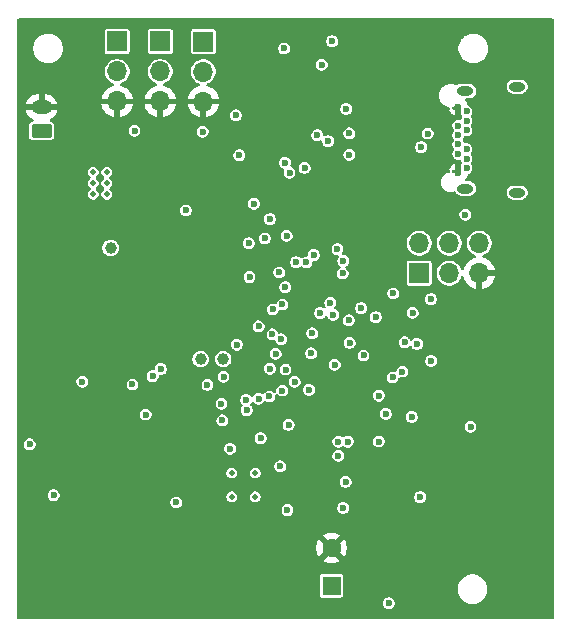
<source format=gbr>
%TF.GenerationSoftware,KiCad,Pcbnew,9.0.0*%
%TF.CreationDate,2025-03-07T10:31:51-08:00*%
%TF.ProjectId,Vanguard_new,56616e67-7561-4726-945f-6e65772e6b69,rev?*%
%TF.SameCoordinates,Original*%
%TF.FileFunction,Copper,L2,Inr*%
%TF.FilePolarity,Positive*%
%FSLAX46Y46*%
G04 Gerber Fmt 4.6, Leading zero omitted, Abs format (unit mm)*
G04 Created by KiCad (PCBNEW 9.0.0) date 2025-03-07 10:31:51*
%MOMM*%
%LPD*%
G01*
G04 APERTURE LIST*
G04 Aperture macros list*
%AMRoundRect*
0 Rectangle with rounded corners*
0 $1 Rounding radius*
0 $2 $3 $4 $5 $6 $7 $8 $9 X,Y pos of 4 corners*
0 Add a 4 corners polygon primitive as box body*
4,1,4,$2,$3,$4,$5,$6,$7,$8,$9,$2,$3,0*
0 Add four circle primitives for the rounded corners*
1,1,$1+$1,$2,$3*
1,1,$1+$1,$4,$5*
1,1,$1+$1,$6,$7*
1,1,$1+$1,$8,$9*
0 Add four rect primitives between the rounded corners*
20,1,$1+$1,$2,$3,$4,$5,0*
20,1,$1+$1,$4,$5,$6,$7,0*
20,1,$1+$1,$6,$7,$8,$9,0*
20,1,$1+$1,$8,$9,$2,$3,0*%
G04 Aperture macros list end*
%TA.AperFunction,ComponentPad*%
%ADD10R,1.700000X1.700000*%
%TD*%
%TA.AperFunction,ComponentPad*%
%ADD11O,1.700000X1.700000*%
%TD*%
%TA.AperFunction,HeatsinkPad*%
%ADD12C,0.500000*%
%TD*%
%TA.AperFunction,ComponentPad*%
%ADD13O,1.400000X0.800000*%
%TD*%
%TA.AperFunction,ComponentPad*%
%ADD14C,0.600000*%
%TD*%
%TA.AperFunction,ComponentPad*%
%ADD15C,1.000000*%
%TD*%
%TA.AperFunction,ComponentPad*%
%ADD16R,1.600000X1.600000*%
%TD*%
%TA.AperFunction,ComponentPad*%
%ADD17C,1.600000*%
%TD*%
%TA.AperFunction,ComponentPad*%
%ADD18RoundRect,0.250000X0.625000X-0.350000X0.625000X0.350000X-0.625000X0.350000X-0.625000X-0.350000X0*%
%TD*%
%TA.AperFunction,ComponentPad*%
%ADD19O,1.750000X1.200000*%
%TD*%
%TA.AperFunction,ViaPad*%
%ADD20C,0.600000*%
%TD*%
%TA.AperFunction,ViaPad*%
%ADD21C,0.800000*%
%TD*%
%TA.AperFunction,ViaPad*%
%ADD22C,1.000000*%
%TD*%
G04 APERTURE END LIST*
D10*
%TO.N,PORT_SERVO*%
%TO.C,J5*%
X105000000Y-86420000D03*
D11*
%TO.N,+5V*%
X105000000Y-88960000D03*
%TO.N,GND*%
X105000000Y-91500000D03*
%TD*%
D12*
%TO.N,BATT_IN*%
%TO.C,U8*%
X100475000Y-99355000D03*
X100475000Y-97475000D03*
X100474999Y-98415000D03*
X99325001Y-98415000D03*
X99325000Y-99355000D03*
X99325000Y-97475000D03*
%TD*%
D10*
%TO.N,STAR_SERVO*%
%TO.C,J4*%
X101350000Y-86420000D03*
D11*
%TO.N,+5V*%
X101350000Y-88960000D03*
%TO.N,GND*%
X101350000Y-91500000D03*
%TD*%
D12*
%TO.N,N/C*%
%TO.C,U9*%
X111042500Y-124970000D03*
X113042500Y-124970000D03*
X111042500Y-122970000D03*
X113042500Y-122970000D03*
%TD*%
D13*
%TO.N,N/C*%
%TO.C,J1*%
X130831500Y-90610000D03*
X130831500Y-98870000D03*
X135221500Y-99230000D03*
X135221500Y-90250000D03*
D14*
%TO.N,GND*%
X130231500Y-91940000D03*
%TO.N,N/C*%
X130931500Y-92340000D03*
X130931500Y-93140000D03*
%TO.N,BATT_IN*%
X130231500Y-93540000D03*
%TO.N,Net-(J1-CC2)*%
X130931500Y-93940000D03*
%TO.N,Net-(D1-I{slash}O1)*%
X130231500Y-94340000D03*
%TO.N,Net-(D1-I{slash}O2)*%
X130231500Y-95140000D03*
%TO.N,unconnected-(J1-SBU2-PadB8)*%
X130931500Y-95540000D03*
%TO.N,BATT_IN*%
X130231500Y-95940000D03*
%TO.N,N/C*%
X130931500Y-96340000D03*
X130931500Y-97140000D03*
%TO.N,GND*%
X130231500Y-97540000D03*
%TD*%
D15*
%TO.N,Net-(U6-XOUT32{slash}CLKSEL1)*%
%TO.C,Y1*%
X110330000Y-113300000D03*
%TO.N,Net-(U6-XIN32)*%
X108430000Y-113300000D03*
%TD*%
D16*
%TO.N,Net-(BZ1-+)*%
%TO.C,BZ1*%
X119500000Y-132500000D03*
D17*
%TO.N,GND*%
X119500000Y-129300000D03*
%TD*%
D10*
%TO.N,EJEC_SERVO*%
%TO.C,J7*%
X108650000Y-86425000D03*
D11*
%TO.N,+5V*%
X108650000Y-88965000D03*
%TO.N,GND*%
X108650000Y-91505000D03*
%TD*%
D18*
%TO.N,BATT_IN*%
%TO.C,J6*%
X94950000Y-94000000D03*
D19*
%TO.N,GND*%
X94950000Y-91999999D03*
%TD*%
D10*
%TO.N,+3.3V*%
%TO.C,J2*%
X126920000Y-106040000D03*
D11*
%TO.N,Net-(J2-Pin_2)*%
X126920000Y-103500000D03*
%TO.N,Net-(J2-Pin_3)*%
X129460000Y-106040000D03*
%TO.N,UPDI*%
X129460000Y-103500000D03*
%TO.N,GND*%
X131999999Y-106040000D03*
%TO.N,Net-(J2-Pin_6)*%
X132000000Y-103500000D03*
%TD*%
D20*
%TO.N,Net-(ADR1-B)*%
X111490000Y-112090000D03*
X114230000Y-116480000D03*
%TO.N,GND*%
X106880000Y-126680000D03*
X95200000Y-102890000D03*
X121688001Y-92866731D03*
X101630000Y-120490000D03*
X110000000Y-116000000D03*
X108605000Y-111490000D03*
X101490000Y-96665000D03*
X131400000Y-109070000D03*
X95180000Y-128270000D03*
X120000000Y-119500000D03*
X107310000Y-111230000D03*
X111500000Y-127000000D03*
X131790000Y-111130000D03*
X116370000Y-107460000D03*
X122500000Y-95500000D03*
X123700000Y-123737550D03*
X111544975Y-113415025D03*
X96500000Y-96000000D03*
X133260000Y-101140000D03*
X112443578Y-121509968D03*
X103392892Y-100357108D03*
X119500000Y-122500000D03*
X118552785Y-96210551D03*
X131000000Y-124500000D03*
X104450000Y-132690000D03*
X98250000Y-96665000D03*
X118813342Y-112090188D03*
X126760000Y-129960000D03*
X124502415Y-106493668D03*
D21*
X99000000Y-94000000D03*
D20*
X107340001Y-122970834D03*
X127000000Y-99500000D03*
X111500000Y-130500000D03*
X126662239Y-125886924D03*
X93670000Y-101840000D03*
X116600000Y-123500000D03*
X97780000Y-99470000D03*
X110827501Y-120000000D03*
X96600000Y-109470000D03*
X106443943Y-123771834D03*
X113250000Y-117500000D03*
%TO.N,BATT_IN*%
X103760000Y-118010000D03*
X108589265Y-94060735D03*
X118660000Y-88390000D03*
%TO.N,Net-(U6-XIN32)*%
X113325735Y-116674265D03*
X110357930Y-114800000D03*
%TO.N,Net-(D6-K)*%
X115770000Y-126090000D03*
X106347804Y-125449292D03*
%TO.N,+3.3V*%
X117231316Y-97127905D03*
X127000000Y-125000000D03*
X117600868Y-115898172D03*
X110180000Y-117100000D03*
X112557215Y-106362785D03*
X115485208Y-87014625D03*
X110920000Y-120900000D03*
X120490000Y-125910000D03*
X107171766Y-100728235D03*
X120700000Y-123710000D03*
X115150000Y-122390000D03*
X126740000Y-112030000D03*
X120964265Y-110035735D03*
X111410000Y-92670000D03*
X95981765Y-124831765D03*
X112929986Y-100159985D03*
X109000000Y-115500000D03*
X115568241Y-96684748D03*
X125490000Y-114364407D03*
X120740000Y-92130000D03*
X115574265Y-107225735D03*
X123254873Y-109757862D03*
X115070000Y-105981473D03*
X113333949Y-110544627D03*
X93940000Y-120530000D03*
X111689542Y-96045548D03*
X104360000Y-114745597D03*
%TO.N,Net-(U6-CAP)*%
X112325000Y-117624998D03*
X110247500Y-118500000D03*
%TO.N,Net-(D1-I{slash}O1)*%
X127080000Y-95360000D03*
X121000000Y-94204974D03*
X121000000Y-96000000D03*
%TO.N,Net-(D1-I{slash}O2)*%
X127636338Y-94215190D03*
%TO.N,Net-(J2-Pin_3)*%
X118300121Y-94352469D03*
%TO.N,Net-(J2-Pin_2)*%
X115947058Y-97540703D03*
X119207327Y-94858519D03*
%TO.N,UPDI*%
X117770111Y-112829780D03*
X119550000Y-86400000D03*
%TO.N,CD*%
X122000000Y-109000000D03*
X124350785Y-133980000D03*
%TO.N,TX0*%
X118538659Y-109411341D03*
X114290000Y-101458530D03*
%TO.N,RX0*%
X127921415Y-108242831D03*
X127940000Y-113463741D03*
%TO.N,Net-(U6-ENV_SCL)*%
X113500000Y-120000000D03*
X115869783Y-118884646D03*
%TO.N,SDA*%
X119765108Y-113794891D03*
X125700000Y-111900000D03*
X122208881Y-113006135D03*
X120080000Y-120300000D03*
X115610000Y-114200000D03*
%TO.N,SCL*%
X114520000Y-109110000D03*
X115327972Y-115974999D03*
X120879999Y-120298528D03*
X115240000Y-111640000D03*
X114765549Y-112864493D03*
X116376999Y-115236978D03*
%TO.N,Net-(U6-~{BOOT})*%
X112276617Y-116764533D03*
X105060000Y-114145597D03*
%TO.N,EJEC_SERVO*%
X114290000Y-114130000D03*
%TO.N,PA1{slash}MOSI*%
X124108528Y-117950000D03*
X131270000Y-119050000D03*
%TO.N,D5*%
X118000000Y-104500000D03*
X120000000Y-104000000D03*
%TO.N,D6*%
X117371057Y-105128943D03*
X120500000Y-105000000D03*
%TO.N,BUZZER*%
X120080000Y-121500000D03*
X124724296Y-107758655D03*
%TO.N,PA0{slash}MISO*%
X123508528Y-120297000D03*
X123508528Y-116410000D03*
%TO.N,D4*%
X116496793Y-105103207D03*
X102650000Y-115460000D03*
X120438792Y-106061208D03*
X98405030Y-115219331D03*
%TO.N,HOLD*%
X126302891Y-118207105D03*
X121037059Y-111949092D03*
%TO.N,PORT_SERVO*%
X119630000Y-109550000D03*
%TO.N,STAR_BLUE*%
X126367693Y-109398621D03*
X124670000Y-114870000D03*
%TO.N,STAR_SERVO*%
X114500000Y-111213325D03*
%TO.N,PORT_GREEN*%
X117861577Y-111138423D03*
X113863530Y-103100000D03*
%TO.N,PORT_RED*%
X115705735Y-102874265D03*
X119401471Y-108540000D03*
%TO.N,PORT_BLUE*%
X115337633Y-108686163D03*
X112500000Y-103500000D03*
%TO.N,+5V*%
X102823000Y-93980000D03*
D22*
X100800000Y-103900000D03*
D20*
%TO.N,Net-(J1-CC2)*%
X130830000Y-101080000D03*
%TD*%
%TA.AperFunction,Conductor*%
%TO.N,GND*%
G36*
X138262539Y-84490736D02*
G01*
X138308294Y-84543540D01*
X138319500Y-84595051D01*
X138319500Y-135216051D01*
X138299815Y-135283090D01*
X138247011Y-135328845D01*
X138195500Y-135340051D01*
X93007285Y-135340051D01*
X92940246Y-135320366D01*
X92894491Y-135267562D01*
X92883285Y-135216051D01*
X92883285Y-133914108D01*
X123850285Y-133914108D01*
X123850285Y-134045891D01*
X123884393Y-134173187D01*
X123917339Y-134230250D01*
X123950285Y-134287314D01*
X124043471Y-134380500D01*
X124157599Y-134446392D01*
X124284893Y-134480500D01*
X124284895Y-134480500D01*
X124416675Y-134480500D01*
X124416677Y-134480500D01*
X124543971Y-134446392D01*
X124658099Y-134380500D01*
X124751285Y-134287314D01*
X124817177Y-134173186D01*
X124851285Y-134045892D01*
X124851285Y-133914108D01*
X124817177Y-133786814D01*
X124751285Y-133672686D01*
X124658099Y-133579500D01*
X124601035Y-133546554D01*
X124543972Y-133513608D01*
X124451635Y-133488867D01*
X124416677Y-133479500D01*
X124284893Y-133479500D01*
X124157597Y-133513608D01*
X124043471Y-133579500D01*
X124043468Y-133579502D01*
X123950287Y-133672683D01*
X123950285Y-133672686D01*
X123884393Y-133786812D01*
X123850285Y-133914108D01*
X92883285Y-133914108D01*
X92883285Y-131680247D01*
X118499500Y-131680247D01*
X118499500Y-133319752D01*
X118511131Y-133378229D01*
X118511132Y-133378230D01*
X118555447Y-133444552D01*
X118621769Y-133488867D01*
X118621770Y-133488868D01*
X118680247Y-133500499D01*
X118680250Y-133500500D01*
X118680252Y-133500500D01*
X120319750Y-133500500D01*
X120319751Y-133500499D01*
X120334568Y-133497552D01*
X120378229Y-133488868D01*
X120378229Y-133488867D01*
X120378231Y-133488867D01*
X120444552Y-133444552D01*
X120488867Y-133378231D01*
X120488867Y-133378229D01*
X120488868Y-133378229D01*
X120500499Y-133319752D01*
X120500500Y-133319750D01*
X120500500Y-132691577D01*
X130199500Y-132691577D01*
X130199500Y-132888422D01*
X130230290Y-133082826D01*
X130291117Y-133270029D01*
X130346249Y-133378231D01*
X130380476Y-133445405D01*
X130496172Y-133604646D01*
X130635354Y-133743828D01*
X130794595Y-133859524D01*
X130877455Y-133901743D01*
X130969970Y-133948882D01*
X130969972Y-133948882D01*
X130969975Y-133948884D01*
X131070317Y-133981487D01*
X131157173Y-134009709D01*
X131351578Y-134040500D01*
X131351583Y-134040500D01*
X131548422Y-134040500D01*
X131742826Y-134009709D01*
X131930025Y-133948884D01*
X132105405Y-133859524D01*
X132264646Y-133743828D01*
X132403828Y-133604646D01*
X132519524Y-133445405D01*
X132608884Y-133270025D01*
X132669709Y-133082826D01*
X132700500Y-132888422D01*
X132700500Y-132691577D01*
X132669709Y-132497173D01*
X132608882Y-132309970D01*
X132519523Y-132134594D01*
X132403828Y-131975354D01*
X132264646Y-131836172D01*
X132105405Y-131720476D01*
X131930029Y-131631117D01*
X131742826Y-131570290D01*
X131548422Y-131539500D01*
X131548417Y-131539500D01*
X131351583Y-131539500D01*
X131351578Y-131539500D01*
X131157173Y-131570290D01*
X130969970Y-131631117D01*
X130794594Y-131720476D01*
X130703741Y-131786485D01*
X130635354Y-131836172D01*
X130635352Y-131836174D01*
X130635351Y-131836174D01*
X130496174Y-131975351D01*
X130496174Y-131975352D01*
X130496172Y-131975354D01*
X130446485Y-132043741D01*
X130380476Y-132134594D01*
X130291117Y-132309970D01*
X130230290Y-132497173D01*
X130199500Y-132691577D01*
X120500500Y-132691577D01*
X120500500Y-131680249D01*
X120500499Y-131680247D01*
X120488868Y-131621770D01*
X120488867Y-131621769D01*
X120444552Y-131555447D01*
X120378230Y-131511132D01*
X120378229Y-131511131D01*
X120319752Y-131499500D01*
X120319748Y-131499500D01*
X118680252Y-131499500D01*
X118680247Y-131499500D01*
X118621770Y-131511131D01*
X118621769Y-131511132D01*
X118555447Y-131555447D01*
X118511132Y-131621769D01*
X118511131Y-131621770D01*
X118499500Y-131680247D01*
X92883285Y-131680247D01*
X92883285Y-129197682D01*
X118200000Y-129197682D01*
X118200000Y-129402317D01*
X118232009Y-129604417D01*
X118295244Y-129799031D01*
X118388141Y-129981350D01*
X118388147Y-129981359D01*
X118420523Y-130025921D01*
X118420524Y-130025922D01*
X119017037Y-129429409D01*
X119034075Y-129492993D01*
X119099901Y-129607007D01*
X119192993Y-129700099D01*
X119307007Y-129765925D01*
X119370590Y-129782962D01*
X118774076Y-130379474D01*
X118818650Y-130411859D01*
X119000968Y-130504755D01*
X119195582Y-130567990D01*
X119397683Y-130600000D01*
X119602317Y-130600000D01*
X119804417Y-130567990D01*
X119999031Y-130504755D01*
X120181349Y-130411859D01*
X120225921Y-130379474D01*
X119629409Y-129782962D01*
X119692993Y-129765925D01*
X119807007Y-129700099D01*
X119900099Y-129607007D01*
X119965925Y-129492993D01*
X119982962Y-129429409D01*
X120579474Y-130025921D01*
X120611859Y-129981349D01*
X120704755Y-129799031D01*
X120767990Y-129604417D01*
X120800000Y-129402317D01*
X120800000Y-129197682D01*
X120767990Y-128995582D01*
X120704755Y-128800968D01*
X120611859Y-128618650D01*
X120579474Y-128574077D01*
X120579474Y-128574076D01*
X119982962Y-129170589D01*
X119965925Y-129107007D01*
X119900099Y-128992993D01*
X119807007Y-128899901D01*
X119692993Y-128834075D01*
X119629408Y-128817037D01*
X120225922Y-128220524D01*
X120225921Y-128220523D01*
X120181359Y-128188147D01*
X120181350Y-128188141D01*
X119999031Y-128095244D01*
X119804417Y-128032009D01*
X119602317Y-128000000D01*
X119397683Y-128000000D01*
X119195582Y-128032009D01*
X119000968Y-128095244D01*
X118818644Y-128188143D01*
X118774077Y-128220523D01*
X118774077Y-128220524D01*
X119370591Y-128817037D01*
X119307007Y-128834075D01*
X119192993Y-128899901D01*
X119099901Y-128992993D01*
X119034075Y-129107007D01*
X119017037Y-129170590D01*
X118420524Y-128574077D01*
X118420523Y-128574077D01*
X118388143Y-128618644D01*
X118295244Y-128800968D01*
X118232009Y-128995582D01*
X118200000Y-129197682D01*
X92883285Y-129197682D01*
X92883285Y-126024108D01*
X115269500Y-126024108D01*
X115269500Y-126155891D01*
X115303608Y-126283187D01*
X115336554Y-126340250D01*
X115369500Y-126397314D01*
X115462686Y-126490500D01*
X115576814Y-126556392D01*
X115704108Y-126590500D01*
X115704110Y-126590500D01*
X115835890Y-126590500D01*
X115835892Y-126590500D01*
X115963186Y-126556392D01*
X116077314Y-126490500D01*
X116170500Y-126397314D01*
X116236392Y-126283186D01*
X116270500Y-126155892D01*
X116270500Y-126024108D01*
X116236392Y-125896814D01*
X116205962Y-125844108D01*
X119989500Y-125844108D01*
X119989500Y-125975891D01*
X120023608Y-126103187D01*
X120054037Y-126155890D01*
X120089500Y-126217314D01*
X120182686Y-126310500D01*
X120296814Y-126376392D01*
X120424108Y-126410500D01*
X120424110Y-126410500D01*
X120555890Y-126410500D01*
X120555892Y-126410500D01*
X120683186Y-126376392D01*
X120797314Y-126310500D01*
X120890500Y-126217314D01*
X120956392Y-126103186D01*
X120990500Y-125975892D01*
X120990500Y-125844108D01*
X120956392Y-125716814D01*
X120890500Y-125602686D01*
X120797314Y-125509500D01*
X120722649Y-125466392D01*
X120683187Y-125443608D01*
X120596945Y-125420500D01*
X120555892Y-125409500D01*
X120424108Y-125409500D01*
X120296812Y-125443608D01*
X120182686Y-125509500D01*
X120182683Y-125509502D01*
X120089502Y-125602683D01*
X120089500Y-125602686D01*
X120023608Y-125716812D01*
X119989500Y-125844108D01*
X116205962Y-125844108D01*
X116170500Y-125782686D01*
X116077314Y-125689500D01*
X116020250Y-125656554D01*
X115963187Y-125623608D01*
X115885092Y-125602683D01*
X115835892Y-125589500D01*
X115704108Y-125589500D01*
X115576812Y-125623608D01*
X115462686Y-125689500D01*
X115462683Y-125689502D01*
X115369502Y-125782683D01*
X115369500Y-125782686D01*
X115303608Y-125896812D01*
X115269500Y-126024108D01*
X92883285Y-126024108D01*
X92883285Y-125383400D01*
X105847304Y-125383400D01*
X105847304Y-125515183D01*
X105881412Y-125642479D01*
X105908560Y-125689500D01*
X105947304Y-125756606D01*
X106040490Y-125849792D01*
X106154618Y-125915684D01*
X106281912Y-125949792D01*
X106281914Y-125949792D01*
X106413694Y-125949792D01*
X106413696Y-125949792D01*
X106540990Y-125915684D01*
X106655118Y-125849792D01*
X106748304Y-125756606D01*
X106814196Y-125642478D01*
X106848304Y-125515184D01*
X106848304Y-125383400D01*
X106814196Y-125256106D01*
X106748304Y-125141978D01*
X106655118Y-125048792D01*
X106570520Y-124999949D01*
X106540991Y-124982900D01*
X106477343Y-124965846D01*
X106413696Y-124948792D01*
X106281912Y-124948792D01*
X106154616Y-124982900D01*
X106040490Y-125048792D01*
X106040487Y-125048794D01*
X105947306Y-125141975D01*
X105947304Y-125141978D01*
X105881412Y-125256104D01*
X105847304Y-125383400D01*
X92883285Y-125383400D01*
X92883285Y-124765873D01*
X95481265Y-124765873D01*
X95481265Y-124897657D01*
X95498319Y-124961304D01*
X95515373Y-125024952D01*
X95539009Y-125065890D01*
X95581265Y-125139079D01*
X95674451Y-125232265D01*
X95788579Y-125298157D01*
X95915873Y-125332265D01*
X95915875Y-125332265D01*
X96047655Y-125332265D01*
X96047657Y-125332265D01*
X96174951Y-125298157D01*
X96289079Y-125232265D01*
X96382265Y-125139079D01*
X96448157Y-125024951D01*
X96478773Y-124910691D01*
X110592000Y-124910691D01*
X110592000Y-125029309D01*
X110622701Y-125143886D01*
X110682011Y-125246613D01*
X110765887Y-125330489D01*
X110868614Y-125389799D01*
X110983191Y-125420500D01*
X110983194Y-125420500D01*
X111101806Y-125420500D01*
X111101809Y-125420500D01*
X111216386Y-125389799D01*
X111319113Y-125330489D01*
X111402989Y-125246613D01*
X111462299Y-125143886D01*
X111493000Y-125029309D01*
X111493000Y-124910691D01*
X112592000Y-124910691D01*
X112592000Y-125029309D01*
X112622701Y-125143886D01*
X112682011Y-125246613D01*
X112765887Y-125330489D01*
X112868614Y-125389799D01*
X112983191Y-125420500D01*
X112983194Y-125420500D01*
X113101806Y-125420500D01*
X113101809Y-125420500D01*
X113216386Y-125389799D01*
X113319113Y-125330489D01*
X113402989Y-125246613D01*
X113462299Y-125143886D01*
X113493000Y-125029309D01*
X113493000Y-124934108D01*
X126499500Y-124934108D01*
X126499500Y-125065891D01*
X126533608Y-125193187D01*
X126556170Y-125232264D01*
X126599500Y-125307314D01*
X126692686Y-125400500D01*
X126806814Y-125466392D01*
X126934108Y-125500500D01*
X126934110Y-125500500D01*
X127065890Y-125500500D01*
X127065892Y-125500500D01*
X127193186Y-125466392D01*
X127307314Y-125400500D01*
X127400500Y-125307314D01*
X127466392Y-125193186D01*
X127500500Y-125065892D01*
X127500500Y-124934108D01*
X127466392Y-124806814D01*
X127400500Y-124692686D01*
X127307314Y-124599500D01*
X127221926Y-124550201D01*
X127193187Y-124533608D01*
X127129539Y-124516554D01*
X127065892Y-124499500D01*
X126934108Y-124499500D01*
X126806812Y-124533608D01*
X126692686Y-124599500D01*
X126692683Y-124599502D01*
X126599502Y-124692683D01*
X126599500Y-124692686D01*
X126533608Y-124806812D01*
X126499500Y-124934108D01*
X113493000Y-124934108D01*
X113493000Y-124910691D01*
X113462299Y-124796114D01*
X113402989Y-124693387D01*
X113319113Y-124609511D01*
X113216386Y-124550201D01*
X113101809Y-124519500D01*
X112983191Y-124519500D01*
X112868614Y-124550201D01*
X112868612Y-124550201D01*
X112868612Y-124550202D01*
X112765887Y-124609511D01*
X112765884Y-124609513D01*
X112682013Y-124693384D01*
X112682011Y-124693387D01*
X112622701Y-124796114D01*
X112592000Y-124910691D01*
X111493000Y-124910691D01*
X111462299Y-124796114D01*
X111402989Y-124693387D01*
X111319113Y-124609511D01*
X111216386Y-124550201D01*
X111101809Y-124519500D01*
X110983191Y-124519500D01*
X110868614Y-124550201D01*
X110868612Y-124550201D01*
X110868612Y-124550202D01*
X110765887Y-124609511D01*
X110765884Y-124609513D01*
X110682013Y-124693384D01*
X110682011Y-124693387D01*
X110622701Y-124796114D01*
X110592000Y-124910691D01*
X96478773Y-124910691D01*
X96482265Y-124897657D01*
X96482265Y-124765873D01*
X96448157Y-124638579D01*
X96382265Y-124524451D01*
X96289079Y-124431265D01*
X96232015Y-124398319D01*
X96174952Y-124365373D01*
X96111304Y-124348319D01*
X96047657Y-124331265D01*
X95915873Y-124331265D01*
X95788577Y-124365373D01*
X95674451Y-124431265D01*
X95674448Y-124431267D01*
X95581267Y-124524448D01*
X95581265Y-124524451D01*
X95515373Y-124638577D01*
X95500876Y-124692683D01*
X95481265Y-124765873D01*
X92883285Y-124765873D01*
X92883285Y-123644108D01*
X120199500Y-123644108D01*
X120199500Y-123775891D01*
X120233608Y-123903187D01*
X120266554Y-123960250D01*
X120299500Y-124017314D01*
X120392686Y-124110500D01*
X120506814Y-124176392D01*
X120634108Y-124210500D01*
X120634110Y-124210500D01*
X120765890Y-124210500D01*
X120765892Y-124210500D01*
X120893186Y-124176392D01*
X121007314Y-124110500D01*
X121100500Y-124017314D01*
X121166392Y-123903186D01*
X121200500Y-123775892D01*
X121200500Y-123644108D01*
X121166392Y-123516814D01*
X121100500Y-123402686D01*
X121007314Y-123309500D01*
X120950250Y-123276554D01*
X120893187Y-123243608D01*
X120829539Y-123226554D01*
X120765892Y-123209500D01*
X120634108Y-123209500D01*
X120506812Y-123243608D01*
X120392686Y-123309500D01*
X120392683Y-123309502D01*
X120299502Y-123402683D01*
X120299500Y-123402686D01*
X120233608Y-123516812D01*
X120199500Y-123644108D01*
X92883285Y-123644108D01*
X92883285Y-122910691D01*
X110592000Y-122910691D01*
X110592000Y-123029309D01*
X110622701Y-123143886D01*
X110682011Y-123246613D01*
X110765887Y-123330489D01*
X110868614Y-123389799D01*
X110983191Y-123420500D01*
X110983194Y-123420500D01*
X111101806Y-123420500D01*
X111101809Y-123420500D01*
X111216386Y-123389799D01*
X111319113Y-123330489D01*
X111402989Y-123246613D01*
X111462299Y-123143886D01*
X111493000Y-123029309D01*
X111493000Y-122910691D01*
X112592000Y-122910691D01*
X112592000Y-123029309D01*
X112622701Y-123143886D01*
X112682011Y-123246613D01*
X112765887Y-123330489D01*
X112868614Y-123389799D01*
X112983191Y-123420500D01*
X112983194Y-123420500D01*
X113101806Y-123420500D01*
X113101809Y-123420500D01*
X113216386Y-123389799D01*
X113319113Y-123330489D01*
X113402989Y-123246613D01*
X113462299Y-123143886D01*
X113493000Y-123029309D01*
X113493000Y-122910691D01*
X113462299Y-122796114D01*
X113402989Y-122693387D01*
X113319113Y-122609511D01*
X113216386Y-122550201D01*
X113101809Y-122519500D01*
X112983191Y-122519500D01*
X112868614Y-122550201D01*
X112868612Y-122550201D01*
X112868612Y-122550202D01*
X112765887Y-122609511D01*
X112765884Y-122609513D01*
X112682013Y-122693384D01*
X112682011Y-122693387D01*
X112622701Y-122796114D01*
X112592000Y-122910691D01*
X111493000Y-122910691D01*
X111462299Y-122796114D01*
X111402989Y-122693387D01*
X111319113Y-122609511D01*
X111216386Y-122550201D01*
X111101809Y-122519500D01*
X110983191Y-122519500D01*
X110868614Y-122550201D01*
X110868612Y-122550201D01*
X110868612Y-122550202D01*
X110765887Y-122609511D01*
X110765884Y-122609513D01*
X110682013Y-122693384D01*
X110682011Y-122693387D01*
X110622701Y-122796114D01*
X110592000Y-122910691D01*
X92883285Y-122910691D01*
X92883285Y-122324108D01*
X114649500Y-122324108D01*
X114649500Y-122455891D01*
X114683608Y-122583187D01*
X114698808Y-122609513D01*
X114749500Y-122697314D01*
X114842686Y-122790500D01*
X114956814Y-122856392D01*
X115084108Y-122890500D01*
X115084110Y-122890500D01*
X115215890Y-122890500D01*
X115215892Y-122890500D01*
X115343186Y-122856392D01*
X115457314Y-122790500D01*
X115550500Y-122697314D01*
X115616392Y-122583186D01*
X115650500Y-122455892D01*
X115650500Y-122324108D01*
X115616392Y-122196814D01*
X115550500Y-122082686D01*
X115457314Y-121989500D01*
X115400250Y-121956554D01*
X115343187Y-121923608D01*
X115256941Y-121900499D01*
X115215892Y-121889500D01*
X115084108Y-121889500D01*
X114956812Y-121923608D01*
X114842686Y-121989500D01*
X114842683Y-121989502D01*
X114749502Y-122082683D01*
X114749500Y-122082686D01*
X114683608Y-122196812D01*
X114649500Y-122324108D01*
X92883285Y-122324108D01*
X92883285Y-120464108D01*
X93439500Y-120464108D01*
X93439500Y-120595892D01*
X93442561Y-120607316D01*
X93473608Y-120723187D01*
X93497703Y-120764920D01*
X93539500Y-120837314D01*
X93632686Y-120930500D01*
X93746814Y-120996392D01*
X93874108Y-121030500D01*
X93874110Y-121030500D01*
X94005890Y-121030500D01*
X94005892Y-121030500D01*
X94133186Y-120996392D01*
X94247314Y-120930500D01*
X94340500Y-120837314D01*
X94342351Y-120834108D01*
X110419500Y-120834108D01*
X110419500Y-120965892D01*
X110428505Y-120999500D01*
X110453608Y-121093187D01*
X110486554Y-121150250D01*
X110519500Y-121207314D01*
X110612686Y-121300500D01*
X110726814Y-121366392D01*
X110854108Y-121400500D01*
X110854110Y-121400500D01*
X110985890Y-121400500D01*
X110985892Y-121400500D01*
X111113186Y-121366392D01*
X111227314Y-121300500D01*
X111320500Y-121207314D01*
X111386392Y-121093186D01*
X111420500Y-120965892D01*
X111420500Y-120834108D01*
X111386392Y-120706814D01*
X111382745Y-120700498D01*
X111360100Y-120661275D01*
X111320500Y-120592686D01*
X111227314Y-120499500D01*
X111166013Y-120464108D01*
X111113187Y-120433608D01*
X111049539Y-120416554D01*
X110985892Y-120399500D01*
X110854108Y-120399500D01*
X110726812Y-120433608D01*
X110612686Y-120499500D01*
X110612683Y-120499502D01*
X110519502Y-120592683D01*
X110519500Y-120592686D01*
X110453608Y-120706812D01*
X110428505Y-120800500D01*
X110419500Y-120834108D01*
X94342351Y-120834108D01*
X94406392Y-120723186D01*
X94440500Y-120595892D01*
X94440500Y-120464108D01*
X94406392Y-120336814D01*
X94340500Y-120222686D01*
X94247314Y-120129500D01*
X94190250Y-120096554D01*
X94133187Y-120063608D01*
X94109349Y-120057221D01*
X94005892Y-120029500D01*
X93874108Y-120029500D01*
X93746812Y-120063608D01*
X93632686Y-120129500D01*
X93632683Y-120129502D01*
X93539502Y-120222683D01*
X93539500Y-120222686D01*
X93473608Y-120336812D01*
X93447672Y-120433608D01*
X93439500Y-120464108D01*
X92883285Y-120464108D01*
X92883285Y-119934108D01*
X112999500Y-119934108D01*
X112999500Y-120065892D01*
X113010464Y-120106812D01*
X113033608Y-120193187D01*
X113056386Y-120232639D01*
X113099500Y-120307314D01*
X113192686Y-120400500D01*
X113306814Y-120466392D01*
X113434108Y-120500500D01*
X113434110Y-120500500D01*
X113565890Y-120500500D01*
X113565892Y-120500500D01*
X113693186Y-120466392D01*
X113807314Y-120400500D01*
X113900500Y-120307314D01*
X113942766Y-120234108D01*
X119579500Y-120234108D01*
X119579500Y-120365891D01*
X119613608Y-120493187D01*
X119646554Y-120550250D01*
X119679500Y-120607314D01*
X119772686Y-120700500D01*
X119871521Y-120757563D01*
X119884262Y-120764919D01*
X119886814Y-120766392D01*
X119938441Y-120780225D01*
X119998102Y-120816590D01*
X120028631Y-120879437D01*
X120020336Y-120948812D01*
X119975851Y-121002690D01*
X119938442Y-121019774D01*
X119920666Y-121024537D01*
X119886812Y-121033608D01*
X119772686Y-121099500D01*
X119772683Y-121099502D01*
X119679502Y-121192683D01*
X119679500Y-121192686D01*
X119613608Y-121306812D01*
X119579500Y-121434108D01*
X119579500Y-121565891D01*
X119613608Y-121693187D01*
X119646554Y-121750250D01*
X119679500Y-121807314D01*
X119772686Y-121900500D01*
X119886814Y-121966392D01*
X120014108Y-122000500D01*
X120014110Y-122000500D01*
X120145890Y-122000500D01*
X120145892Y-122000500D01*
X120273186Y-121966392D01*
X120387314Y-121900500D01*
X120480500Y-121807314D01*
X120546392Y-121693186D01*
X120580500Y-121565892D01*
X120580500Y-121434108D01*
X120546392Y-121306814D01*
X120480500Y-121192686D01*
X120387314Y-121099500D01*
X120330250Y-121066554D01*
X120273187Y-121033608D01*
X120256259Y-121029072D01*
X120221556Y-121019774D01*
X120161897Y-120983410D01*
X120131368Y-120920564D01*
X120139662Y-120851188D01*
X120184147Y-120797310D01*
X120221555Y-120780226D01*
X120273186Y-120766392D01*
X120387314Y-120700500D01*
X120393052Y-120694761D01*
X120454372Y-120661275D01*
X120524064Y-120666256D01*
X120568416Y-120694759D01*
X120572685Y-120699028D01*
X120671520Y-120756091D01*
X120685186Y-120763981D01*
X120686813Y-120764920D01*
X120814107Y-120799028D01*
X120814109Y-120799028D01*
X120945889Y-120799028D01*
X120945891Y-120799028D01*
X121073185Y-120764920D01*
X121187313Y-120699028D01*
X121280499Y-120605842D01*
X121346391Y-120491714D01*
X121380499Y-120364420D01*
X121380499Y-120232636D01*
X121380090Y-120231108D01*
X123008028Y-120231108D01*
X123008028Y-120362892D01*
X123008832Y-120365891D01*
X123042136Y-120490187D01*
X123075082Y-120547250D01*
X123108028Y-120604314D01*
X123201214Y-120697500D01*
X123315342Y-120763392D01*
X123442636Y-120797500D01*
X123442638Y-120797500D01*
X123574418Y-120797500D01*
X123574420Y-120797500D01*
X123701714Y-120763392D01*
X123815842Y-120697500D01*
X123909028Y-120604314D01*
X123974920Y-120490186D01*
X124009028Y-120362892D01*
X124009028Y-120231108D01*
X123974920Y-120103814D01*
X123909028Y-119989686D01*
X123815842Y-119896500D01*
X123758778Y-119863554D01*
X123701715Y-119830608D01*
X123638067Y-119813554D01*
X123574420Y-119796500D01*
X123442636Y-119796500D01*
X123315340Y-119830608D01*
X123201214Y-119896500D01*
X123201211Y-119896502D01*
X123108030Y-119989683D01*
X123108028Y-119989686D01*
X123042136Y-120103812D01*
X123035253Y-120129502D01*
X123008028Y-120231108D01*
X121380090Y-120231108D01*
X121346391Y-120105342D01*
X121280499Y-119991214D01*
X121187313Y-119898028D01*
X121130249Y-119865082D01*
X121073186Y-119832136D01*
X120978681Y-119806814D01*
X120945891Y-119798028D01*
X120814107Y-119798028D01*
X120686811Y-119832136D01*
X120572685Y-119898028D01*
X120572680Y-119898032D01*
X120566940Y-119903772D01*
X120505616Y-119937254D01*
X120435924Y-119932267D01*
X120391582Y-119903768D01*
X120387316Y-119899502D01*
X120387314Y-119899500D01*
X120330250Y-119866554D01*
X120273187Y-119833608D01*
X120173188Y-119806814D01*
X120145892Y-119799500D01*
X120014108Y-119799500D01*
X119886812Y-119833608D01*
X119772686Y-119899500D01*
X119772683Y-119899502D01*
X119679502Y-119992683D01*
X119679500Y-119992686D01*
X119613608Y-120106812D01*
X119579500Y-120234108D01*
X113942766Y-120234108D01*
X113966392Y-120193186D01*
X114000500Y-120065892D01*
X114000500Y-119934108D01*
X113966392Y-119806814D01*
X113900500Y-119692686D01*
X113807314Y-119599500D01*
X113722442Y-119550499D01*
X113693187Y-119533608D01*
X113628931Y-119516391D01*
X113565892Y-119499500D01*
X113434108Y-119499500D01*
X113306812Y-119533608D01*
X113192686Y-119599500D01*
X113192683Y-119599502D01*
X113099502Y-119692683D01*
X113099500Y-119692686D01*
X113033608Y-119806812D01*
X113007628Y-119903772D01*
X112999500Y-119934108D01*
X92883285Y-119934108D01*
X92883285Y-117944108D01*
X103259500Y-117944108D01*
X103259500Y-118075892D01*
X103272792Y-118125498D01*
X103293608Y-118203187D01*
X103324858Y-118257313D01*
X103359500Y-118317314D01*
X103452686Y-118410500D01*
X103566814Y-118476392D01*
X103694108Y-118510500D01*
X103694110Y-118510500D01*
X103825890Y-118510500D01*
X103825892Y-118510500D01*
X103953186Y-118476392D01*
X104026424Y-118434108D01*
X109747000Y-118434108D01*
X109747000Y-118565892D01*
X109751747Y-118583608D01*
X109781108Y-118693187D01*
X109809685Y-118742683D01*
X109847000Y-118807314D01*
X109940186Y-118900500D01*
X110054314Y-118966392D01*
X110181608Y-119000500D01*
X110181610Y-119000500D01*
X110313390Y-119000500D01*
X110313392Y-119000500D01*
X110440686Y-118966392D01*
X110554814Y-118900500D01*
X110636560Y-118818754D01*
X115369283Y-118818754D01*
X115369283Y-118950537D01*
X115403391Y-119077833D01*
X115425364Y-119115890D01*
X115469283Y-119191960D01*
X115562469Y-119285146D01*
X115676597Y-119351038D01*
X115803891Y-119385146D01*
X115803893Y-119385146D01*
X115935673Y-119385146D01*
X115935675Y-119385146D01*
X116062969Y-119351038D01*
X116177097Y-119285146D01*
X116270283Y-119191960D01*
X116336175Y-119077832D01*
X116361288Y-118984108D01*
X130769500Y-118984108D01*
X130769500Y-119115891D01*
X130803608Y-119243187D01*
X130827832Y-119285143D01*
X130869500Y-119357314D01*
X130962686Y-119450500D01*
X131076814Y-119516392D01*
X131204108Y-119550500D01*
X131204110Y-119550500D01*
X131335890Y-119550500D01*
X131335892Y-119550500D01*
X131463186Y-119516392D01*
X131577314Y-119450500D01*
X131670500Y-119357314D01*
X131736392Y-119243186D01*
X131770500Y-119115892D01*
X131770500Y-118984108D01*
X131736392Y-118856814D01*
X131670500Y-118742686D01*
X131577314Y-118649500D01*
X131504745Y-118607602D01*
X131463187Y-118583608D01*
X131397061Y-118565890D01*
X131335892Y-118549500D01*
X131204108Y-118549500D01*
X131076812Y-118583608D01*
X130962686Y-118649500D01*
X130962683Y-118649502D01*
X130869502Y-118742683D01*
X130869500Y-118742686D01*
X130803608Y-118856812D01*
X130769500Y-118984108D01*
X116361288Y-118984108D01*
X116370283Y-118950538D01*
X116370283Y-118818754D01*
X116336175Y-118691460D01*
X116270283Y-118577332D01*
X116177097Y-118484146D01*
X116118819Y-118450499D01*
X116062970Y-118418254D01*
X115995933Y-118400292D01*
X115935675Y-118384146D01*
X115803891Y-118384146D01*
X115676595Y-118418254D01*
X115562469Y-118484146D01*
X115562466Y-118484148D01*
X115469285Y-118577329D01*
X115469283Y-118577332D01*
X115403391Y-118691458D01*
X115369283Y-118818754D01*
X110636560Y-118818754D01*
X110648000Y-118807314D01*
X110713892Y-118693186D01*
X110748000Y-118565892D01*
X110748000Y-118434108D01*
X110713892Y-118306814D01*
X110648000Y-118192686D01*
X110554814Y-118099500D01*
X110497750Y-118066554D01*
X110440687Y-118033608D01*
X110367197Y-118013917D01*
X110313392Y-117999500D01*
X110181608Y-117999500D01*
X110054312Y-118033608D01*
X109940186Y-118099500D01*
X109940183Y-118099502D01*
X109847002Y-118192683D01*
X109847000Y-118192686D01*
X109781108Y-118306812D01*
X109769402Y-118350500D01*
X109747000Y-118434108D01*
X104026424Y-118434108D01*
X104067314Y-118410500D01*
X104160500Y-118317314D01*
X104226392Y-118203186D01*
X104260500Y-118075892D01*
X104260500Y-117944108D01*
X104226392Y-117816814D01*
X104160500Y-117702686D01*
X104067314Y-117609500D01*
X103992649Y-117566392D01*
X103953187Y-117543608D01*
X103889539Y-117526554D01*
X103825892Y-117509500D01*
X103694108Y-117509500D01*
X103566812Y-117543608D01*
X103452686Y-117609500D01*
X103452683Y-117609502D01*
X103359502Y-117702683D01*
X103359500Y-117702686D01*
X103293608Y-117816812D01*
X103262662Y-117932308D01*
X103259500Y-117944108D01*
X92883285Y-117944108D01*
X92883285Y-117034108D01*
X109679500Y-117034108D01*
X109679500Y-117165892D01*
X109683494Y-117180798D01*
X109713608Y-117293187D01*
X109721371Y-117306632D01*
X109779500Y-117407314D01*
X109872686Y-117500500D01*
X109986814Y-117566392D01*
X110114108Y-117600500D01*
X110114110Y-117600500D01*
X110245890Y-117600500D01*
X110245892Y-117600500D01*
X110373186Y-117566392D01*
X110487314Y-117500500D01*
X110580500Y-117407314D01*
X110646392Y-117293186D01*
X110680500Y-117165892D01*
X110680500Y-117034108D01*
X110646392Y-116906814D01*
X110580500Y-116792686D01*
X110487314Y-116699500D01*
X110485826Y-116698641D01*
X111776117Y-116698641D01*
X111776117Y-116830425D01*
X111788434Y-116876392D01*
X111810225Y-116957720D01*
X111828888Y-116990045D01*
X111876117Y-117071847D01*
X111876119Y-117071849D01*
X111935545Y-117131275D01*
X111969030Y-117192598D01*
X111964046Y-117262290D01*
X111935550Y-117306632D01*
X111924505Y-117317678D01*
X111924500Y-117317684D01*
X111858608Y-117431810D01*
X111824500Y-117559106D01*
X111824500Y-117690889D01*
X111858608Y-117818185D01*
X111858609Y-117818186D01*
X111924500Y-117932312D01*
X112017686Y-118025498D01*
X112131814Y-118091390D01*
X112259108Y-118125498D01*
X112259110Y-118125498D01*
X112390890Y-118125498D01*
X112390892Y-118125498D01*
X112518186Y-118091390D01*
X112632314Y-118025498D01*
X112725500Y-117932312D01*
X112753331Y-117884108D01*
X123608028Y-117884108D01*
X123608028Y-118015891D01*
X123642136Y-118143187D01*
X123670713Y-118192683D01*
X123708028Y-118257314D01*
X123801214Y-118350500D01*
X123887456Y-118400292D01*
X123905131Y-118410497D01*
X123915342Y-118416392D01*
X124042636Y-118450500D01*
X124042638Y-118450500D01*
X124174418Y-118450500D01*
X124174420Y-118450500D01*
X124301714Y-118416392D01*
X124415842Y-118350500D01*
X124509028Y-118257314D01*
X124574920Y-118143186D01*
X124575449Y-118141213D01*
X125802391Y-118141213D01*
X125802391Y-118272996D01*
X125836499Y-118400292D01*
X125842393Y-118410500D01*
X125902391Y-118514419D01*
X125995577Y-118607605D01*
X126109705Y-118673497D01*
X126236999Y-118707605D01*
X126237001Y-118707605D01*
X126368781Y-118707605D01*
X126368783Y-118707605D01*
X126496077Y-118673497D01*
X126610205Y-118607605D01*
X126703391Y-118514419D01*
X126769283Y-118400291D01*
X126803391Y-118272997D01*
X126803391Y-118141213D01*
X126769283Y-118013919D01*
X126703391Y-117899791D01*
X126610205Y-117806605D01*
X126523965Y-117756814D01*
X126496078Y-117740713D01*
X126432430Y-117723659D01*
X126368783Y-117706605D01*
X126236999Y-117706605D01*
X126109703Y-117740713D01*
X125995577Y-117806605D01*
X125995574Y-117806607D01*
X125902393Y-117899788D01*
X125902391Y-117899791D01*
X125836499Y-118013917D01*
X125802391Y-118141213D01*
X124575449Y-118141213D01*
X124609028Y-118015892D01*
X124609028Y-117884108D01*
X124574920Y-117756814D01*
X124509028Y-117642686D01*
X124415842Y-117549500D01*
X124330967Y-117500497D01*
X124301715Y-117483608D01*
X124238067Y-117466554D01*
X124174420Y-117449500D01*
X124042636Y-117449500D01*
X123915340Y-117483608D01*
X123801214Y-117549500D01*
X123801211Y-117549502D01*
X123708030Y-117642683D01*
X123708028Y-117642686D01*
X123642136Y-117756812D01*
X123608028Y-117884108D01*
X112753331Y-117884108D01*
X112791392Y-117818184D01*
X112825500Y-117690890D01*
X112825500Y-117559106D01*
X112791392Y-117431812D01*
X112725500Y-117317684D01*
X112666071Y-117258255D01*
X112632586Y-117196932D01*
X112637570Y-117127240D01*
X112650383Y-117102085D01*
X112657263Y-117091700D01*
X112677117Y-117071847D01*
X112722506Y-116993230D01*
X112724617Y-116990045D01*
X112748528Y-116969902D01*
X112771166Y-116948318D01*
X112775039Y-116947571D01*
X112778054Y-116945032D01*
X112809058Y-116941014D01*
X112839773Y-116935095D01*
X112843434Y-116936560D01*
X112847345Y-116936054D01*
X112875601Y-116949438D01*
X112904638Y-116961063D01*
X112908594Y-116965066D01*
X112910489Y-116965964D01*
X112912209Y-116968725D01*
X112919359Y-116975960D01*
X112919488Y-116975832D01*
X112925235Y-116981579D01*
X113018421Y-117074765D01*
X113132549Y-117140657D01*
X113259843Y-117174765D01*
X113259845Y-117174765D01*
X113391625Y-117174765D01*
X113391627Y-117174765D01*
X113518921Y-117140657D01*
X113633049Y-117074765D01*
X113726235Y-116981579D01*
X113757116Y-116928090D01*
X113807683Y-116879876D01*
X113876290Y-116866652D01*
X113926503Y-116882704D01*
X114036810Y-116946390D01*
X114036811Y-116946390D01*
X114036814Y-116946392D01*
X114164108Y-116980500D01*
X114164110Y-116980500D01*
X114295890Y-116980500D01*
X114295892Y-116980500D01*
X114423186Y-116946392D01*
X114537314Y-116880500D01*
X114630500Y-116787314D01*
X114696392Y-116673186D01*
X114730500Y-116545892D01*
X114730500Y-116414108D01*
X114729938Y-116412010D01*
X114729981Y-116410173D01*
X114729439Y-116406052D01*
X114730081Y-116405967D01*
X114731597Y-116342165D01*
X114770756Y-116284300D01*
X114834982Y-116256792D01*
X114903885Y-116268374D01*
X114937392Y-116292233D01*
X115020658Y-116375499D01*
X115134786Y-116441391D01*
X115262080Y-116475499D01*
X115262082Y-116475499D01*
X115393862Y-116475499D01*
X115393864Y-116475499D01*
X115521158Y-116441391D01*
X115635286Y-116375499D01*
X115728472Y-116282313D01*
X115794364Y-116168185D01*
X115828472Y-116040891D01*
X115828472Y-115909107D01*
X115807886Y-115832280D01*
X117100368Y-115832280D01*
X117100368Y-115964064D01*
X117112543Y-116009502D01*
X117134476Y-116091359D01*
X117141016Y-116102686D01*
X117200368Y-116205486D01*
X117293554Y-116298672D01*
X117372255Y-116344110D01*
X117406765Y-116364035D01*
X117407682Y-116364564D01*
X117534976Y-116398672D01*
X117534978Y-116398672D01*
X117666758Y-116398672D01*
X117666760Y-116398672D01*
X117794054Y-116364564D01*
X117829485Y-116344108D01*
X123008028Y-116344108D01*
X123008028Y-116475891D01*
X123042136Y-116603187D01*
X123059700Y-116633608D01*
X123108028Y-116717314D01*
X123201214Y-116810500D01*
X123315342Y-116876392D01*
X123442636Y-116910500D01*
X123442638Y-116910500D01*
X123574418Y-116910500D01*
X123574420Y-116910500D01*
X123701714Y-116876392D01*
X123815842Y-116810500D01*
X123909028Y-116717314D01*
X123974920Y-116603186D01*
X124009028Y-116475892D01*
X124009028Y-116344108D01*
X123974920Y-116216814D01*
X123969758Y-116207874D01*
X123957487Y-116186620D01*
X123909028Y-116102686D01*
X123815842Y-116009500D01*
X123741177Y-115966392D01*
X123701715Y-115943608D01*
X123637459Y-115926391D01*
X123574420Y-115909500D01*
X123442636Y-115909500D01*
X123315340Y-115943608D01*
X123201214Y-116009500D01*
X123201211Y-116009502D01*
X123108030Y-116102683D01*
X123108028Y-116102686D01*
X123042136Y-116216812D01*
X123008028Y-116344108D01*
X117829485Y-116344108D01*
X117908182Y-116298672D01*
X118001368Y-116205486D01*
X118067260Y-116091358D01*
X118101368Y-115964064D01*
X118101368Y-115832280D01*
X118067260Y-115704986D01*
X118066326Y-115703369D01*
X118045722Y-115667682D01*
X118001368Y-115590858D01*
X117908182Y-115497672D01*
X117851118Y-115464726D01*
X117794055Y-115431780D01*
X117730407Y-115414726D01*
X117666760Y-115397672D01*
X117534976Y-115397672D01*
X117407680Y-115431780D01*
X117293554Y-115497672D01*
X117293551Y-115497674D01*
X117200370Y-115590855D01*
X117200368Y-115590858D01*
X117134476Y-115704984D01*
X117107057Y-115807316D01*
X117100368Y-115832280D01*
X115807886Y-115832280D01*
X115794364Y-115781813D01*
X115728472Y-115667685D01*
X115635286Y-115574499D01*
X115578222Y-115541553D01*
X115521159Y-115508607D01*
X115457511Y-115491553D01*
X115393864Y-115474499D01*
X115262080Y-115474499D01*
X115134784Y-115508607D01*
X115020658Y-115574499D01*
X115020655Y-115574501D01*
X114927474Y-115667682D01*
X114927472Y-115667685D01*
X114861580Y-115781811D01*
X114827472Y-115909107D01*
X114827472Y-116040890D01*
X114828035Y-116042991D01*
X114827991Y-116044831D01*
X114828533Y-116048947D01*
X114827891Y-116049031D01*
X114826372Y-116112841D01*
X114787209Y-116170704D01*
X114722980Y-116198207D01*
X114654078Y-116186620D01*
X114620579Y-116162765D01*
X114537316Y-116079502D01*
X114537314Y-116079500D01*
X114474079Y-116042991D01*
X114423187Y-116013608D01*
X114359539Y-115996554D01*
X114295892Y-115979500D01*
X114164108Y-115979500D01*
X114036812Y-116013608D01*
X113922686Y-116079500D01*
X113922683Y-116079502D01*
X113829502Y-116172683D01*
X113829498Y-116172689D01*
X113798617Y-116226175D01*
X113748049Y-116274390D01*
X113679442Y-116287611D01*
X113629231Y-116271560D01*
X113518924Y-116207874D01*
X113518921Y-116207873D01*
X113391627Y-116173765D01*
X113259843Y-116173765D01*
X113132547Y-116207873D01*
X113018421Y-116273765D01*
X113018418Y-116273767D01*
X112925237Y-116366948D01*
X112925233Y-116366954D01*
X112881751Y-116442265D01*
X112831183Y-116490479D01*
X112762576Y-116503701D01*
X112697712Y-116477732D01*
X112682993Y-116462836D01*
X112682864Y-116462966D01*
X112583933Y-116364035D01*
X112583931Y-116364033D01*
X112526867Y-116331087D01*
X112469804Y-116298141D01*
X112378837Y-116273767D01*
X112342509Y-116264033D01*
X112210725Y-116264033D01*
X112083429Y-116298141D01*
X111969303Y-116364033D01*
X111969300Y-116364035D01*
X111876119Y-116457216D01*
X111876117Y-116457219D01*
X111810225Y-116571345D01*
X111782937Y-116673187D01*
X111776117Y-116698641D01*
X110485826Y-116698641D01*
X110430250Y-116666554D01*
X110373187Y-116633608D01*
X110309539Y-116616554D01*
X110245892Y-116599500D01*
X110114108Y-116599500D01*
X109986812Y-116633608D01*
X109872686Y-116699500D01*
X109872683Y-116699502D01*
X109779502Y-116792683D01*
X109779500Y-116792686D01*
X109713608Y-116906812D01*
X109679500Y-117034108D01*
X92883285Y-117034108D01*
X92883285Y-115153439D01*
X97904530Y-115153439D01*
X97904530Y-115285223D01*
X97910315Y-115306812D01*
X97938638Y-115412518D01*
X97971584Y-115469581D01*
X98004530Y-115526645D01*
X98097716Y-115619831D01*
X98211844Y-115685723D01*
X98339138Y-115719831D01*
X98339140Y-115719831D01*
X98470920Y-115719831D01*
X98470922Y-115719831D01*
X98598216Y-115685723D01*
X98712344Y-115619831D01*
X98805530Y-115526645D01*
X98871422Y-115412517D01*
X98876355Y-115394108D01*
X102149500Y-115394108D01*
X102149500Y-115525892D01*
X102154430Y-115544291D01*
X102183608Y-115653187D01*
X102212581Y-115703368D01*
X102249500Y-115767314D01*
X102342686Y-115860500D01*
X102456814Y-115926392D01*
X102584108Y-115960500D01*
X102584110Y-115960500D01*
X102715890Y-115960500D01*
X102715892Y-115960500D01*
X102843186Y-115926392D01*
X102957314Y-115860500D01*
X103050500Y-115767314D01*
X103116392Y-115653186D01*
X103150500Y-115525892D01*
X103150500Y-115434108D01*
X108499500Y-115434108D01*
X108499500Y-115565891D01*
X108533608Y-115693187D01*
X108559179Y-115737477D01*
X108599500Y-115807314D01*
X108692686Y-115900500D01*
X108806814Y-115966392D01*
X108934108Y-116000500D01*
X108934110Y-116000500D01*
X109065890Y-116000500D01*
X109065892Y-116000500D01*
X109193186Y-115966392D01*
X109307314Y-115900500D01*
X109400500Y-115807314D01*
X109466392Y-115693186D01*
X109500500Y-115565892D01*
X109500500Y-115434108D01*
X109466392Y-115306814D01*
X109400500Y-115192686D01*
X109307314Y-115099500D01*
X109244418Y-115063187D01*
X109193187Y-115033608D01*
X109129539Y-115016554D01*
X109065892Y-114999500D01*
X108934108Y-114999500D01*
X108806812Y-115033608D01*
X108692686Y-115099500D01*
X108692683Y-115099502D01*
X108599502Y-115192683D01*
X108599500Y-115192686D01*
X108533608Y-115306812D01*
X108499500Y-115434108D01*
X103150500Y-115434108D01*
X103150500Y-115394108D01*
X103116392Y-115266814D01*
X103116148Y-115266392D01*
X103104430Y-115246096D01*
X103050500Y-115152686D01*
X102957314Y-115059500D01*
X102899538Y-115026143D01*
X102843187Y-114993608D01*
X102779539Y-114976554D01*
X102715892Y-114959500D01*
X102584108Y-114959500D01*
X102456812Y-114993608D01*
X102342686Y-115059500D01*
X102342683Y-115059502D01*
X102249502Y-115152683D01*
X102249500Y-115152686D01*
X102183608Y-115266812D01*
X102172890Y-115306814D01*
X102149500Y-115394108D01*
X98876355Y-115394108D01*
X98905530Y-115285223D01*
X98905530Y-115153439D01*
X98871422Y-115026145D01*
X98805530Y-114912017D01*
X98712344Y-114818831D01*
X98643293Y-114778964D01*
X98643292Y-114778963D01*
X98598219Y-114752940D01*
X98598216Y-114752939D01*
X98470922Y-114718831D01*
X98339138Y-114718831D01*
X98211842Y-114752939D01*
X98097716Y-114818831D01*
X98097713Y-114818833D01*
X98004532Y-114912014D01*
X98004530Y-114912017D01*
X97938638Y-115026143D01*
X97906498Y-115146094D01*
X97904530Y-115153439D01*
X92883285Y-115153439D01*
X92883285Y-114679705D01*
X103859500Y-114679705D01*
X103859500Y-114811489D01*
X103861468Y-114818833D01*
X103893608Y-114938784D01*
X103905569Y-114959500D01*
X103959500Y-115052911D01*
X104052686Y-115146097D01*
X104166814Y-115211989D01*
X104294108Y-115246097D01*
X104294110Y-115246097D01*
X104425890Y-115246097D01*
X104425892Y-115246097D01*
X104553186Y-115211989D01*
X104667314Y-115146097D01*
X104760500Y-115052911D01*
X104826392Y-114938783D01*
X104860500Y-114811489D01*
X104860500Y-114769901D01*
X104871010Y-114734108D01*
X109857430Y-114734108D01*
X109857430Y-114865891D01*
X109891538Y-114993187D01*
X109895183Y-114999500D01*
X109957430Y-115107314D01*
X110050616Y-115200500D01*
X110164744Y-115266392D01*
X110292038Y-115300500D01*
X110292040Y-115300500D01*
X110423820Y-115300500D01*
X110423822Y-115300500D01*
X110551116Y-115266392D01*
X110665244Y-115200500D01*
X110694658Y-115171086D01*
X115876499Y-115171086D01*
X115876499Y-115302869D01*
X115910607Y-115430165D01*
X115912884Y-115434108D01*
X115976499Y-115544292D01*
X116069685Y-115637478D01*
X116153246Y-115685722D01*
X116183809Y-115703368D01*
X116183813Y-115703370D01*
X116311107Y-115737478D01*
X116311109Y-115737478D01*
X116442889Y-115737478D01*
X116442891Y-115737478D01*
X116570185Y-115703370D01*
X116684313Y-115637478D01*
X116777499Y-115544292D01*
X116843391Y-115430164D01*
X116877499Y-115302870D01*
X116877499Y-115171086D01*
X116843391Y-115043792D01*
X116777499Y-114929664D01*
X116684313Y-114836478D01*
X116628247Y-114804108D01*
X124169500Y-114804108D01*
X124169500Y-114935891D01*
X124203608Y-115063187D01*
X124236554Y-115120250D01*
X124269500Y-115177314D01*
X124362686Y-115270500D01*
X124476814Y-115336392D01*
X124604108Y-115370500D01*
X124604110Y-115370500D01*
X124735890Y-115370500D01*
X124735892Y-115370500D01*
X124863186Y-115336392D01*
X124977314Y-115270500D01*
X125070500Y-115177314D01*
X125136392Y-115063186D01*
X125170500Y-114935892D01*
X125170500Y-114935890D01*
X125172603Y-114928042D01*
X125175493Y-114928816D01*
X125197957Y-114878001D01*
X125256271Y-114839514D01*
X125324741Y-114838282D01*
X125424108Y-114864907D01*
X125424111Y-114864907D01*
X125555890Y-114864907D01*
X125555892Y-114864907D01*
X125683186Y-114830799D01*
X125797314Y-114764907D01*
X125890500Y-114671721D01*
X125956392Y-114557593D01*
X125990500Y-114430299D01*
X125990500Y-114298515D01*
X125956392Y-114171221D01*
X125890500Y-114057093D01*
X125797314Y-113963907D01*
X125722613Y-113920778D01*
X125683187Y-113898015D01*
X125619539Y-113880961D01*
X125555892Y-113863907D01*
X125424108Y-113863907D01*
X125296812Y-113898015D01*
X125182686Y-113963907D01*
X125182683Y-113963909D01*
X125089502Y-114057090D01*
X125089500Y-114057093D01*
X125023608Y-114171219D01*
X125004636Y-114242027D01*
X124990338Y-114295390D01*
X124987397Y-114306365D01*
X124984516Y-114305593D01*
X124961999Y-114356456D01*
X124903665Y-114394912D01*
X124835255Y-114396124D01*
X124735892Y-114369500D01*
X124604108Y-114369500D01*
X124476812Y-114403608D01*
X124362686Y-114469500D01*
X124362683Y-114469502D01*
X124269502Y-114562683D01*
X124269500Y-114562686D01*
X124203608Y-114676812D01*
X124169500Y-114804108D01*
X116628247Y-114804108D01*
X116627249Y-114803532D01*
X116570186Y-114770586D01*
X116504325Y-114752939D01*
X116442891Y-114736478D01*
X116311107Y-114736478D01*
X116183811Y-114770586D01*
X116069685Y-114836478D01*
X116069682Y-114836480D01*
X115976501Y-114929661D01*
X115976499Y-114929664D01*
X115910607Y-115043790D01*
X115876499Y-115171086D01*
X110694658Y-115171086D01*
X110758430Y-115107314D01*
X110824322Y-114993186D01*
X110858430Y-114865892D01*
X110858430Y-114734108D01*
X110824322Y-114606814D01*
X110758430Y-114492686D01*
X110665244Y-114399500D01*
X110590690Y-114356456D01*
X110551117Y-114333608D01*
X110487469Y-114316554D01*
X110423822Y-114299500D01*
X110292038Y-114299500D01*
X110164742Y-114333608D01*
X110050616Y-114399500D01*
X110050613Y-114399502D01*
X109957432Y-114492683D01*
X109957430Y-114492686D01*
X109891538Y-114606812D01*
X109857430Y-114734108D01*
X104871010Y-114734108D01*
X104880185Y-114702862D01*
X104932989Y-114657107D01*
X104985981Y-114649184D01*
X104985981Y-114646097D01*
X105125890Y-114646097D01*
X105125892Y-114646097D01*
X105253186Y-114611989D01*
X105367314Y-114546097D01*
X105460500Y-114452911D01*
X105526392Y-114338783D01*
X105560500Y-114211489D01*
X105560500Y-114079705D01*
X105556321Y-114064108D01*
X113789500Y-114064108D01*
X113789500Y-114195891D01*
X113823608Y-114323187D01*
X113842816Y-114356456D01*
X113889500Y-114437314D01*
X113982686Y-114530500D01*
X114096814Y-114596392D01*
X114224108Y-114630500D01*
X114224110Y-114630500D01*
X114355890Y-114630500D01*
X114355892Y-114630500D01*
X114483186Y-114596392D01*
X114597314Y-114530500D01*
X114690500Y-114437314D01*
X114756392Y-114323186D01*
X114790500Y-114195892D01*
X114790500Y-114134108D01*
X115109500Y-114134108D01*
X115109500Y-114265891D01*
X115143608Y-114393187D01*
X115169643Y-114438280D01*
X115209500Y-114507314D01*
X115302686Y-114600500D01*
X115416814Y-114666392D01*
X115544108Y-114700500D01*
X115544110Y-114700500D01*
X115675890Y-114700500D01*
X115675892Y-114700500D01*
X115803186Y-114666392D01*
X115917314Y-114600500D01*
X116010500Y-114507314D01*
X116076392Y-114393186D01*
X116110500Y-114265892D01*
X116110500Y-114134108D01*
X116076392Y-114006814D01*
X116010500Y-113892686D01*
X115917314Y-113799500D01*
X115860250Y-113766554D01*
X115803187Y-113733608D01*
X115785986Y-113728999D01*
X119264608Y-113728999D01*
X119264608Y-113860783D01*
X119273156Y-113892686D01*
X119298716Y-113988078D01*
X119331662Y-114045141D01*
X119364608Y-114102205D01*
X119457794Y-114195391D01*
X119571922Y-114261283D01*
X119699216Y-114295391D01*
X119699218Y-114295391D01*
X119830998Y-114295391D01*
X119831000Y-114295391D01*
X119958294Y-114261283D01*
X120072422Y-114195391D01*
X120165608Y-114102205D01*
X120231500Y-113988077D01*
X120265608Y-113860783D01*
X120265608Y-113728999D01*
X120231500Y-113601705D01*
X120165608Y-113487577D01*
X120072422Y-113394391D01*
X120015358Y-113361445D01*
X119958295Y-113328499D01*
X119894647Y-113311445D01*
X119831000Y-113294391D01*
X119699216Y-113294391D01*
X119571920Y-113328499D01*
X119457794Y-113394391D01*
X119457791Y-113394393D01*
X119364610Y-113487574D01*
X119364608Y-113487577D01*
X119298716Y-113601703D01*
X119287089Y-113645097D01*
X119264608Y-113728999D01*
X115785986Y-113728999D01*
X115739539Y-113716554D01*
X115675892Y-113699500D01*
X115544108Y-113699500D01*
X115416812Y-113733608D01*
X115302686Y-113799500D01*
X115302683Y-113799502D01*
X115209502Y-113892683D01*
X115209500Y-113892686D01*
X115143608Y-114006812D01*
X115109500Y-114134108D01*
X114790500Y-114134108D01*
X114790500Y-114064108D01*
X114756392Y-113936814D01*
X114690500Y-113822686D01*
X114597314Y-113729500D01*
X114510201Y-113679205D01*
X114483187Y-113663608D01*
X114414101Y-113645097D01*
X114355892Y-113629500D01*
X114224108Y-113629500D01*
X114096812Y-113663608D01*
X113982686Y-113729500D01*
X113982683Y-113729502D01*
X113889502Y-113822683D01*
X113889500Y-113822686D01*
X113823608Y-113936812D01*
X113789500Y-114064108D01*
X105556321Y-114064108D01*
X105526392Y-113952411D01*
X105460500Y-113838283D01*
X105367314Y-113745097D01*
X105288338Y-113699500D01*
X105253187Y-113679205D01*
X105170046Y-113656928D01*
X105125892Y-113645097D01*
X104994108Y-113645097D01*
X104866812Y-113679205D01*
X104752686Y-113745097D01*
X104752683Y-113745099D01*
X104659502Y-113838280D01*
X104659500Y-113838283D01*
X104593608Y-113952409D01*
X104559500Y-114079705D01*
X104559500Y-114121292D01*
X104539815Y-114188331D01*
X104487011Y-114234086D01*
X104434019Y-114242027D01*
X104434019Y-114245097D01*
X104294108Y-114245097D01*
X104166812Y-114279205D01*
X104052686Y-114345097D01*
X104052683Y-114345099D01*
X103959502Y-114438280D01*
X103959500Y-114438283D01*
X103893608Y-114552409D01*
X103872684Y-114630500D01*
X103859500Y-114679705D01*
X92883285Y-114679705D01*
X92883285Y-113368995D01*
X107729499Y-113368995D01*
X107756418Y-113504322D01*
X107756421Y-113504332D01*
X107809221Y-113631804D01*
X107809228Y-113631817D01*
X107885885Y-113746541D01*
X107885888Y-113746545D01*
X107983454Y-113844111D01*
X107983458Y-113844114D01*
X108098182Y-113920771D01*
X108098195Y-113920778D01*
X108225667Y-113973578D01*
X108225672Y-113973580D01*
X108225676Y-113973580D01*
X108225677Y-113973581D01*
X108361004Y-114000500D01*
X108361007Y-114000500D01*
X108498995Y-114000500D01*
X108590041Y-113982389D01*
X108634328Y-113973580D01*
X108761811Y-113920775D01*
X108876542Y-113844114D01*
X108974114Y-113746542D01*
X109050775Y-113631811D01*
X109103580Y-113504328D01*
X109112389Y-113460041D01*
X109130500Y-113368995D01*
X109629499Y-113368995D01*
X109656418Y-113504322D01*
X109656421Y-113504332D01*
X109709221Y-113631804D01*
X109709228Y-113631817D01*
X109785885Y-113746541D01*
X109785888Y-113746545D01*
X109883454Y-113844111D01*
X109883458Y-113844114D01*
X109998182Y-113920771D01*
X109998195Y-113920778D01*
X110125667Y-113973578D01*
X110125672Y-113973580D01*
X110125676Y-113973580D01*
X110125677Y-113973581D01*
X110261004Y-114000500D01*
X110261007Y-114000500D01*
X110398995Y-114000500D01*
X110490041Y-113982389D01*
X110534328Y-113973580D01*
X110661811Y-113920775D01*
X110776542Y-113844114D01*
X110874114Y-113746542D01*
X110950775Y-113631811D01*
X111003580Y-113504328D01*
X111012389Y-113460041D01*
X111030500Y-113368995D01*
X111030500Y-113231004D01*
X111003581Y-113095677D01*
X111003580Y-113095676D01*
X111003580Y-113095672D01*
X110973465Y-113022967D01*
X110950778Y-112968195D01*
X110950771Y-112968182D01*
X110878061Y-112859365D01*
X110878060Y-112859363D01*
X110874115Y-112853459D01*
X110874111Y-112853454D01*
X110819258Y-112798601D01*
X114265049Y-112798601D01*
X114265049Y-112930385D01*
X114275180Y-112968195D01*
X114299157Y-113057680D01*
X114321089Y-113095667D01*
X114365049Y-113171807D01*
X114458235Y-113264993D01*
X114572363Y-113330885D01*
X114699657Y-113364993D01*
X114699659Y-113364993D01*
X114831439Y-113364993D01*
X114831441Y-113364993D01*
X114958735Y-113330885D01*
X115072863Y-113264993D01*
X115166049Y-113171807D01*
X115231941Y-113057679D01*
X115266049Y-112930385D01*
X115266049Y-112798601D01*
X115256748Y-112763888D01*
X117269611Y-112763888D01*
X117269611Y-112895672D01*
X117270777Y-112900023D01*
X117303719Y-113022967D01*
X117323761Y-113057680D01*
X117369611Y-113137094D01*
X117462797Y-113230280D01*
X117576925Y-113296172D01*
X117704219Y-113330280D01*
X117704221Y-113330280D01*
X117836001Y-113330280D01*
X117836003Y-113330280D01*
X117963297Y-113296172D01*
X118077425Y-113230280D01*
X118170611Y-113137094D01*
X118236503Y-113022966D01*
X118258668Y-112940243D01*
X121708381Y-112940243D01*
X121708381Y-113072026D01*
X121742489Y-113199322D01*
X121760363Y-113230280D01*
X121808381Y-113313449D01*
X121901567Y-113406635D01*
X122015695Y-113472527D01*
X122142989Y-113506635D01*
X122142991Y-113506635D01*
X122274771Y-113506635D01*
X122274773Y-113506635D01*
X122402067Y-113472527D01*
X122516195Y-113406635D01*
X122524981Y-113397849D01*
X127439500Y-113397849D01*
X127439500Y-113529632D01*
X127473608Y-113656928D01*
X127506554Y-113713991D01*
X127539500Y-113771055D01*
X127632686Y-113864241D01*
X127746814Y-113930133D01*
X127874108Y-113964241D01*
X127874110Y-113964241D01*
X128005890Y-113964241D01*
X128005892Y-113964241D01*
X128133186Y-113930133D01*
X128247314Y-113864241D01*
X128340500Y-113771055D01*
X128406392Y-113656927D01*
X128440500Y-113529633D01*
X128440500Y-113397849D01*
X128406392Y-113270555D01*
X128340500Y-113156427D01*
X128247314Y-113063241D01*
X128177556Y-113022966D01*
X128133187Y-112997349D01*
X128069539Y-112980295D01*
X128005892Y-112963241D01*
X127874108Y-112963241D01*
X127746812Y-112997349D01*
X127632686Y-113063241D01*
X127632683Y-113063243D01*
X127539502Y-113156424D01*
X127539500Y-113156427D01*
X127473608Y-113270553D01*
X127439500Y-113397849D01*
X122524981Y-113397849D01*
X122609381Y-113313449D01*
X122675273Y-113199321D01*
X122709381Y-113072027D01*
X122709381Y-112940243D01*
X122675273Y-112812949D01*
X122609381Y-112698821D01*
X122516195Y-112605635D01*
X122430904Y-112556392D01*
X122402068Y-112539743D01*
X122337577Y-112522463D01*
X122274773Y-112505635D01*
X122142989Y-112505635D01*
X122015693Y-112539743D01*
X121901567Y-112605635D01*
X121901564Y-112605637D01*
X121808383Y-112698818D01*
X121808381Y-112698821D01*
X121742489Y-112812947D01*
X121708381Y-112940243D01*
X118258668Y-112940243D01*
X118270611Y-112895672D01*
X118270611Y-112763888D01*
X118236503Y-112636594D01*
X118170611Y-112522466D01*
X118077425Y-112429280D01*
X118020361Y-112396334D01*
X117963298Y-112363388D01*
X117865994Y-112337316D01*
X117836003Y-112329280D01*
X117704219Y-112329280D01*
X117576923Y-112363388D01*
X117462797Y-112429280D01*
X117462794Y-112429282D01*
X117369613Y-112522463D01*
X117369611Y-112522466D01*
X117303719Y-112636592D01*
X117292297Y-112679221D01*
X117269611Y-112763888D01*
X115256748Y-112763888D01*
X115231941Y-112671307D01*
X115166049Y-112557179D01*
X115072863Y-112463993D01*
X115012742Y-112429282D01*
X114958736Y-112398101D01*
X114895088Y-112381047D01*
X114831441Y-112363993D01*
X114699657Y-112363993D01*
X114572361Y-112398101D01*
X114458235Y-112463993D01*
X114458232Y-112463995D01*
X114365051Y-112557176D01*
X114365049Y-112557179D01*
X114299157Y-112671305D01*
X114276494Y-112755886D01*
X114265049Y-112798601D01*
X110819258Y-112798601D01*
X110776545Y-112755888D01*
X110776541Y-112755885D01*
X110661817Y-112679228D01*
X110661804Y-112679221D01*
X110534332Y-112626421D01*
X110534322Y-112626418D01*
X110398995Y-112599500D01*
X110398993Y-112599500D01*
X110261007Y-112599500D01*
X110261005Y-112599500D01*
X110125677Y-112626418D01*
X110125667Y-112626421D01*
X109998195Y-112679221D01*
X109998182Y-112679228D01*
X109883458Y-112755885D01*
X109883454Y-112755888D01*
X109785888Y-112853454D01*
X109785885Y-112853458D01*
X109709228Y-112968182D01*
X109709221Y-112968195D01*
X109656421Y-113095667D01*
X109656418Y-113095677D01*
X109629500Y-113231004D01*
X109629500Y-113231007D01*
X109629500Y-113368993D01*
X109629500Y-113368995D01*
X109629499Y-113368995D01*
X109130500Y-113368995D01*
X109130500Y-113231004D01*
X109103581Y-113095677D01*
X109103580Y-113095676D01*
X109103580Y-113095672D01*
X109073465Y-113022967D01*
X109050778Y-112968195D01*
X109050771Y-112968182D01*
X108974114Y-112853458D01*
X108974111Y-112853454D01*
X108876545Y-112755888D01*
X108876541Y-112755885D01*
X108761817Y-112679228D01*
X108761804Y-112679221D01*
X108634332Y-112626421D01*
X108634322Y-112626418D01*
X108498995Y-112599500D01*
X108498993Y-112599500D01*
X108361007Y-112599500D01*
X108361005Y-112599500D01*
X108225677Y-112626418D01*
X108225667Y-112626421D01*
X108098195Y-112679221D01*
X108098182Y-112679228D01*
X107983458Y-112755885D01*
X107983454Y-112755888D01*
X107885888Y-112853454D01*
X107885885Y-112853458D01*
X107809228Y-112968182D01*
X107809221Y-112968195D01*
X107756421Y-113095667D01*
X107756418Y-113095677D01*
X107729500Y-113231004D01*
X107729500Y-113231007D01*
X107729500Y-113368993D01*
X107729500Y-113368995D01*
X107729499Y-113368995D01*
X92883285Y-113368995D01*
X92883285Y-112024108D01*
X110989500Y-112024108D01*
X110989500Y-112155891D01*
X111023608Y-112283187D01*
X111033604Y-112300500D01*
X111089500Y-112397314D01*
X111182686Y-112490500D01*
X111296814Y-112556392D01*
X111424108Y-112590500D01*
X111424110Y-112590500D01*
X111555890Y-112590500D01*
X111555892Y-112590500D01*
X111683186Y-112556392D01*
X111797314Y-112490500D01*
X111890500Y-112397314D01*
X111956392Y-112283186D01*
X111990500Y-112155892D01*
X111990500Y-112024108D01*
X111956392Y-111896814D01*
X111890500Y-111782686D01*
X111797314Y-111689500D01*
X111740250Y-111656554D01*
X111683187Y-111623608D01*
X111567782Y-111592686D01*
X111555892Y-111589500D01*
X111424108Y-111589500D01*
X111296812Y-111623608D01*
X111182686Y-111689500D01*
X111182683Y-111689502D01*
X111089502Y-111782683D01*
X111089500Y-111782686D01*
X111023608Y-111896812D01*
X110989500Y-112024108D01*
X92883285Y-112024108D01*
X92883285Y-111147433D01*
X113999500Y-111147433D01*
X113999500Y-111279216D01*
X114033608Y-111406512D01*
X114066554Y-111463575D01*
X114099500Y-111520639D01*
X114192686Y-111613825D01*
X114306814Y-111679717D01*
X114434108Y-111713825D01*
X114434110Y-111713825D01*
X114565890Y-111713825D01*
X114565892Y-111713825D01*
X114610079Y-111701985D01*
X114679927Y-111703646D01*
X114737790Y-111742808D01*
X114761946Y-111789663D01*
X114773608Y-111833186D01*
X114839500Y-111947314D01*
X114932686Y-112040500D01*
X115046814Y-112106392D01*
X115174108Y-112140500D01*
X115174110Y-112140500D01*
X115305890Y-112140500D01*
X115305892Y-112140500D01*
X115433186Y-112106392D01*
X115547314Y-112040500D01*
X115640500Y-111947314D01*
X115677516Y-111883200D01*
X120536559Y-111883200D01*
X120536559Y-112014984D01*
X120543395Y-112040497D01*
X120570667Y-112142279D01*
X120578526Y-112155891D01*
X120636559Y-112256406D01*
X120729745Y-112349592D01*
X120843873Y-112415484D01*
X120971167Y-112449592D01*
X120971169Y-112449592D01*
X121102949Y-112449592D01*
X121102951Y-112449592D01*
X121230245Y-112415484D01*
X121344373Y-112349592D01*
X121437559Y-112256406D01*
X121503451Y-112142278D01*
X121537559Y-112014984D01*
X121537559Y-111883200D01*
X121524405Y-111834108D01*
X125199500Y-111834108D01*
X125199500Y-111965891D01*
X125233608Y-112093187D01*
X125260924Y-112140499D01*
X125299500Y-112207314D01*
X125392686Y-112300500D01*
X125506814Y-112366392D01*
X125634108Y-112400500D01*
X125634110Y-112400500D01*
X125765890Y-112400500D01*
X125765892Y-112400500D01*
X125893186Y-112366392D01*
X126007314Y-112300500D01*
X126090170Y-112217643D01*
X126151489Y-112184161D01*
X126221181Y-112189145D01*
X126277115Y-112231016D01*
X126285234Y-112243326D01*
X126339495Y-112337307D01*
X126339498Y-112337311D01*
X126339500Y-112337314D01*
X126432686Y-112430500D01*
X126531521Y-112487563D01*
X126536603Y-112490497D01*
X126546814Y-112496392D01*
X126674108Y-112530500D01*
X126674110Y-112530500D01*
X126805890Y-112530500D01*
X126805892Y-112530500D01*
X126933186Y-112496392D01*
X127047314Y-112430500D01*
X127140500Y-112337314D01*
X127206392Y-112223186D01*
X127240500Y-112095892D01*
X127240500Y-111964108D01*
X127206392Y-111836814D01*
X127140500Y-111722686D01*
X127047314Y-111629500D01*
X126990250Y-111596554D01*
X126933187Y-111563608D01*
X126841059Y-111538923D01*
X126805892Y-111529500D01*
X126674108Y-111529500D01*
X126546812Y-111563608D01*
X126432686Y-111629500D01*
X126349832Y-111712354D01*
X126288508Y-111745838D01*
X126218817Y-111740854D01*
X126162883Y-111698982D01*
X126154764Y-111686673D01*
X126128843Y-111641778D01*
X126100500Y-111592686D01*
X126007314Y-111499500D01*
X125950250Y-111466554D01*
X125893187Y-111433608D01*
X125792061Y-111406512D01*
X125765892Y-111399500D01*
X125634108Y-111399500D01*
X125506812Y-111433608D01*
X125392686Y-111499500D01*
X125392683Y-111499502D01*
X125299502Y-111592683D01*
X125299500Y-111592686D01*
X125233608Y-111706812D01*
X125199500Y-111834108D01*
X121524405Y-111834108D01*
X121503451Y-111755906D01*
X121437559Y-111641778D01*
X121344373Y-111548592D01*
X121259347Y-111499502D01*
X121230246Y-111482700D01*
X121166598Y-111465646D01*
X121102951Y-111448592D01*
X120971167Y-111448592D01*
X120843871Y-111482700D01*
X120729745Y-111548592D01*
X120729742Y-111548594D01*
X120636561Y-111641775D01*
X120636559Y-111641778D01*
X120570667Y-111755904D01*
X120548988Y-111836814D01*
X120536559Y-111883200D01*
X115677516Y-111883200D01*
X115706392Y-111833186D01*
X115740500Y-111705892D01*
X115740500Y-111574108D01*
X115706392Y-111446814D01*
X115698767Y-111433608D01*
X115697563Y-111431521D01*
X115640500Y-111332686D01*
X115547314Y-111239500D01*
X115486370Y-111204314D01*
X115433187Y-111173608D01*
X115343873Y-111149677D01*
X115305892Y-111139500D01*
X115174108Y-111139500D01*
X115174106Y-111139500D01*
X115129919Y-111151340D01*
X115060070Y-111149677D01*
X115002207Y-111110514D01*
X114982627Y-111072531D01*
X117361077Y-111072531D01*
X117361077Y-111204314D01*
X117395185Y-111331610D01*
X117428131Y-111388673D01*
X117461077Y-111445737D01*
X117554263Y-111538923D01*
X117668391Y-111604815D01*
X117795685Y-111638923D01*
X117795687Y-111638923D01*
X117927467Y-111638923D01*
X117927469Y-111638923D01*
X118054763Y-111604815D01*
X118168891Y-111538923D01*
X118262077Y-111445737D01*
X118327969Y-111331609D01*
X118362077Y-111204315D01*
X118362077Y-111072531D01*
X118327969Y-110945237D01*
X118327905Y-110945127D01*
X118305320Y-110906008D01*
X118262077Y-110831109D01*
X118168891Y-110737923D01*
X118111827Y-110704977D01*
X118054764Y-110672031D01*
X117991116Y-110654977D01*
X117927469Y-110637923D01*
X117795685Y-110637923D01*
X117668389Y-110672031D01*
X117554263Y-110737923D01*
X117554260Y-110737925D01*
X117461079Y-110831106D01*
X117461077Y-110831109D01*
X117395185Y-110945235D01*
X117361077Y-111072531D01*
X114982627Y-111072531D01*
X114978053Y-111063659D01*
X114966392Y-111020139D01*
X114900500Y-110906011D01*
X114807314Y-110812825D01*
X114750250Y-110779879D01*
X114693187Y-110746933D01*
X114629539Y-110729879D01*
X114565892Y-110712825D01*
X114434108Y-110712825D01*
X114306812Y-110746933D01*
X114192686Y-110812825D01*
X114192683Y-110812827D01*
X114099502Y-110906008D01*
X114099500Y-110906011D01*
X114033608Y-111020137D01*
X113999500Y-111147433D01*
X92883285Y-111147433D01*
X92883285Y-110478735D01*
X112833449Y-110478735D01*
X112833449Y-110610518D01*
X112867557Y-110737814D01*
X112872822Y-110746933D01*
X112933449Y-110851941D01*
X113026635Y-110945127D01*
X113140763Y-111011019D01*
X113268057Y-111045127D01*
X113268059Y-111045127D01*
X113399839Y-111045127D01*
X113399841Y-111045127D01*
X113527135Y-111011019D01*
X113641263Y-110945127D01*
X113734449Y-110851941D01*
X113800341Y-110737813D01*
X113834449Y-110610519D01*
X113834449Y-110478735D01*
X113800341Y-110351441D01*
X113734449Y-110237313D01*
X113641263Y-110144127D01*
X113567651Y-110101627D01*
X113527136Y-110078235D01*
X113463488Y-110061181D01*
X113399841Y-110044127D01*
X113268057Y-110044127D01*
X113140761Y-110078235D01*
X113026635Y-110144127D01*
X113026632Y-110144129D01*
X112933451Y-110237310D01*
X112933449Y-110237313D01*
X112867557Y-110351439D01*
X112833449Y-110478735D01*
X92883285Y-110478735D01*
X92883285Y-109044108D01*
X114019500Y-109044108D01*
X114019500Y-109175892D01*
X114027416Y-109205435D01*
X114053608Y-109303187D01*
X114084569Y-109356812D01*
X114119500Y-109417314D01*
X114212686Y-109510500D01*
X114326814Y-109576392D01*
X114454108Y-109610500D01*
X114454110Y-109610500D01*
X114585890Y-109610500D01*
X114585892Y-109610500D01*
X114713186Y-109576392D01*
X114827314Y-109510500D01*
X114920500Y-109417314D01*
X114961991Y-109345449D01*
X118038159Y-109345449D01*
X118038159Y-109477232D01*
X118072267Y-109604528D01*
X118089996Y-109635235D01*
X118138159Y-109718655D01*
X118231345Y-109811841D01*
X118345473Y-109877733D01*
X118472767Y-109911841D01*
X118472769Y-109911841D01*
X118604549Y-109911841D01*
X118604551Y-109911841D01*
X118731845Y-109877733D01*
X118845973Y-109811841D01*
X118939159Y-109718655D01*
X118939163Y-109718647D01*
X118944107Y-109712206D01*
X118945507Y-109713280D01*
X118988847Y-109671948D01*
X119057453Y-109658719D01*
X119122320Y-109684682D01*
X119159066Y-109736275D01*
X119160500Y-109735682D01*
X119163607Y-109743185D01*
X119165142Y-109745843D01*
X119229500Y-109857314D01*
X119322686Y-109950500D01*
X119436814Y-110016392D01*
X119564108Y-110050500D01*
X119564110Y-110050500D01*
X119695890Y-110050500D01*
X119695892Y-110050500D01*
X119823186Y-110016392D01*
X119903811Y-109969843D01*
X120463765Y-109969843D01*
X120463765Y-110101626D01*
X120497873Y-110228922D01*
X120502716Y-110237310D01*
X120563765Y-110343049D01*
X120656951Y-110436235D01*
X120771079Y-110502127D01*
X120898373Y-110536235D01*
X120898375Y-110536235D01*
X121030155Y-110536235D01*
X121030157Y-110536235D01*
X121157451Y-110502127D01*
X121271579Y-110436235D01*
X121364765Y-110343049D01*
X121430657Y-110228921D01*
X121464765Y-110101627D01*
X121464765Y-109969843D01*
X121430657Y-109842549D01*
X121405584Y-109799121D01*
X121374824Y-109745843D01*
X121374823Y-109745841D01*
X121364769Y-109728427D01*
X121364766Y-109728424D01*
X121364765Y-109728421D01*
X121328314Y-109691970D01*
X122754373Y-109691970D01*
X122754373Y-109823754D01*
X122771427Y-109887401D01*
X122788481Y-109951049D01*
X122799332Y-109969843D01*
X122854373Y-110065176D01*
X122947559Y-110158362D01*
X123061687Y-110224254D01*
X123188981Y-110258362D01*
X123188983Y-110258362D01*
X123320763Y-110258362D01*
X123320765Y-110258362D01*
X123448059Y-110224254D01*
X123562187Y-110158362D01*
X123655373Y-110065176D01*
X123721265Y-109951048D01*
X123755373Y-109823754D01*
X123755373Y-109691970D01*
X123721265Y-109564676D01*
X123655373Y-109450548D01*
X123562187Y-109357362D01*
X123519522Y-109332729D01*
X125867193Y-109332729D01*
X125867193Y-109464513D01*
X125872444Y-109484110D01*
X125901301Y-109591808D01*
X125926374Y-109635235D01*
X125967193Y-109705935D01*
X126060379Y-109799121D01*
X126174507Y-109865013D01*
X126301801Y-109899121D01*
X126301803Y-109899121D01*
X126433583Y-109899121D01*
X126433585Y-109899121D01*
X126560879Y-109865013D01*
X126675007Y-109799121D01*
X126768193Y-109705935D01*
X126834085Y-109591807D01*
X126868193Y-109464513D01*
X126868193Y-109332729D01*
X126834085Y-109205435D01*
X126768193Y-109091307D01*
X126675007Y-108998121D01*
X126608961Y-108959989D01*
X126560880Y-108932229D01*
X126481057Y-108910841D01*
X126433585Y-108898121D01*
X126301801Y-108898121D01*
X126174505Y-108932229D01*
X126060379Y-108998121D01*
X126060376Y-108998123D01*
X125967195Y-109091304D01*
X125967193Y-109091307D01*
X125901301Y-109205433D01*
X125887387Y-109257362D01*
X125867193Y-109332729D01*
X123519522Y-109332729D01*
X123505123Y-109324416D01*
X123448060Y-109291470D01*
X123384412Y-109274416D01*
X123320765Y-109257362D01*
X123188981Y-109257362D01*
X123061685Y-109291470D01*
X122947559Y-109357362D01*
X122947556Y-109357364D01*
X122854375Y-109450545D01*
X122854373Y-109450548D01*
X122788481Y-109564674D01*
X122774758Y-109615890D01*
X122754373Y-109691970D01*
X121328314Y-109691970D01*
X121271579Y-109635235D01*
X121214515Y-109602289D01*
X121157452Y-109569343D01*
X121093804Y-109552289D01*
X121030157Y-109535235D01*
X120898373Y-109535235D01*
X120771077Y-109569343D01*
X120656951Y-109635235D01*
X120656948Y-109635237D01*
X120563767Y-109728418D01*
X120563765Y-109728421D01*
X120497873Y-109842547D01*
X120463765Y-109969843D01*
X119903811Y-109969843D01*
X119937314Y-109950500D01*
X120030500Y-109857314D01*
X120096392Y-109743186D01*
X120130500Y-109615892D01*
X120130500Y-109484108D01*
X120096392Y-109356814D01*
X120030500Y-109242686D01*
X119937314Y-109149500D01*
X119858553Y-109104027D01*
X119823185Y-109083607D01*
X119818503Y-109081668D01*
X119817454Y-109081604D01*
X119816294Y-109080753D01*
X119815682Y-109080500D01*
X119815744Y-109080350D01*
X119793367Y-109063939D01*
X119767869Y-109048389D01*
X119765495Y-109043499D01*
X119761111Y-109040284D01*
X119750399Y-109012402D01*
X119737356Y-108985535D01*
X119738002Y-108980136D01*
X119736053Y-108975062D01*
X119742115Y-108945813D01*
X119743518Y-108934108D01*
X121499500Y-108934108D01*
X121499500Y-109065891D01*
X121533608Y-109193187D01*
X121548024Y-109218155D01*
X121599500Y-109307314D01*
X121692686Y-109400500D01*
X121806814Y-109466392D01*
X121934108Y-109500500D01*
X121934110Y-109500500D01*
X122065890Y-109500500D01*
X122065892Y-109500500D01*
X122193186Y-109466392D01*
X122307314Y-109400500D01*
X122400500Y-109307314D01*
X122466392Y-109193186D01*
X122500500Y-109065892D01*
X122500500Y-108934108D01*
X122466392Y-108806814D01*
X122400500Y-108692686D01*
X122307314Y-108599500D01*
X122227221Y-108553258D01*
X122193187Y-108533608D01*
X122129539Y-108516554D01*
X122065892Y-108499500D01*
X121934108Y-108499500D01*
X121806812Y-108533608D01*
X121692686Y-108599500D01*
X121692683Y-108599502D01*
X121599502Y-108692683D01*
X121599500Y-108692686D01*
X121533608Y-108806812D01*
X121499500Y-108934108D01*
X119743518Y-108934108D01*
X119745668Y-108916161D01*
X119749422Y-108910555D01*
X119750233Y-108906647D01*
X119769068Y-108881227D01*
X119771106Y-108878186D01*
X119771458Y-108877826D01*
X119801971Y-108847314D01*
X119867863Y-108733186D01*
X119901971Y-108605892D01*
X119901971Y-108474108D01*
X119867863Y-108346814D01*
X119801971Y-108232686D01*
X119708785Y-108139500D01*
X119651721Y-108106554D01*
X119594658Y-108073608D01*
X119505225Y-108049645D01*
X119467363Y-108039500D01*
X119335579Y-108039500D01*
X119208283Y-108073608D01*
X119094157Y-108139500D01*
X119094154Y-108139502D01*
X119000973Y-108232683D01*
X119000971Y-108232686D01*
X118935079Y-108346812D01*
X118926496Y-108378846D01*
X118900971Y-108474108D01*
X118900971Y-108605892D01*
X118911077Y-108643608D01*
X118935079Y-108733187D01*
X118988701Y-108826061D01*
X119005174Y-108893962D01*
X118982322Y-108959989D01*
X118927401Y-109003179D01*
X118857847Y-109009821D01*
X118819314Y-108995449D01*
X118731848Y-108944950D01*
X118731845Y-108944949D01*
X118604551Y-108910841D01*
X118472767Y-108910841D01*
X118345471Y-108944949D01*
X118231345Y-109010841D01*
X118231342Y-109010843D01*
X118138161Y-109104024D01*
X118138159Y-109104027D01*
X118072267Y-109218153D01*
X118038159Y-109345449D01*
X114961991Y-109345449D01*
X114986392Y-109303186D01*
X115002544Y-109242903D01*
X115038908Y-109183246D01*
X115101754Y-109152716D01*
X115154407Y-109155223D01*
X115271741Y-109186663D01*
X115271744Y-109186663D01*
X115403523Y-109186663D01*
X115403525Y-109186663D01*
X115530819Y-109152555D01*
X115644947Y-109086663D01*
X115738133Y-108993477D01*
X115804025Y-108879349D01*
X115838133Y-108752055D01*
X115838133Y-108620271D01*
X115804025Y-108492977D01*
X115738133Y-108378849D01*
X115644947Y-108285663D01*
X115587883Y-108252717D01*
X115530820Y-108219771D01*
X115467172Y-108202717D01*
X115403525Y-108185663D01*
X115271741Y-108185663D01*
X115144445Y-108219771D01*
X115030319Y-108285663D01*
X115030316Y-108285665D01*
X114937135Y-108378846D01*
X114937133Y-108378849D01*
X114871242Y-108492974D01*
X114871242Y-108492975D01*
X114871241Y-108492977D01*
X114855089Y-108553258D01*
X114818723Y-108612918D01*
X114755876Y-108643446D01*
X114703221Y-108640938D01*
X114585892Y-108609500D01*
X114454108Y-108609500D01*
X114326812Y-108643608D01*
X114212686Y-108709500D01*
X114212683Y-108709502D01*
X114119502Y-108802683D01*
X114119500Y-108802686D01*
X114053608Y-108916812D01*
X114020525Y-109040284D01*
X114019500Y-109044108D01*
X92883285Y-109044108D01*
X92883285Y-107159843D01*
X115073765Y-107159843D01*
X115073765Y-107291627D01*
X115090819Y-107355274D01*
X115107873Y-107418922D01*
X115140819Y-107475985D01*
X115173765Y-107533049D01*
X115266951Y-107626235D01*
X115381079Y-107692127D01*
X115508373Y-107726235D01*
X115508375Y-107726235D01*
X115640155Y-107726235D01*
X115640157Y-107726235D01*
X115765077Y-107692763D01*
X124223796Y-107692763D01*
X124223796Y-107824546D01*
X124257904Y-107951842D01*
X124290850Y-108008905D01*
X124323796Y-108065969D01*
X124416982Y-108159155D01*
X124531110Y-108225047D01*
X124658404Y-108259155D01*
X124658406Y-108259155D01*
X124790186Y-108259155D01*
X124790188Y-108259155D01*
X124917482Y-108225047D01*
X125000807Y-108176939D01*
X127420915Y-108176939D01*
X127420915Y-108308722D01*
X127455023Y-108436018D01*
X127477015Y-108474108D01*
X127520915Y-108550145D01*
X127614101Y-108643331D01*
X127728229Y-108709223D01*
X127855523Y-108743331D01*
X127855525Y-108743331D01*
X127987305Y-108743331D01*
X127987307Y-108743331D01*
X128114601Y-108709223D01*
X128228729Y-108643331D01*
X128321915Y-108550145D01*
X128387807Y-108436017D01*
X128421915Y-108308723D01*
X128421915Y-108176939D01*
X128387807Y-108049645D01*
X128321915Y-107935517D01*
X128228729Y-107842331D01*
X128171665Y-107809385D01*
X128114602Y-107776439D01*
X128050954Y-107759385D01*
X127987307Y-107742331D01*
X127855523Y-107742331D01*
X127728227Y-107776439D01*
X127614101Y-107842331D01*
X127614098Y-107842333D01*
X127520917Y-107935514D01*
X127520915Y-107935517D01*
X127455023Y-108049643D01*
X127420915Y-108176939D01*
X125000807Y-108176939D01*
X125031610Y-108159155D01*
X125124796Y-108065969D01*
X125190688Y-107951841D01*
X125224796Y-107824547D01*
X125224796Y-107692763D01*
X125190688Y-107565469D01*
X125124796Y-107451341D01*
X125031610Y-107358155D01*
X124974546Y-107325209D01*
X124917483Y-107292263D01*
X124853835Y-107275209D01*
X124790188Y-107258155D01*
X124658404Y-107258155D01*
X124531108Y-107292263D01*
X124416982Y-107358155D01*
X124416979Y-107358157D01*
X124323798Y-107451338D01*
X124323796Y-107451341D01*
X124257904Y-107565467D01*
X124223796Y-107692763D01*
X115765077Y-107692763D01*
X115767451Y-107692127D01*
X115881579Y-107626235D01*
X115974765Y-107533049D01*
X116040657Y-107418921D01*
X116074765Y-107291627D01*
X116074765Y-107159843D01*
X116040657Y-107032549D01*
X115974765Y-106918421D01*
X115881579Y-106825235D01*
X115824515Y-106792289D01*
X115767452Y-106759343D01*
X115703804Y-106742289D01*
X115640157Y-106725235D01*
X115508373Y-106725235D01*
X115381077Y-106759343D01*
X115266951Y-106825235D01*
X115266948Y-106825237D01*
X115173767Y-106918418D01*
X115173765Y-106918421D01*
X115107873Y-107032547D01*
X115107336Y-107034552D01*
X115073765Y-107159843D01*
X92883285Y-107159843D01*
X92883285Y-106296893D01*
X112056715Y-106296893D01*
X112056715Y-106428677D01*
X112073769Y-106492324D01*
X112090823Y-106555972D01*
X112094135Y-106561708D01*
X112156715Y-106670099D01*
X112249901Y-106763285D01*
X112364029Y-106829177D01*
X112491323Y-106863285D01*
X112491325Y-106863285D01*
X112623105Y-106863285D01*
X112623107Y-106863285D01*
X112750401Y-106829177D01*
X112864529Y-106763285D01*
X112957715Y-106670099D01*
X113023607Y-106555971D01*
X113057715Y-106428677D01*
X113057715Y-106296893D01*
X113023607Y-106169599D01*
X113020374Y-106164000D01*
X112999070Y-106127100D01*
X112957715Y-106055471D01*
X112864529Y-105962285D01*
X112783636Y-105915581D01*
X114569500Y-105915581D01*
X114569500Y-106047364D01*
X114603608Y-106174660D01*
X114636554Y-106231723D01*
X114669500Y-106288787D01*
X114762686Y-106381973D01*
X114876814Y-106447865D01*
X115004108Y-106481973D01*
X115004110Y-106481973D01*
X115135890Y-106481973D01*
X115135892Y-106481973D01*
X115263186Y-106447865D01*
X115377314Y-106381973D01*
X115470500Y-106288787D01*
X115536392Y-106174659D01*
X115570500Y-106047365D01*
X115570500Y-105915581D01*
X115536392Y-105788287D01*
X115470500Y-105674159D01*
X115377314Y-105580973D01*
X115288060Y-105529442D01*
X115263187Y-105515081D01*
X115199539Y-105498027D01*
X115135892Y-105480973D01*
X115004108Y-105480973D01*
X114876812Y-105515081D01*
X114762686Y-105580973D01*
X114762683Y-105580975D01*
X114669502Y-105674156D01*
X114669500Y-105674159D01*
X114603608Y-105788285D01*
X114569500Y-105915581D01*
X112783636Y-105915581D01*
X112750402Y-105896393D01*
X112686754Y-105879339D01*
X112623107Y-105862285D01*
X112491323Y-105862285D01*
X112364027Y-105896393D01*
X112249901Y-105962285D01*
X112249898Y-105962287D01*
X112156717Y-106055468D01*
X112156715Y-106055471D01*
X112090823Y-106169597D01*
X112073837Y-106232993D01*
X112056715Y-106296893D01*
X92883285Y-106296893D01*
X92883285Y-105037315D01*
X115996293Y-105037315D01*
X115996293Y-105169098D01*
X116030401Y-105296394D01*
X116045260Y-105322130D01*
X116096293Y-105410521D01*
X116189479Y-105503707D01*
X116303607Y-105569599D01*
X116430901Y-105603707D01*
X116430903Y-105603707D01*
X116562683Y-105603707D01*
X116562685Y-105603707D01*
X116689979Y-105569599D01*
X116804107Y-105503707D01*
X116833376Y-105474438D01*
X116894699Y-105440953D01*
X116964391Y-105445937D01*
X117008738Y-105474438D01*
X117063743Y-105529443D01*
X117177871Y-105595335D01*
X117305165Y-105629443D01*
X117305167Y-105629443D01*
X117436947Y-105629443D01*
X117436949Y-105629443D01*
X117564243Y-105595335D01*
X117678371Y-105529443D01*
X117771557Y-105436257D01*
X117837449Y-105322129D01*
X117871557Y-105194835D01*
X117871557Y-105124500D01*
X117891242Y-105057461D01*
X117944046Y-105011706D01*
X117995557Y-105000500D01*
X118065890Y-105000500D01*
X118065892Y-105000500D01*
X118193186Y-104966392D01*
X118307314Y-104900500D01*
X118400500Y-104807314D01*
X118466392Y-104693186D01*
X118500500Y-104565892D01*
X118500500Y-104434108D01*
X118466392Y-104306814D01*
X118400500Y-104192686D01*
X118307314Y-104099500D01*
X118193186Y-104033608D01*
X118065892Y-103999500D01*
X117934108Y-103999500D01*
X117806812Y-104033608D01*
X117692686Y-104099500D01*
X117692683Y-104099502D01*
X117599502Y-104192683D01*
X117599500Y-104192686D01*
X117533608Y-104306812D01*
X117499500Y-104434108D01*
X117499500Y-104504443D01*
X117479815Y-104571482D01*
X117427011Y-104617237D01*
X117375500Y-104628443D01*
X117305165Y-104628443D01*
X117177869Y-104662551D01*
X117063743Y-104728443D01*
X117034471Y-104757714D01*
X116973147Y-104791197D01*
X116903455Y-104786211D01*
X116859111Y-104757711D01*
X116804109Y-104702709D01*
X116804107Y-104702707D01*
X116715132Y-104651337D01*
X116689980Y-104636815D01*
X116616912Y-104617237D01*
X116562685Y-104602707D01*
X116430901Y-104602707D01*
X116303605Y-104636815D01*
X116189479Y-104702707D01*
X116189476Y-104702709D01*
X116096295Y-104795890D01*
X116096293Y-104795893D01*
X116030401Y-104910019D01*
X115996293Y-105037315D01*
X92883285Y-105037315D01*
X92883285Y-103968995D01*
X100099499Y-103968995D01*
X100126418Y-104104322D01*
X100126421Y-104104332D01*
X100179221Y-104231804D01*
X100179228Y-104231817D01*
X100255885Y-104346541D01*
X100255888Y-104346545D01*
X100353454Y-104444111D01*
X100353458Y-104444114D01*
X100468182Y-104520771D01*
X100468195Y-104520778D01*
X100577109Y-104565891D01*
X100595672Y-104573580D01*
X100595676Y-104573580D01*
X100595677Y-104573581D01*
X100731004Y-104600500D01*
X100731007Y-104600500D01*
X100868995Y-104600500D01*
X100960041Y-104582389D01*
X101004328Y-104573580D01*
X101131811Y-104520775D01*
X101246542Y-104444114D01*
X101344114Y-104346542D01*
X101420775Y-104231811D01*
X101473580Y-104104328D01*
X101494810Y-103997598D01*
X101500500Y-103968995D01*
X101500500Y-103831004D01*
X101473581Y-103695677D01*
X101473580Y-103695676D01*
X101473580Y-103695672D01*
X101472342Y-103692683D01*
X101420778Y-103568195D01*
X101420776Y-103568191D01*
X101420775Y-103568189D01*
X101344114Y-103453458D01*
X101344112Y-103453455D01*
X101324765Y-103434108D01*
X111999500Y-103434108D01*
X111999500Y-103565892D01*
X112000117Y-103568195D01*
X112033608Y-103693187D01*
X112035040Y-103695667D01*
X112099500Y-103807314D01*
X112192686Y-103900500D01*
X112306814Y-103966392D01*
X112434108Y-104000500D01*
X112434110Y-104000500D01*
X112565890Y-104000500D01*
X112565892Y-104000500D01*
X112693186Y-103966392D01*
X112749103Y-103934108D01*
X119499500Y-103934108D01*
X119499500Y-104065891D01*
X119533608Y-104193187D01*
X119566554Y-104250250D01*
X119599500Y-104307314D01*
X119692686Y-104400500D01*
X119806814Y-104466392D01*
X119934108Y-104500500D01*
X119934110Y-104500500D01*
X119995685Y-104500500D01*
X120062724Y-104520185D01*
X120108479Y-104572989D01*
X120118423Y-104642147D01*
X120103072Y-104686501D01*
X120099502Y-104692683D01*
X120099500Y-104692686D01*
X120078856Y-104728443D01*
X120033608Y-104806812D01*
X120005954Y-104910021D01*
X119999500Y-104934108D01*
X119999500Y-105065892D01*
X120011793Y-105111769D01*
X120033608Y-105193187D01*
X120051412Y-105224023D01*
X120099500Y-105307314D01*
X120192686Y-105400500D01*
X120201428Y-105405547D01*
X120249643Y-105456113D01*
X120262867Y-105524720D01*
X120236899Y-105589585D01*
X120201429Y-105620320D01*
X120131484Y-105660703D01*
X120131475Y-105660710D01*
X120038294Y-105753891D01*
X120038292Y-105753894D01*
X119972400Y-105868020D01*
X119947142Y-105962287D01*
X119938292Y-105995316D01*
X119938292Y-106127100D01*
X119951035Y-106174659D01*
X119972400Y-106254395D01*
X119992256Y-106288786D01*
X120038292Y-106368522D01*
X120131478Y-106461708D01*
X120245606Y-106527600D01*
X120372900Y-106561708D01*
X120372902Y-106561708D01*
X120504682Y-106561708D01*
X120504684Y-106561708D01*
X120631978Y-106527600D01*
X120746106Y-106461708D01*
X120839292Y-106368522D01*
X120905184Y-106254394D01*
X120939292Y-106127100D01*
X120939292Y-105995316D01*
X120905184Y-105868022D01*
X120839292Y-105753894D01*
X120746106Y-105660708D01*
X120746103Y-105660706D01*
X120746099Y-105660703D01*
X120737362Y-105655659D01*
X120689147Y-105605092D01*
X120675925Y-105536485D01*
X120701893Y-105471620D01*
X120737361Y-105440886D01*
X120807314Y-105400500D01*
X120900500Y-105307314D01*
X120966392Y-105193186D01*
X120972538Y-105170247D01*
X125869500Y-105170247D01*
X125869500Y-106909752D01*
X125881131Y-106968229D01*
X125881132Y-106968230D01*
X125925447Y-107034552D01*
X125991769Y-107078867D01*
X125991770Y-107078868D01*
X126050247Y-107090499D01*
X126050250Y-107090500D01*
X126050252Y-107090500D01*
X127789750Y-107090500D01*
X127789751Y-107090499D01*
X127804568Y-107087552D01*
X127848229Y-107078868D01*
X127848229Y-107078867D01*
X127848231Y-107078867D01*
X127914552Y-107034552D01*
X127958867Y-106968231D01*
X127958867Y-106968229D01*
X127958868Y-106968229D01*
X127970499Y-106909752D01*
X127970500Y-106909750D01*
X127970500Y-105936530D01*
X128409500Y-105936530D01*
X128409500Y-106143469D01*
X128449868Y-106346412D01*
X128449870Y-106346420D01*
X128515939Y-106505925D01*
X128529059Y-106537598D01*
X128541336Y-106555972D01*
X128644024Y-106709657D01*
X128790342Y-106855975D01*
X128790345Y-106855977D01*
X128962402Y-106970941D01*
X129153580Y-107050130D01*
X129298052Y-107078867D01*
X129356530Y-107090499D01*
X129356534Y-107090500D01*
X129356535Y-107090500D01*
X129563466Y-107090500D01*
X129563467Y-107090499D01*
X129766420Y-107050130D01*
X129957598Y-106970941D01*
X130129655Y-106855977D01*
X130275977Y-106709655D01*
X130390941Y-106537598D01*
X130395083Y-106527600D01*
X130436058Y-106428676D01*
X130459164Y-106372891D01*
X130503005Y-106318489D01*
X130569299Y-106296424D01*
X130636998Y-106313703D01*
X130684609Y-106364840D01*
X130691656Y-106382027D01*
X130748903Y-106558217D01*
X130845378Y-106747557D01*
X130970271Y-106919459D01*
X130970275Y-106919464D01*
X131120534Y-107069723D01*
X131120539Y-107069727D01*
X131292441Y-107194620D01*
X131481781Y-107291095D01*
X131683870Y-107356757D01*
X131749999Y-107367231D01*
X131749999Y-106473012D01*
X131807006Y-106505925D01*
X131934173Y-106540000D01*
X132065825Y-106540000D01*
X132192992Y-106505925D01*
X132249999Y-106473012D01*
X132249999Y-107367230D01*
X132316125Y-107356757D01*
X132316128Y-107356757D01*
X132518216Y-107291095D01*
X132707556Y-107194620D01*
X132879458Y-107069727D01*
X132879463Y-107069723D01*
X133029722Y-106919464D01*
X133029726Y-106919459D01*
X133154619Y-106747557D01*
X133251094Y-106558217D01*
X133316756Y-106356129D01*
X133316756Y-106356126D01*
X133327230Y-106290000D01*
X132433011Y-106290000D01*
X132465924Y-106232993D01*
X132499999Y-106105826D01*
X132499999Y-105974174D01*
X132465924Y-105847007D01*
X132433011Y-105790000D01*
X133327230Y-105790000D01*
X133316756Y-105723873D01*
X133316756Y-105723870D01*
X133251094Y-105521782D01*
X133154619Y-105332442D01*
X133029726Y-105160540D01*
X133029722Y-105160535D01*
X132879463Y-105010276D01*
X132879458Y-105010272D01*
X132707556Y-104885379D01*
X132518216Y-104788904D01*
X132342026Y-104731657D01*
X132284351Y-104692220D01*
X132257152Y-104627861D01*
X132269067Y-104559015D01*
X132316311Y-104507539D01*
X132332887Y-104499166D01*
X132497598Y-104430941D01*
X132669655Y-104315977D01*
X132815977Y-104169655D01*
X132930941Y-103997598D01*
X133010130Y-103806420D01*
X133050500Y-103603465D01*
X133050500Y-103396535D01*
X133010130Y-103193580D01*
X132930941Y-103002402D01*
X132815977Y-102830345D01*
X132815975Y-102830342D01*
X132669657Y-102684024D01*
X132543156Y-102599500D01*
X132497598Y-102569059D01*
X132306420Y-102489870D01*
X132306412Y-102489868D01*
X132103469Y-102449500D01*
X132103465Y-102449500D01*
X131896535Y-102449500D01*
X131896530Y-102449500D01*
X131693587Y-102489868D01*
X131693579Y-102489870D01*
X131502403Y-102569058D01*
X131330342Y-102684024D01*
X131184024Y-102830342D01*
X131069058Y-103002403D01*
X130989870Y-103193579D01*
X130989868Y-103193587D01*
X130949500Y-103396530D01*
X130949500Y-103603469D01*
X130989868Y-103806412D01*
X130989870Y-103806420D01*
X131056132Y-103966391D01*
X131069059Y-103997598D01*
X131070998Y-104000500D01*
X131184024Y-104169657D01*
X131330342Y-104315975D01*
X131330345Y-104315977D01*
X131502402Y-104430941D01*
X131667108Y-104499164D01*
X131721510Y-104543005D01*
X131743575Y-104609299D01*
X131726296Y-104676998D01*
X131675159Y-104724609D01*
X131657973Y-104731656D01*
X131481780Y-104788905D01*
X131292441Y-104885379D01*
X131120539Y-105010272D01*
X131120534Y-105010276D01*
X130970275Y-105160535D01*
X130970271Y-105160540D01*
X130845378Y-105332442D01*
X130748903Y-105521782D01*
X130691656Y-105697972D01*
X130652219Y-105755648D01*
X130587860Y-105782846D01*
X130519014Y-105770931D01*
X130467538Y-105723687D01*
X130459164Y-105707107D01*
X130455380Y-105697972D01*
X130390941Y-105542402D01*
X130275977Y-105370345D01*
X130275975Y-105370342D01*
X130129657Y-105224024D01*
X129992032Y-105132067D01*
X129957598Y-105109059D01*
X129766420Y-105029870D01*
X129766412Y-105029868D01*
X129563469Y-104989500D01*
X129563465Y-104989500D01*
X129356535Y-104989500D01*
X129356530Y-104989500D01*
X129153587Y-105029868D01*
X129153579Y-105029870D01*
X128962403Y-105109058D01*
X128790342Y-105224024D01*
X128644024Y-105370342D01*
X128529058Y-105542403D01*
X128449870Y-105733579D01*
X128449868Y-105733587D01*
X128409500Y-105936530D01*
X127970500Y-105936530D01*
X127970500Y-105170249D01*
X127970499Y-105170247D01*
X127958868Y-105111770D01*
X127958867Y-105111769D01*
X127914552Y-105045447D01*
X127848230Y-105001132D01*
X127848229Y-105001131D01*
X127789752Y-104989500D01*
X127789748Y-104989500D01*
X126050252Y-104989500D01*
X126050247Y-104989500D01*
X125991770Y-105001131D01*
X125991769Y-105001132D01*
X125925447Y-105045447D01*
X125881132Y-105111769D01*
X125881131Y-105111770D01*
X125869500Y-105170247D01*
X120972538Y-105170247D01*
X121000500Y-105065892D01*
X121000500Y-104934108D01*
X120966392Y-104806814D01*
X120900500Y-104692686D01*
X120807314Y-104599500D01*
X120722442Y-104550499D01*
X120693187Y-104533608D01*
X120629539Y-104516554D01*
X120565892Y-104499500D01*
X120504315Y-104499500D01*
X120437276Y-104479815D01*
X120391521Y-104427011D01*
X120381577Y-104357853D01*
X120396928Y-104313499D01*
X120400497Y-104307316D01*
X120400500Y-104307314D01*
X120466392Y-104193186D01*
X120500500Y-104065892D01*
X120500500Y-103934108D01*
X120466392Y-103806814D01*
X120400500Y-103692686D01*
X120307314Y-103599500D01*
X120249100Y-103565890D01*
X120193187Y-103533608D01*
X120158284Y-103524256D01*
X120065892Y-103499500D01*
X119934108Y-103499500D01*
X119806812Y-103533608D01*
X119692686Y-103599500D01*
X119692683Y-103599502D01*
X119599502Y-103692683D01*
X119599500Y-103692686D01*
X119533608Y-103806812D01*
X119499500Y-103934108D01*
X112749103Y-103934108D01*
X112807314Y-103900500D01*
X112900500Y-103807314D01*
X112966392Y-103693186D01*
X113000500Y-103565892D01*
X113000500Y-103434108D01*
X112966392Y-103306814D01*
X112900500Y-103192686D01*
X112807314Y-103099500D01*
X112750250Y-103066554D01*
X112694053Y-103034108D01*
X113363030Y-103034108D01*
X113363030Y-103165892D01*
X113370449Y-103193579D01*
X113397138Y-103293187D01*
X113405005Y-103306812D01*
X113463030Y-103407314D01*
X113556216Y-103500500D01*
X113613561Y-103533608D01*
X113669474Y-103565890D01*
X113670344Y-103566392D01*
X113797638Y-103600500D01*
X113797640Y-103600500D01*
X113929420Y-103600500D01*
X113929422Y-103600500D01*
X114056716Y-103566392D01*
X114170844Y-103500500D01*
X114264030Y-103407314D01*
X114270256Y-103396530D01*
X125869500Y-103396530D01*
X125869500Y-103603469D01*
X125909868Y-103806412D01*
X125909870Y-103806420D01*
X125976132Y-103966391D01*
X125989059Y-103997598D01*
X125990998Y-104000500D01*
X126104024Y-104169657D01*
X126250342Y-104315975D01*
X126250345Y-104315977D01*
X126422402Y-104430941D01*
X126613580Y-104510130D01*
X126731613Y-104533608D01*
X126816530Y-104550499D01*
X126816534Y-104550500D01*
X126816535Y-104550500D01*
X127023466Y-104550500D01*
X127023467Y-104550499D01*
X127226420Y-104510130D01*
X127417598Y-104430941D01*
X127589655Y-104315977D01*
X127735977Y-104169655D01*
X127850941Y-103997598D01*
X127930130Y-103806420D01*
X127970500Y-103603465D01*
X127970500Y-103396535D01*
X127970499Y-103396530D01*
X128409500Y-103396530D01*
X128409500Y-103603469D01*
X128449868Y-103806412D01*
X128449870Y-103806420D01*
X128516132Y-103966391D01*
X128529059Y-103997598D01*
X128530998Y-104000500D01*
X128644024Y-104169657D01*
X128790342Y-104315975D01*
X128790345Y-104315977D01*
X128962402Y-104430941D01*
X129153580Y-104510130D01*
X129271613Y-104533608D01*
X129356530Y-104550499D01*
X129356534Y-104550500D01*
X129356535Y-104550500D01*
X129563466Y-104550500D01*
X129563467Y-104550499D01*
X129766420Y-104510130D01*
X129957598Y-104430941D01*
X130129655Y-104315977D01*
X130275977Y-104169655D01*
X130390941Y-103997598D01*
X130470130Y-103806420D01*
X130510500Y-103603465D01*
X130510500Y-103396535D01*
X130470130Y-103193580D01*
X130390941Y-103002402D01*
X130275977Y-102830345D01*
X130275975Y-102830342D01*
X130129657Y-102684024D01*
X130003156Y-102599500D01*
X129957598Y-102569059D01*
X129766420Y-102489870D01*
X129766412Y-102489868D01*
X129563469Y-102449500D01*
X129563465Y-102449500D01*
X129356535Y-102449500D01*
X129356530Y-102449500D01*
X129153587Y-102489868D01*
X129153579Y-102489870D01*
X128962403Y-102569058D01*
X128790342Y-102684024D01*
X128644024Y-102830342D01*
X128529058Y-103002403D01*
X128449870Y-103193579D01*
X128449868Y-103193587D01*
X128409500Y-103396530D01*
X127970499Y-103396530D01*
X127930130Y-103193580D01*
X127850941Y-103002402D01*
X127735977Y-102830345D01*
X127735975Y-102830342D01*
X127589657Y-102684024D01*
X127463156Y-102599500D01*
X127417598Y-102569059D01*
X127226420Y-102489870D01*
X127226412Y-102489868D01*
X127023469Y-102449500D01*
X127023465Y-102449500D01*
X126816535Y-102449500D01*
X126816530Y-102449500D01*
X126613587Y-102489868D01*
X126613579Y-102489870D01*
X126422403Y-102569058D01*
X126250342Y-102684024D01*
X126104024Y-102830342D01*
X125989058Y-103002403D01*
X125909870Y-103193579D01*
X125909868Y-103193587D01*
X125869500Y-103396530D01*
X114270256Y-103396530D01*
X114329922Y-103293186D01*
X114364030Y-103165892D01*
X114364030Y-103034108D01*
X114329922Y-102906814D01*
X114273087Y-102808373D01*
X115205235Y-102808373D01*
X115205235Y-102940156D01*
X115239343Y-103067452D01*
X115272289Y-103124515D01*
X115305235Y-103181579D01*
X115398421Y-103274765D01*
X115512549Y-103340657D01*
X115639843Y-103374765D01*
X115639845Y-103374765D01*
X115771625Y-103374765D01*
X115771627Y-103374765D01*
X115898921Y-103340657D01*
X116013049Y-103274765D01*
X116106235Y-103181579D01*
X116172127Y-103067451D01*
X116206235Y-102940157D01*
X116206235Y-102808373D01*
X116172127Y-102681079D01*
X116106235Y-102566951D01*
X116013049Y-102473765D01*
X115955985Y-102440819D01*
X115898922Y-102407873D01*
X115835274Y-102390819D01*
X115771627Y-102373765D01*
X115639843Y-102373765D01*
X115512547Y-102407873D01*
X115398421Y-102473765D01*
X115398418Y-102473767D01*
X115305237Y-102566948D01*
X115305235Y-102566951D01*
X115239343Y-102681077D01*
X115205235Y-102808373D01*
X114273087Y-102808373D01*
X114264030Y-102792686D01*
X114170844Y-102699500D01*
X114113780Y-102666554D01*
X114056717Y-102633608D01*
X113993069Y-102616554D01*
X113929422Y-102599500D01*
X113797638Y-102599500D01*
X113670342Y-102633608D01*
X113556216Y-102699500D01*
X113556213Y-102699502D01*
X113463032Y-102792683D01*
X113463030Y-102792686D01*
X113397138Y-102906812D01*
X113371525Y-103002403D01*
X113363030Y-103034108D01*
X112694053Y-103034108D01*
X112693187Y-103033608D01*
X112629539Y-103016554D01*
X112565892Y-102999500D01*
X112434108Y-102999500D01*
X112306812Y-103033608D01*
X112192686Y-103099500D01*
X112192683Y-103099502D01*
X112099502Y-103192683D01*
X112099500Y-103192686D01*
X112033608Y-103306812D01*
X112006680Y-103407313D01*
X111999500Y-103434108D01*
X101324765Y-103434108D01*
X101246545Y-103355888D01*
X101246541Y-103355885D01*
X101131817Y-103279228D01*
X101131804Y-103279221D01*
X101004332Y-103226421D01*
X101004322Y-103226418D01*
X100868995Y-103199500D01*
X100868993Y-103199500D01*
X100731007Y-103199500D01*
X100731005Y-103199500D01*
X100595677Y-103226418D01*
X100595667Y-103226421D01*
X100468195Y-103279221D01*
X100468182Y-103279228D01*
X100353458Y-103355885D01*
X100353454Y-103355888D01*
X100255888Y-103453454D01*
X100255885Y-103453458D01*
X100179228Y-103568182D01*
X100179221Y-103568195D01*
X100126421Y-103695667D01*
X100126418Y-103695677D01*
X100099500Y-103831004D01*
X100099500Y-103831007D01*
X100099500Y-103968993D01*
X100099500Y-103968995D01*
X100099499Y-103968995D01*
X92883285Y-103968995D01*
X92883285Y-101392638D01*
X113789500Y-101392638D01*
X113789500Y-101524421D01*
X113823608Y-101651717D01*
X113856554Y-101708780D01*
X113889500Y-101765844D01*
X113982686Y-101859030D01*
X114096814Y-101924922D01*
X114224108Y-101959030D01*
X114224110Y-101959030D01*
X114355890Y-101959030D01*
X114355892Y-101959030D01*
X114483186Y-101924922D01*
X114597314Y-101859030D01*
X114690500Y-101765844D01*
X114756392Y-101651716D01*
X114790500Y-101524422D01*
X114790500Y-101392638D01*
X114756392Y-101265344D01*
X114690500Y-101151216D01*
X114597314Y-101058030D01*
X114521239Y-101014108D01*
X130329500Y-101014108D01*
X130329500Y-101145891D01*
X130363608Y-101273187D01*
X130396554Y-101330250D01*
X130429500Y-101387314D01*
X130522686Y-101480500D01*
X130636814Y-101546392D01*
X130764108Y-101580500D01*
X130764110Y-101580500D01*
X130895890Y-101580500D01*
X130895892Y-101580500D01*
X131023186Y-101546392D01*
X131137314Y-101480500D01*
X131230500Y-101387314D01*
X131296392Y-101273186D01*
X131330500Y-101145892D01*
X131330500Y-101014108D01*
X131296392Y-100886814D01*
X131230500Y-100772686D01*
X131137314Y-100679500D01*
X131045301Y-100626376D01*
X131023187Y-100613608D01*
X130959539Y-100596554D01*
X130895892Y-100579500D01*
X130764108Y-100579500D01*
X130636812Y-100613608D01*
X130522686Y-100679500D01*
X130522683Y-100679502D01*
X130429502Y-100772683D01*
X130429500Y-100772686D01*
X130363608Y-100886812D01*
X130329500Y-101014108D01*
X114521239Y-101014108D01*
X114483187Y-100992138D01*
X114419539Y-100975084D01*
X114355892Y-100958030D01*
X114224108Y-100958030D01*
X114096812Y-100992138D01*
X113982686Y-101058030D01*
X113982683Y-101058032D01*
X113889502Y-101151213D01*
X113889500Y-101151216D01*
X113823608Y-101265342D01*
X113789500Y-101392638D01*
X92883285Y-101392638D01*
X92883285Y-100662343D01*
X106671266Y-100662343D01*
X106671266Y-100794126D01*
X106705374Y-100921422D01*
X106726510Y-100958030D01*
X106771266Y-101035549D01*
X106864452Y-101128735D01*
X106978580Y-101194627D01*
X107105874Y-101228735D01*
X107105876Y-101228735D01*
X107237656Y-101228735D01*
X107237658Y-101228735D01*
X107364952Y-101194627D01*
X107479080Y-101128735D01*
X107572266Y-101035549D01*
X107638158Y-100921421D01*
X107672266Y-100794127D01*
X107672266Y-100662343D01*
X107638158Y-100535049D01*
X107572266Y-100420921D01*
X107479080Y-100327735D01*
X107422016Y-100294789D01*
X107364953Y-100261843D01*
X107301305Y-100244789D01*
X107237658Y-100227735D01*
X107105874Y-100227735D01*
X106978578Y-100261843D01*
X106864452Y-100327735D01*
X106864449Y-100327737D01*
X106771268Y-100420918D01*
X106771266Y-100420921D01*
X106705374Y-100535047D01*
X106671266Y-100662343D01*
X92883285Y-100662343D01*
X92883285Y-100094093D01*
X112429486Y-100094093D01*
X112429486Y-100225876D01*
X112463594Y-100353172D01*
X112496540Y-100410235D01*
X112529486Y-100467299D01*
X112622672Y-100560485D01*
X112736800Y-100626377D01*
X112864094Y-100660485D01*
X112864096Y-100660485D01*
X112995876Y-100660485D01*
X112995878Y-100660485D01*
X113123172Y-100626377D01*
X113237300Y-100560485D01*
X113330486Y-100467299D01*
X113396378Y-100353171D01*
X113430486Y-100225877D01*
X113430486Y-100094093D01*
X113396378Y-99966799D01*
X113330486Y-99852671D01*
X113237300Y-99759485D01*
X113161092Y-99715486D01*
X113123173Y-99693593D01*
X113059525Y-99676539D01*
X112995878Y-99659485D01*
X112864094Y-99659485D01*
X112736798Y-99693593D01*
X112622672Y-99759485D01*
X112622669Y-99759487D01*
X112529488Y-99852668D01*
X112529486Y-99852671D01*
X112463594Y-99966797D01*
X112429486Y-100094093D01*
X92883285Y-100094093D01*
X92883285Y-97415691D01*
X98874500Y-97415691D01*
X98874500Y-97534309D01*
X98905201Y-97648886D01*
X98964511Y-97751613D01*
X99048387Y-97835489D01*
X99052061Y-97837610D01*
X99052066Y-97837613D01*
X99054547Y-97840215D01*
X99054836Y-97840437D01*
X99054801Y-97840481D01*
X99100281Y-97888180D01*
X99113505Y-97956787D01*
X99087537Y-98021651D01*
X99052070Y-98052385D01*
X99048391Y-98054508D01*
X99048385Y-98054513D01*
X98964514Y-98138384D01*
X98964512Y-98138387D01*
X98905202Y-98241114D01*
X98874501Y-98355691D01*
X98874501Y-98474309D01*
X98905202Y-98588886D01*
X98964512Y-98691613D01*
X99048388Y-98775489D01*
X99052064Y-98777611D01*
X99054545Y-98780213D01*
X99054837Y-98780437D01*
X99054802Y-98780482D01*
X99100280Y-98828175D01*
X99113505Y-98896782D01*
X99087539Y-98961648D01*
X99052073Y-98992382D01*
X99048393Y-98994506D01*
X99048384Y-98994513D01*
X98964513Y-99078384D01*
X98964511Y-99078387D01*
X98913128Y-99167385D01*
X98905201Y-99181114D01*
X98874500Y-99295691D01*
X98874500Y-99414309D01*
X98905201Y-99528886D01*
X98964511Y-99631613D01*
X99048387Y-99715489D01*
X99151114Y-99774799D01*
X99265691Y-99805500D01*
X99265694Y-99805500D01*
X99384306Y-99805500D01*
X99384309Y-99805500D01*
X99498886Y-99774799D01*
X99601613Y-99715489D01*
X99685489Y-99631613D01*
X99744799Y-99528886D01*
X99775500Y-99414309D01*
X99775500Y-99295691D01*
X99744799Y-99181114D01*
X99685489Y-99078387D01*
X99601613Y-98994511D01*
X99597933Y-98992386D01*
X99595452Y-98989784D01*
X99595164Y-98989563D01*
X99595198Y-98989518D01*
X99549719Y-98941820D01*
X99536495Y-98873213D01*
X99562463Y-98808349D01*
X99597936Y-98777612D01*
X99601614Y-98775489D01*
X99685490Y-98691613D01*
X99744800Y-98588886D01*
X99775501Y-98474309D01*
X99775501Y-98355691D01*
X100024499Y-98355691D01*
X100024499Y-98474309D01*
X100055200Y-98588886D01*
X100114510Y-98691613D01*
X100198386Y-98775489D01*
X100202060Y-98777610D01*
X100202065Y-98777613D01*
X100204546Y-98780215D01*
X100204835Y-98780437D01*
X100204800Y-98780481D01*
X100250280Y-98828180D01*
X100263504Y-98896787D01*
X100237536Y-98961651D01*
X100202069Y-98992385D01*
X100198390Y-98994508D01*
X100198384Y-98994513D01*
X100114513Y-99078384D01*
X100114511Y-99078387D01*
X100063128Y-99167385D01*
X100055201Y-99181114D01*
X100024500Y-99295691D01*
X100024500Y-99414309D01*
X100055201Y-99528886D01*
X100114511Y-99631613D01*
X100198387Y-99715489D01*
X100301114Y-99774799D01*
X100415691Y-99805500D01*
X100415694Y-99805500D01*
X100534306Y-99805500D01*
X100534309Y-99805500D01*
X100648886Y-99774799D01*
X100751613Y-99715489D01*
X100835489Y-99631613D01*
X100894799Y-99528886D01*
X100925500Y-99414309D01*
X100925500Y-99295691D01*
X100894799Y-99181114D01*
X100835489Y-99078387D01*
X100751613Y-98994511D01*
X100751608Y-98994508D01*
X100751607Y-98994507D01*
X100747930Y-98992384D01*
X100745448Y-98989781D01*
X100745164Y-98989563D01*
X100745198Y-98989518D01*
X100699716Y-98941816D01*
X100686495Y-98873209D01*
X100712464Y-98808345D01*
X100747938Y-98777610D01*
X100751612Y-98775489D01*
X100835488Y-98691613D01*
X100894798Y-98588886D01*
X100925499Y-98474309D01*
X100925499Y-98355691D01*
X100894798Y-98241114D01*
X100835488Y-98138387D01*
X100751612Y-98054511D01*
X100747932Y-98052386D01*
X100745451Y-98049784D01*
X100745163Y-98049563D01*
X100745197Y-98049518D01*
X100699718Y-98001820D01*
X100686494Y-97933213D01*
X100712462Y-97868349D01*
X100747935Y-97837612D01*
X100751613Y-97835489D01*
X100835489Y-97751613D01*
X100894799Y-97648886D01*
X100925500Y-97534309D01*
X100925500Y-97415691D01*
X100894799Y-97301114D01*
X100835489Y-97198387D01*
X100751613Y-97114511D01*
X100648886Y-97055201D01*
X100534309Y-97024500D01*
X100415691Y-97024500D01*
X100301114Y-97055201D01*
X100301112Y-97055201D01*
X100301112Y-97055202D01*
X100198387Y-97114511D01*
X100198384Y-97114513D01*
X100114513Y-97198384D01*
X100114511Y-97198387D01*
X100061177Y-97290764D01*
X100055201Y-97301114D01*
X100024500Y-97415691D01*
X100024500Y-97534309D01*
X100055201Y-97648886D01*
X100114511Y-97751613D01*
X100198387Y-97835489D01*
X100202063Y-97837611D01*
X100204544Y-97840213D01*
X100204836Y-97840437D01*
X100204801Y-97840482D01*
X100250279Y-97888175D01*
X100263504Y-97956782D01*
X100237538Y-98021648D01*
X100202072Y-98052382D01*
X100198392Y-98054506D01*
X100198383Y-98054513D01*
X100114512Y-98138384D01*
X100114510Y-98138387D01*
X100055200Y-98241114D01*
X100024499Y-98355691D01*
X99775501Y-98355691D01*
X99744800Y-98241114D01*
X99685490Y-98138387D01*
X99601614Y-98054511D01*
X99601609Y-98054508D01*
X99601608Y-98054507D01*
X99597931Y-98052384D01*
X99595449Y-98049781D01*
X99595165Y-98049563D01*
X99595199Y-98049518D01*
X99549717Y-98001816D01*
X99536496Y-97933209D01*
X99562465Y-97868345D01*
X99597939Y-97837610D01*
X99601613Y-97835489D01*
X99685489Y-97751613D01*
X99744799Y-97648886D01*
X99775500Y-97534309D01*
X99775500Y-97415691D01*
X99744799Y-97301114D01*
X99685489Y-97198387D01*
X99601613Y-97114511D01*
X99498886Y-97055201D01*
X99384309Y-97024500D01*
X99265691Y-97024500D01*
X99151114Y-97055201D01*
X99151112Y-97055201D01*
X99151112Y-97055202D01*
X99048387Y-97114511D01*
X99048384Y-97114513D01*
X98964513Y-97198384D01*
X98964511Y-97198387D01*
X98911177Y-97290764D01*
X98905201Y-97301114D01*
X98874500Y-97415691D01*
X92883285Y-97415691D01*
X92883285Y-96618856D01*
X115067741Y-96618856D01*
X115067741Y-96750640D01*
X115069059Y-96755559D01*
X115101849Y-96877935D01*
X115125020Y-96918067D01*
X115167741Y-96992062D01*
X115260927Y-97085248D01*
X115348084Y-97135568D01*
X115375051Y-97151138D01*
X115375055Y-97151140D01*
X115408613Y-97160132D01*
X115468270Y-97196493D01*
X115498801Y-97259339D01*
X115490507Y-97328715D01*
X115483907Y-97341902D01*
X115480667Y-97347513D01*
X115480667Y-97347514D01*
X115480667Y-97347515D01*
X115480666Y-97347517D01*
X115462316Y-97416000D01*
X115446558Y-97474811D01*
X115446558Y-97606594D01*
X115480666Y-97733890D01*
X115513612Y-97790953D01*
X115546558Y-97848017D01*
X115639744Y-97941203D01*
X115733271Y-97995201D01*
X115744728Y-98001816D01*
X115753872Y-98007095D01*
X115881166Y-98041203D01*
X115881168Y-98041203D01*
X116012948Y-98041203D01*
X116012950Y-98041203D01*
X116140244Y-98007095D01*
X116254372Y-97941203D01*
X116347558Y-97848017D01*
X116413450Y-97733889D01*
X116447558Y-97606595D01*
X116447558Y-97474811D01*
X116413450Y-97347517D01*
X116347558Y-97233389D01*
X116254372Y-97140203D01*
X116140244Y-97074311D01*
X116094349Y-97062013D01*
X116730816Y-97062013D01*
X116730816Y-97193797D01*
X116732045Y-97198384D01*
X116764924Y-97321092D01*
X116780179Y-97347514D01*
X116830816Y-97435219D01*
X116924002Y-97528405D01*
X117038130Y-97594297D01*
X117165424Y-97628405D01*
X117165426Y-97628405D01*
X117297206Y-97628405D01*
X117297208Y-97628405D01*
X117424502Y-97594297D01*
X117538630Y-97528405D01*
X117631816Y-97435219D01*
X117697708Y-97321091D01*
X117731816Y-97193797D01*
X117731816Y-97062013D01*
X117697708Y-96934719D01*
X117631816Y-96820591D01*
X117538630Y-96727405D01*
X117464857Y-96684812D01*
X117424503Y-96661513D01*
X117360855Y-96644459D01*
X117297208Y-96627405D01*
X117165424Y-96627405D01*
X117038128Y-96661513D01*
X116924002Y-96727405D01*
X116923999Y-96727407D01*
X116830818Y-96820588D01*
X116830816Y-96820591D01*
X116764924Y-96934717D01*
X116743082Y-97016236D01*
X116730816Y-97062013D01*
X116094349Y-97062013D01*
X116093144Y-97061690D01*
X116080760Y-97055134D01*
X116065372Y-97040137D01*
X116047026Y-97028955D01*
X116040847Y-97016236D01*
X116030723Y-97006369D01*
X116025886Y-96985436D01*
X116016497Y-96966109D01*
X116018175Y-96952069D01*
X116014992Y-96938293D01*
X116022240Y-96918067D01*
X116024791Y-96896733D01*
X116031393Y-96883544D01*
X116034633Y-96877934D01*
X116068741Y-96750640D01*
X116068741Y-96618856D01*
X116034633Y-96491562D01*
X115968741Y-96377434D01*
X115875555Y-96284248D01*
X115811582Y-96247313D01*
X115761428Y-96218356D01*
X115667490Y-96193186D01*
X115634133Y-96184248D01*
X115502349Y-96184248D01*
X115375053Y-96218356D01*
X115260927Y-96284248D01*
X115260924Y-96284250D01*
X115167743Y-96377431D01*
X115167741Y-96377434D01*
X115101849Y-96491560D01*
X115067741Y-96618856D01*
X92883285Y-96618856D01*
X92883285Y-95979656D01*
X111189042Y-95979656D01*
X111189042Y-96111439D01*
X111223150Y-96238735D01*
X111249429Y-96284250D01*
X111289042Y-96352862D01*
X111382228Y-96446048D01*
X111475365Y-96499821D01*
X111496352Y-96511938D01*
X111496356Y-96511940D01*
X111623650Y-96546048D01*
X111623652Y-96546048D01*
X111755432Y-96546048D01*
X111755434Y-96546048D01*
X111882728Y-96511940D01*
X111996856Y-96446048D01*
X112090042Y-96352862D01*
X112155934Y-96238734D01*
X112190042Y-96111440D01*
X112190042Y-95979656D01*
X112177838Y-95934108D01*
X120499500Y-95934108D01*
X120499500Y-96065892D01*
X120516554Y-96129539D01*
X120533608Y-96193187D01*
X120548140Y-96218356D01*
X120599500Y-96307314D01*
X120692686Y-96400500D01*
X120806814Y-96466392D01*
X120934108Y-96500500D01*
X120934110Y-96500500D01*
X121065890Y-96500500D01*
X121065892Y-96500500D01*
X121193186Y-96466392D01*
X121307314Y-96400500D01*
X121400500Y-96307314D01*
X121466392Y-96193186D01*
X121500500Y-96065892D01*
X121500500Y-95934108D01*
X121466392Y-95806814D01*
X121400500Y-95692686D01*
X121307314Y-95599500D01*
X121213001Y-95545048D01*
X121193187Y-95533608D01*
X121118671Y-95513642D01*
X121065892Y-95499500D01*
X120934108Y-95499500D01*
X120806812Y-95533608D01*
X120692686Y-95599500D01*
X120692683Y-95599502D01*
X120599502Y-95692683D01*
X120599500Y-95692686D01*
X120533608Y-95806812D01*
X120519223Y-95860499D01*
X120499500Y-95934108D01*
X112177838Y-95934108D01*
X112155934Y-95852362D01*
X112090042Y-95738234D01*
X111996856Y-95645048D01*
X111929033Y-95605890D01*
X111882729Y-95579156D01*
X111785809Y-95553187D01*
X111755434Y-95545048D01*
X111623650Y-95545048D01*
X111496354Y-95579156D01*
X111382228Y-95645048D01*
X111382225Y-95645050D01*
X111289044Y-95738231D01*
X111289042Y-95738234D01*
X111223150Y-95852360D01*
X111189042Y-95979656D01*
X92883285Y-95979656D01*
X92883285Y-91749998D01*
X93600884Y-91749998D01*
X93600885Y-91749999D01*
X94669670Y-91749999D01*
X94649925Y-91769744D01*
X94600556Y-91855254D01*
X94575000Y-91950629D01*
X94575000Y-92049369D01*
X94600556Y-92144744D01*
X94649925Y-92230254D01*
X94669670Y-92249999D01*
X93600885Y-92249999D01*
X93602085Y-92257583D01*
X93655591Y-92422254D01*
X93734195Y-92576523D01*
X93835967Y-92716601D01*
X93958397Y-92839031D01*
X94098475Y-92940803D01*
X94202052Y-92993578D01*
X94252848Y-93041553D01*
X94269643Y-93109374D01*
X94247106Y-93175508D01*
X94192391Y-93218960D01*
X94186714Y-93221104D01*
X94131919Y-93240278D01*
X94112118Y-93247207D01*
X94112117Y-93247207D01*
X94112116Y-93247208D01*
X94002850Y-93327850D01*
X93922207Y-93437117D01*
X93922206Y-93437119D01*
X93877353Y-93565298D01*
X93877353Y-93565300D01*
X93874500Y-93595730D01*
X93874500Y-94404269D01*
X93877353Y-94434699D01*
X93877353Y-94434701D01*
X93922206Y-94562880D01*
X93922207Y-94562882D01*
X94002850Y-94672150D01*
X94112118Y-94752793D01*
X94150885Y-94766358D01*
X94240299Y-94797646D01*
X94270730Y-94800500D01*
X94270734Y-94800500D01*
X95629270Y-94800500D01*
X95659699Y-94797646D01*
X95659701Y-94797646D01*
X95749115Y-94766358D01*
X95787882Y-94752793D01*
X95897150Y-94672150D01*
X95977793Y-94562882D01*
X96013362Y-94461232D01*
X96022646Y-94434701D01*
X96022646Y-94434699D01*
X96025500Y-94404269D01*
X96025500Y-93914108D01*
X102322500Y-93914108D01*
X102322500Y-94045891D01*
X102356608Y-94173187D01*
X102389554Y-94230250D01*
X102422500Y-94287314D01*
X102515686Y-94380500D01*
X102629814Y-94446392D01*
X102757108Y-94480500D01*
X102757110Y-94480500D01*
X102888890Y-94480500D01*
X102888892Y-94480500D01*
X103016186Y-94446392D01*
X103130314Y-94380500D01*
X103223500Y-94287314D01*
X103289392Y-94173186D01*
X103323500Y-94045892D01*
X103323500Y-93994843D01*
X108088765Y-93994843D01*
X108088765Y-94126627D01*
X108090523Y-94133187D01*
X108122873Y-94253922D01*
X108155819Y-94310985D01*
X108188765Y-94368049D01*
X108281951Y-94461235D01*
X108396079Y-94527127D01*
X108523373Y-94561235D01*
X108523375Y-94561235D01*
X108655155Y-94561235D01*
X108655157Y-94561235D01*
X108782451Y-94527127D01*
X108896579Y-94461235D01*
X108989765Y-94368049D01*
X109036803Y-94286577D01*
X117799621Y-94286577D01*
X117799621Y-94418360D01*
X117833729Y-94545656D01*
X117843675Y-94562882D01*
X117899621Y-94659783D01*
X117992807Y-94752969D01*
X118106935Y-94818861D01*
X118234229Y-94852969D01*
X118234231Y-94852969D01*
X118366011Y-94852969D01*
X118366013Y-94852969D01*
X118493307Y-94818861D01*
X118520826Y-94802972D01*
X118588725Y-94786499D01*
X118654752Y-94809350D01*
X118697944Y-94864271D01*
X118706827Y-94910359D01*
X118706827Y-94924410D01*
X118740935Y-95051706D01*
X118753869Y-95074108D01*
X118806827Y-95165833D01*
X118900013Y-95259019D01*
X119014141Y-95324911D01*
X119141435Y-95359019D01*
X119141437Y-95359019D01*
X119273217Y-95359019D01*
X119273219Y-95359019D01*
X119400513Y-95324911D01*
X119453865Y-95294108D01*
X126579500Y-95294108D01*
X126579500Y-95425892D01*
X126586581Y-95452319D01*
X126613608Y-95553187D01*
X126628602Y-95579156D01*
X126679500Y-95667314D01*
X126772686Y-95760500D01*
X126886814Y-95826392D01*
X127014108Y-95860500D01*
X127014110Y-95860500D01*
X127145890Y-95860500D01*
X127145892Y-95860500D01*
X127273186Y-95826392D01*
X127387314Y-95760500D01*
X127480500Y-95667314D01*
X127546392Y-95553186D01*
X127580500Y-95425892D01*
X127580500Y-95294108D01*
X127546392Y-95166814D01*
X127480500Y-95052686D01*
X127387314Y-94959500D01*
X127326538Y-94924411D01*
X127273187Y-94893608D01*
X127209539Y-94876554D01*
X127145892Y-94859500D01*
X127014108Y-94859500D01*
X126886812Y-94893608D01*
X126772686Y-94959500D01*
X126772683Y-94959502D01*
X126679502Y-95052683D01*
X126679500Y-95052686D01*
X126613608Y-95166812D01*
X126595958Y-95232686D01*
X126579500Y-95294108D01*
X119453865Y-95294108D01*
X119514641Y-95259019D01*
X119607827Y-95165833D01*
X119673719Y-95051705D01*
X119707827Y-94924411D01*
X119707827Y-94792627D01*
X119673719Y-94665333D01*
X119607827Y-94551205D01*
X119514641Y-94458019D01*
X119428659Y-94408377D01*
X119400514Y-94392127D01*
X119310659Y-94368051D01*
X119273219Y-94358019D01*
X119141435Y-94358019D01*
X119014141Y-94392127D01*
X119014140Y-94392127D01*
X119014138Y-94392128D01*
X119014137Y-94392128D01*
X118986621Y-94408015D01*
X118918721Y-94424488D01*
X118852694Y-94401635D01*
X118809503Y-94346714D01*
X118803517Y-94327269D01*
X118800621Y-94314104D01*
X118800621Y-94286577D01*
X118766513Y-94159283D01*
X118754850Y-94139082D01*
X120499500Y-94139082D01*
X120499500Y-94270866D01*
X120503710Y-94286577D01*
X120533608Y-94398161D01*
X120554511Y-94434365D01*
X120599500Y-94512288D01*
X120692686Y-94605474D01*
X120773824Y-94652319D01*
X120796364Y-94665333D01*
X120806814Y-94671366D01*
X120934108Y-94705474D01*
X120934110Y-94705474D01*
X121065890Y-94705474D01*
X121065892Y-94705474D01*
X121193186Y-94671366D01*
X121307314Y-94605474D01*
X121400500Y-94512288D01*
X121466392Y-94398160D01*
X121500500Y-94270866D01*
X121500500Y-94149298D01*
X127135838Y-94149298D01*
X127135838Y-94281082D01*
X127148214Y-94327269D01*
X127169946Y-94408377D01*
X127200464Y-94461234D01*
X127235838Y-94522504D01*
X127329024Y-94615690D01*
X127443152Y-94681582D01*
X127570446Y-94715690D01*
X127570448Y-94715690D01*
X127702228Y-94715690D01*
X127702230Y-94715690D01*
X127829524Y-94681582D01*
X127943652Y-94615690D01*
X128036838Y-94522504D01*
X128102730Y-94408376D01*
X128136838Y-94281082D01*
X128136838Y-94149298D01*
X128102730Y-94022004D01*
X128036838Y-93907876D01*
X127943652Y-93814690D01*
X127886588Y-93781744D01*
X127829525Y-93748798D01*
X127765877Y-93731744D01*
X127702230Y-93714690D01*
X127570446Y-93714690D01*
X127443150Y-93748798D01*
X127329024Y-93814690D01*
X127329021Y-93814692D01*
X127235840Y-93907873D01*
X127235838Y-93907876D01*
X127169946Y-94022002D01*
X127163545Y-94045892D01*
X127135838Y-94149298D01*
X121500500Y-94149298D01*
X121500500Y-94139082D01*
X121466392Y-94011788D01*
X121400500Y-93897660D01*
X121307314Y-93804474D01*
X121210881Y-93748798D01*
X121193187Y-93738582D01*
X121104019Y-93714690D01*
X121065892Y-93704474D01*
X120934108Y-93704474D01*
X120806812Y-93738582D01*
X120692686Y-93804474D01*
X120692683Y-93804476D01*
X120599502Y-93897657D01*
X120599500Y-93897660D01*
X120533608Y-94011786D01*
X120502837Y-94126627D01*
X120499500Y-94139082D01*
X118754850Y-94139082D01*
X118700621Y-94045155D01*
X118607435Y-93951969D01*
X118550371Y-93919023D01*
X118493308Y-93886077D01*
X118424151Y-93867547D01*
X118366013Y-93851969D01*
X118234229Y-93851969D01*
X118106933Y-93886077D01*
X117992807Y-93951969D01*
X117992804Y-93951971D01*
X117899623Y-94045152D01*
X117899621Y-94045155D01*
X117833729Y-94159281D01*
X117799621Y-94286577D01*
X109036803Y-94286577D01*
X109055657Y-94253921D01*
X109089765Y-94126627D01*
X109089765Y-93994843D01*
X109055657Y-93867549D01*
X108989765Y-93753421D01*
X108896579Y-93660235D01*
X108839515Y-93627289D01*
X108782452Y-93594343D01*
X108718804Y-93577289D01*
X108655157Y-93560235D01*
X108523373Y-93560235D01*
X108396077Y-93594343D01*
X108281951Y-93660235D01*
X108281948Y-93660237D01*
X108188767Y-93753418D01*
X108188765Y-93753421D01*
X108122873Y-93867547D01*
X108110397Y-93914110D01*
X108088765Y-93994843D01*
X103323500Y-93994843D01*
X103323500Y-93914108D01*
X103289392Y-93786814D01*
X103223500Y-93672686D01*
X103130314Y-93579500D01*
X103061898Y-93540000D01*
X103016187Y-93513608D01*
X102952539Y-93496554D01*
X102888892Y-93479500D01*
X102757108Y-93479500D01*
X102629812Y-93513608D01*
X102515686Y-93579500D01*
X102515683Y-93579502D01*
X102422502Y-93672683D01*
X102422500Y-93672686D01*
X102356608Y-93786812D01*
X102322500Y-93914108D01*
X96025500Y-93914108D01*
X96025500Y-93595730D01*
X96022646Y-93565300D01*
X96022646Y-93565298D01*
X95981361Y-93447316D01*
X95977793Y-93437118D01*
X95897150Y-93327850D01*
X95787882Y-93247207D01*
X95713286Y-93221104D01*
X95656510Y-93180381D01*
X95630764Y-93115428D01*
X95644221Y-93046867D01*
X95692609Y-92996465D01*
X95697948Y-92993578D01*
X95801522Y-92940804D01*
X95941602Y-92839031D01*
X96064032Y-92716601D01*
X96165804Y-92576523D01*
X96244408Y-92422254D01*
X96297914Y-92257583D01*
X96299115Y-92249999D01*
X95230330Y-92249999D01*
X95250075Y-92230254D01*
X95299444Y-92144744D01*
X95325000Y-92049369D01*
X95325000Y-91950629D01*
X95299444Y-91855254D01*
X95250075Y-91769744D01*
X95230330Y-91749999D01*
X96299115Y-91749999D01*
X96299115Y-91749998D01*
X96297914Y-91742414D01*
X96244408Y-91577743D01*
X96165802Y-91423471D01*
X96119651Y-91359948D01*
X96119650Y-91359947D01*
X96064038Y-91283403D01*
X96064034Y-91283398D01*
X96030636Y-91250000D01*
X100022769Y-91250000D01*
X100916988Y-91250000D01*
X100884075Y-91307007D01*
X100850000Y-91434174D01*
X100850000Y-91565826D01*
X100884075Y-91692993D01*
X100916988Y-91750000D01*
X100022769Y-91750000D01*
X100033242Y-91816126D01*
X100033242Y-91816129D01*
X100098904Y-92018217D01*
X100195379Y-92207557D01*
X100320272Y-92379459D01*
X100320276Y-92379464D01*
X100470535Y-92529723D01*
X100470540Y-92529727D01*
X100642442Y-92654620D01*
X100831782Y-92751095D01*
X101033871Y-92816757D01*
X101100000Y-92827231D01*
X101100000Y-91933012D01*
X101157007Y-91965925D01*
X101284174Y-92000000D01*
X101415826Y-92000000D01*
X101542993Y-91965925D01*
X101600000Y-91933012D01*
X101600000Y-92827230D01*
X101666126Y-92816757D01*
X101666129Y-92816757D01*
X101868217Y-92751095D01*
X102057557Y-92654620D01*
X102229459Y-92529727D01*
X102229464Y-92529723D01*
X102379723Y-92379464D01*
X102379727Y-92379459D01*
X102504620Y-92207557D01*
X102601095Y-92018217D01*
X102666757Y-91816129D01*
X102666757Y-91816126D01*
X102677231Y-91750000D01*
X101783012Y-91750000D01*
X101815925Y-91692993D01*
X101850000Y-91565826D01*
X101850000Y-91434174D01*
X101815925Y-91307007D01*
X101783012Y-91250000D01*
X102677231Y-91250000D01*
X103672769Y-91250000D01*
X104566988Y-91250000D01*
X104534075Y-91307007D01*
X104500000Y-91434174D01*
X104500000Y-91565826D01*
X104534075Y-91692993D01*
X104566988Y-91750000D01*
X103672769Y-91750000D01*
X103683242Y-91816126D01*
X103683242Y-91816129D01*
X103748904Y-92018217D01*
X103845379Y-92207557D01*
X103970272Y-92379459D01*
X103970276Y-92379464D01*
X104120535Y-92529723D01*
X104120540Y-92529727D01*
X104292442Y-92654620D01*
X104481782Y-92751095D01*
X104683871Y-92816757D01*
X104750000Y-92827231D01*
X104750000Y-91933012D01*
X104807007Y-91965925D01*
X104934174Y-92000000D01*
X105065826Y-92000000D01*
X105192993Y-91965925D01*
X105250000Y-91933012D01*
X105250000Y-92827230D01*
X105316126Y-92816757D01*
X105316129Y-92816757D01*
X105518217Y-92751095D01*
X105707557Y-92654620D01*
X105879459Y-92529727D01*
X105879464Y-92529723D01*
X106029723Y-92379464D01*
X106029727Y-92379459D01*
X106154620Y-92207557D01*
X106251095Y-92018217D01*
X106316757Y-91816129D01*
X106316757Y-91816126D01*
X106327231Y-91750000D01*
X105433012Y-91750000D01*
X105465925Y-91692993D01*
X105500000Y-91565826D01*
X105500000Y-91434174D01*
X105465925Y-91307007D01*
X105435899Y-91255000D01*
X107322769Y-91255000D01*
X108216988Y-91255000D01*
X108184075Y-91312007D01*
X108150000Y-91439174D01*
X108150000Y-91570826D01*
X108184075Y-91697993D01*
X108216988Y-91755000D01*
X107322769Y-91755000D01*
X107333242Y-91821126D01*
X107333242Y-91821129D01*
X107398904Y-92023217D01*
X107495379Y-92212557D01*
X107620272Y-92384459D01*
X107620276Y-92384464D01*
X107770535Y-92534723D01*
X107770540Y-92534727D01*
X107942442Y-92659620D01*
X108131782Y-92756095D01*
X108333871Y-92821757D01*
X108400000Y-92832231D01*
X108400000Y-91938012D01*
X108457007Y-91970925D01*
X108584174Y-92005000D01*
X108715826Y-92005000D01*
X108842993Y-91970925D01*
X108900000Y-91938012D01*
X108900000Y-92832230D01*
X108966126Y-92821757D01*
X108966129Y-92821757D01*
X109168217Y-92756095D01*
X109357557Y-92659620D01*
X109433963Y-92604108D01*
X110909500Y-92604108D01*
X110909500Y-92735892D01*
X110917663Y-92766358D01*
X110943608Y-92863187D01*
X110976554Y-92920250D01*
X111009500Y-92977314D01*
X111102686Y-93070500D01*
X111216814Y-93136392D01*
X111344108Y-93170500D01*
X111344110Y-93170500D01*
X111475890Y-93170500D01*
X111475892Y-93170500D01*
X111603186Y-93136392D01*
X111717314Y-93070500D01*
X111810500Y-92977314D01*
X111876392Y-92863186D01*
X111910500Y-92735892D01*
X111910500Y-92604108D01*
X111876392Y-92476814D01*
X111810500Y-92362686D01*
X111717314Y-92269500D01*
X111649338Y-92230254D01*
X111603187Y-92203608D01*
X111549383Y-92189191D01*
X111475892Y-92169500D01*
X111344108Y-92169500D01*
X111216812Y-92203608D01*
X111102686Y-92269500D01*
X111102683Y-92269502D01*
X111009502Y-92362683D01*
X111009500Y-92362686D01*
X110943608Y-92476812D01*
X110920944Y-92561398D01*
X110909500Y-92604108D01*
X109433963Y-92604108D01*
X109529459Y-92534727D01*
X109529464Y-92534723D01*
X109555888Y-92508300D01*
X109679723Y-92384464D01*
X109679727Y-92384459D01*
X109804620Y-92212557D01*
X109880260Y-92064108D01*
X120239500Y-92064108D01*
X120239500Y-92195892D01*
X120248707Y-92230254D01*
X120273608Y-92323187D01*
X120296413Y-92362686D01*
X120339500Y-92437314D01*
X120432686Y-92530500D01*
X120546814Y-92596392D01*
X120674108Y-92630500D01*
X120674110Y-92630500D01*
X120805890Y-92630500D01*
X120805892Y-92630500D01*
X120933186Y-92596392D01*
X121047314Y-92530500D01*
X121140500Y-92437314D01*
X121206392Y-92323186D01*
X121240500Y-92195892D01*
X121240500Y-92064108D01*
X121206392Y-91936814D01*
X121140500Y-91822686D01*
X121047314Y-91729500D01*
X120984082Y-91692993D01*
X120933187Y-91663608D01*
X120869539Y-91646554D01*
X120805892Y-91629500D01*
X120674108Y-91629500D01*
X120546812Y-91663608D01*
X120432686Y-91729500D01*
X120432683Y-91729502D01*
X120339502Y-91822683D01*
X120339500Y-91822686D01*
X120273608Y-91936812D01*
X120248890Y-92029065D01*
X120239500Y-92064108D01*
X109880260Y-92064108D01*
X109901095Y-92023217D01*
X109966757Y-91821129D01*
X109966757Y-91821126D01*
X109977231Y-91755000D01*
X109083012Y-91755000D01*
X109115925Y-91697993D01*
X109150000Y-91570826D01*
X109150000Y-91439174D01*
X109115925Y-91312007D01*
X109083012Y-91255000D01*
X109977231Y-91255000D01*
X109966757Y-91188873D01*
X109966757Y-91188870D01*
X109901095Y-90986782D01*
X109894718Y-90974266D01*
X109868290Y-90922399D01*
X128605835Y-90922399D01*
X128605835Y-91057601D01*
X128626309Y-91200009D01*
X128626311Y-91200017D01*
X128664403Y-91329744D01*
X128724164Y-91460603D01*
X128724173Y-91460620D01*
X128794999Y-91570826D01*
X128797265Y-91574352D01*
X128797267Y-91574355D01*
X128891489Y-91683092D01*
X128891492Y-91683095D01*
X128992304Y-91770448D01*
X128993666Y-91771628D01*
X129090554Y-91833894D01*
X129114697Y-91849410D01*
X129114713Y-91849419D01*
X129222382Y-91898590D01*
X129222386Y-91898591D01*
X129237683Y-91905577D01*
X129237684Y-91905578D01*
X129375736Y-91946114D01*
X129422347Y-91952815D01*
X129429650Y-91954796D01*
X129453231Y-91969267D01*
X129478396Y-91980759D01*
X129482589Y-91987284D01*
X129489200Y-91991341D01*
X129501212Y-92016259D01*
X129516172Y-92039536D01*
X129516172Y-92047292D01*
X129519540Y-92054279D01*
X129516173Y-92081738D01*
X129516174Y-92109406D01*
X129511574Y-92119244D01*
X129511037Y-92123629D01*
X129507578Y-92127792D01*
X129500299Y-92143363D01*
X129469138Y-92189999D01*
X129522547Y-92318938D01*
X129522552Y-92318948D01*
X129610098Y-92449969D01*
X129610101Y-92449973D01*
X129721526Y-92561398D01*
X129721534Y-92561404D01*
X129852547Y-92648944D01*
X129852565Y-92648954D01*
X129981499Y-92702360D01*
X129981500Y-92702360D01*
X129981500Y-92190000D01*
X129819106Y-92190000D01*
X129752067Y-92170315D01*
X129706312Y-92117511D01*
X129696368Y-92048353D01*
X129725393Y-91984797D01*
X129784170Y-91947023D01*
X129821862Y-91935955D01*
X129925317Y-91905577D01*
X129995321Y-91873607D01*
X130052326Y-91847574D01*
X130052757Y-91848519D01*
X130052929Y-91848481D01*
X130031500Y-91900218D01*
X130031500Y-91979782D01*
X130061948Y-92053291D01*
X130118209Y-92109552D01*
X130191718Y-92140000D01*
X130271282Y-92140000D01*
X130344791Y-92109552D01*
X130401052Y-92053291D01*
X130431500Y-91979782D01*
X130431500Y-91966997D01*
X130438703Y-91970287D01*
X130452992Y-91992521D01*
X130470294Y-92012489D01*
X130472581Y-92023003D01*
X130476477Y-92029065D01*
X130481500Y-92064000D01*
X130481500Y-92085196D01*
X130467124Y-92138850D01*
X130468219Y-92139304D01*
X130465109Y-92146812D01*
X130465108Y-92146814D01*
X130431000Y-92274108D01*
X130431000Y-92405892D01*
X130450003Y-92476812D01*
X130465108Y-92533186D01*
X130468218Y-92540693D01*
X130468043Y-92540765D01*
X130478201Y-92566389D01*
X130526761Y-92772673D01*
X130525442Y-92796871D01*
X130528464Y-92820920D01*
X130523351Y-92835277D01*
X130522961Y-92842439D01*
X130518699Y-92848337D01*
X130513448Y-92863085D01*
X130465108Y-92946812D01*
X130462794Y-92955450D01*
X130426426Y-93015109D01*
X130363578Y-93045636D01*
X130310928Y-93043127D01*
X130297392Y-93039500D01*
X130165608Y-93039500D01*
X130038312Y-93073608D01*
X129924186Y-93139500D01*
X129924183Y-93139502D01*
X129831002Y-93232683D01*
X129831000Y-93232686D01*
X129765108Y-93346812D01*
X129740911Y-93437118D01*
X129731000Y-93474108D01*
X129731000Y-93605892D01*
X129745561Y-93660235D01*
X129765108Y-93733187D01*
X129796069Y-93786812D01*
X129831000Y-93847314D01*
X129831002Y-93847316D01*
X129836005Y-93852319D01*
X129869490Y-93913642D01*
X129864506Y-93983334D01*
X129836005Y-94027681D01*
X129831002Y-94032683D01*
X129831000Y-94032686D01*
X129765108Y-94146812D01*
X129731000Y-94274108D01*
X129731000Y-94405891D01*
X129765108Y-94533187D01*
X129781302Y-94561235D01*
X129831000Y-94647314D01*
X129831002Y-94647316D01*
X129836005Y-94652319D01*
X129869490Y-94713642D01*
X129864506Y-94783334D01*
X129836005Y-94827681D01*
X129831002Y-94832683D01*
X129831000Y-94832686D01*
X129765108Y-94946812D01*
X129736741Y-95052683D01*
X129731000Y-95074108D01*
X129731000Y-95205892D01*
X129745234Y-95259016D01*
X129765108Y-95333187D01*
X129798054Y-95390250D01*
X129831000Y-95447314D01*
X129831002Y-95447316D01*
X129836005Y-95452319D01*
X129869490Y-95513642D01*
X129864506Y-95583334D01*
X129836005Y-95627681D01*
X129831002Y-95632683D01*
X129831000Y-95632686D01*
X129765108Y-95746812D01*
X129743785Y-95826392D01*
X129731000Y-95874108D01*
X129731000Y-96005892D01*
X129747076Y-96065890D01*
X129765108Y-96133187D01*
X129772975Y-96146812D01*
X129831000Y-96247314D01*
X129924186Y-96340500D01*
X130023021Y-96397563D01*
X130037444Y-96405890D01*
X130038314Y-96406392D01*
X130165608Y-96440500D01*
X130165610Y-96440500D01*
X130297388Y-96440500D01*
X130297392Y-96440500D01*
X130310927Y-96436873D01*
X130380772Y-96438533D01*
X130438636Y-96477694D01*
X130453233Y-96499821D01*
X130459343Y-96511672D01*
X130465108Y-96533186D01*
X130514923Y-96619469D01*
X130516273Y-96622086D01*
X130522350Y-96653609D01*
X130529920Y-96684812D01*
X130528921Y-96687697D01*
X130529499Y-96690693D01*
X130517569Y-96720495D01*
X130507068Y-96750839D01*
X130504379Y-96753448D01*
X130503535Y-96755559D01*
X130498542Y-96759114D01*
X130481500Y-96775657D01*
X130481500Y-96885196D01*
X130467124Y-96938850D01*
X130468219Y-96939304D01*
X130465109Y-96946812D01*
X130465108Y-96946814D01*
X130431000Y-97074108D01*
X130431000Y-97205892D01*
X130453741Y-97290764D01*
X130465108Y-97333186D01*
X130468218Y-97340693D01*
X130467122Y-97341146D01*
X130469035Y-97348288D01*
X130476477Y-97359867D01*
X130481500Y-97394802D01*
X130481500Y-97416000D01*
X130461815Y-97483039D01*
X130431500Y-97509307D01*
X130431500Y-97500218D01*
X130401052Y-97426709D01*
X130344791Y-97370448D01*
X130271282Y-97340000D01*
X130191718Y-97340000D01*
X130118209Y-97370448D01*
X130061948Y-97426709D01*
X130031500Y-97500218D01*
X130031500Y-97579782D01*
X130061948Y-97653291D01*
X130072675Y-97664018D01*
X130045500Y-97654613D01*
X129945411Y-97596826D01*
X129917130Y-97581673D01*
X129780443Y-97536782D01*
X129780430Y-97536778D01*
X129776671Y-97536116D01*
X129714068Y-97505089D01*
X129678177Y-97445142D01*
X129680394Y-97375308D01*
X129720014Y-97317758D01*
X129784459Y-97290764D01*
X129798203Y-97290000D01*
X129981500Y-97290000D01*
X129981500Y-96777639D01*
X129981499Y-96777639D01*
X129852561Y-96831047D01*
X129852551Y-96831052D01*
X129721530Y-96918598D01*
X129721526Y-96918601D01*
X129610101Y-97030026D01*
X129610098Y-97030030D01*
X129522552Y-97161051D01*
X129522547Y-97161061D01*
X129469139Y-97290000D01*
X129501950Y-97339106D01*
X129522827Y-97405784D01*
X129504342Y-97473164D01*
X129452363Y-97519853D01*
X129420382Y-97530111D01*
X129408333Y-97532236D01*
X129382562Y-97536780D01*
X129351165Y-97543349D01*
X129217594Y-97596823D01*
X129217591Y-97596824D01*
X129119859Y-97653250D01*
X129092585Y-97670174D01*
X128985359Y-97766105D01*
X128912807Y-97852570D01*
X128892978Y-97877783D01*
X128825029Y-98004604D01*
X128825028Y-98004606D01*
X128786415Y-98110693D01*
X128776414Y-98141141D01*
X128755937Y-98283565D01*
X128755937Y-98396423D01*
X128756955Y-98428502D01*
X128772185Y-98501284D01*
X128786424Y-98569331D01*
X128825029Y-98675395D01*
X128825037Y-98675416D01*
X128836946Y-98705164D01*
X128836949Y-98705171D01*
X128912804Y-98827425D01*
X128912805Y-98827426D01*
X128912807Y-98827429D01*
X128968145Y-98893378D01*
X128985358Y-98913892D01*
X129006740Y-98937792D01*
X129006741Y-98937793D01*
X129006745Y-98937797D01*
X129119842Y-99026739D01*
X129217591Y-99083175D01*
X129217599Y-99083179D01*
X129217602Y-99083181D01*
X129245869Y-99098326D01*
X129285489Y-99111338D01*
X129382564Y-99143220D01*
X129493721Y-99162820D01*
X129525471Y-99167385D01*
X129669279Y-99162820D01*
X129780436Y-99143220D01*
X129811835Y-99136650D01*
X129858469Y-99117980D01*
X129928018Y-99111338D01*
X129990121Y-99143353D01*
X130011940Y-99171098D01*
X130050977Y-99238712D01*
X130050979Y-99238715D01*
X130050980Y-99238716D01*
X130162784Y-99350520D01*
X130162786Y-99350521D01*
X130162790Y-99350524D01*
X130273271Y-99414309D01*
X130299716Y-99429577D01*
X130452443Y-99470500D01*
X130452445Y-99470500D01*
X131210555Y-99470500D01*
X131210557Y-99470500D01*
X131363284Y-99429577D01*
X131500216Y-99350520D01*
X131612020Y-99238716D01*
X131662695Y-99150943D01*
X134321000Y-99150943D01*
X134321000Y-99309057D01*
X134349202Y-99414306D01*
X134361923Y-99461783D01*
X134361926Y-99461790D01*
X134440975Y-99598709D01*
X134440979Y-99598714D01*
X134440980Y-99598716D01*
X134552784Y-99710520D01*
X134552786Y-99710521D01*
X134552790Y-99710524D01*
X134689709Y-99789573D01*
X134689716Y-99789577D01*
X134842443Y-99830500D01*
X134842445Y-99830500D01*
X135600555Y-99830500D01*
X135600557Y-99830500D01*
X135753284Y-99789577D01*
X135890216Y-99710520D01*
X136002020Y-99598716D01*
X136081077Y-99461784D01*
X136122000Y-99309057D01*
X136122000Y-99150943D01*
X136081077Y-98998216D01*
X136076055Y-98989518D01*
X136002024Y-98861290D01*
X136002018Y-98861282D01*
X135890217Y-98749481D01*
X135890209Y-98749475D01*
X135753290Y-98670426D01*
X135753286Y-98670424D01*
X135753284Y-98670423D01*
X135600557Y-98629500D01*
X134842443Y-98629500D01*
X134689716Y-98670423D01*
X134689709Y-98670426D01*
X134552790Y-98749475D01*
X134552782Y-98749481D01*
X134440981Y-98861282D01*
X134440975Y-98861290D01*
X134361926Y-98998209D01*
X134361923Y-98998216D01*
X134321000Y-99150943D01*
X131662695Y-99150943D01*
X131691077Y-99101784D01*
X131732000Y-98949057D01*
X131732000Y-98790943D01*
X131691077Y-98638216D01*
X131651307Y-98569331D01*
X131612024Y-98501290D01*
X131612018Y-98501282D01*
X131500217Y-98389481D01*
X131500209Y-98389475D01*
X131363290Y-98310426D01*
X131363286Y-98310424D01*
X131363284Y-98310423D01*
X131210557Y-98269500D01*
X130932734Y-98269500D01*
X130865695Y-98249815D01*
X130819940Y-98197011D01*
X130809996Y-98127853D01*
X130839021Y-98064297D01*
X130845053Y-98057819D01*
X130852898Y-98049973D01*
X130852901Y-98049969D01*
X130940447Y-97918948D01*
X130940452Y-97918939D01*
X131000755Y-97773353D01*
X131000756Y-97773349D01*
X131013815Y-97707697D01*
X131046199Y-97645785D01*
X131103340Y-97612111D01*
X131124686Y-97606392D01*
X131238814Y-97540500D01*
X131332000Y-97447314D01*
X131397892Y-97333186D01*
X131432000Y-97205892D01*
X131432000Y-97074108D01*
X131397892Y-96946814D01*
X131332000Y-96832686D01*
X131326995Y-96827681D01*
X131293510Y-96766358D01*
X131298494Y-96696666D01*
X131326995Y-96652319D01*
X131332000Y-96647314D01*
X131397892Y-96533186D01*
X131432000Y-96405892D01*
X131432000Y-96274108D01*
X131397892Y-96146814D01*
X131332000Y-96032686D01*
X131326995Y-96027681D01*
X131293510Y-95966358D01*
X131298494Y-95896666D01*
X131326995Y-95852319D01*
X131332000Y-95847314D01*
X131397892Y-95733186D01*
X131432000Y-95605892D01*
X131432000Y-95474108D01*
X131397892Y-95346814D01*
X131332000Y-95232686D01*
X131238814Y-95139500D01*
X131181750Y-95106554D01*
X131124687Y-95073608D01*
X131042942Y-95051705D01*
X130997392Y-95039500D01*
X130865608Y-95039500D01*
X130865606Y-95039500D01*
X130852071Y-95043127D01*
X130782221Y-95041463D01*
X130724359Y-95002300D01*
X130712451Y-94985108D01*
X130704393Y-94971078D01*
X130697892Y-94946814D01*
X130632000Y-94832686D01*
X130615348Y-94816034D01*
X130607148Y-94801756D01*
X130602678Y-94783149D01*
X130593510Y-94766358D01*
X130594688Y-94749881D01*
X130590830Y-94733818D01*
X130597129Y-94715750D01*
X130598494Y-94696666D01*
X130610054Y-94678678D01*
X130613832Y-94667843D01*
X130620242Y-94662825D01*
X130626995Y-94652319D01*
X130632000Y-94647314D01*
X130697892Y-94533186D01*
X130700204Y-94524555D01*
X130736566Y-94464896D01*
X130799412Y-94434365D01*
X130852070Y-94436872D01*
X130865608Y-94440500D01*
X130865611Y-94440500D01*
X130997390Y-94440500D01*
X130997392Y-94440500D01*
X131124686Y-94406392D01*
X131238814Y-94340500D01*
X131332000Y-94247314D01*
X131397892Y-94133186D01*
X131432000Y-94005892D01*
X131432000Y-93874108D01*
X131397892Y-93746814D01*
X131332000Y-93632686D01*
X131326995Y-93627681D01*
X131293510Y-93566358D01*
X131298494Y-93496666D01*
X131326995Y-93452319D01*
X131332000Y-93447314D01*
X131397892Y-93333186D01*
X131432000Y-93205892D01*
X131432000Y-93074108D01*
X131397892Y-92946814D01*
X131332000Y-92832686D01*
X131326995Y-92827681D01*
X131293510Y-92766358D01*
X131298494Y-92696666D01*
X131326995Y-92652319D01*
X131332000Y-92647314D01*
X131397892Y-92533186D01*
X131432000Y-92405892D01*
X131432000Y-92274108D01*
X131397892Y-92146814D01*
X131332000Y-92032686D01*
X131238814Y-91939500D01*
X131167956Y-91898590D01*
X131124685Y-91873607D01*
X131124686Y-91873607D01*
X131103337Y-91867887D01*
X131043677Y-91831521D01*
X131013815Y-91772303D01*
X131000756Y-91706648D01*
X131000755Y-91706646D01*
X130940452Y-91561060D01*
X130940447Y-91561051D01*
X130852901Y-91430030D01*
X130852898Y-91430026D01*
X130845053Y-91422181D01*
X130811568Y-91360858D01*
X130816552Y-91291166D01*
X130858424Y-91235233D01*
X130923888Y-91210816D01*
X130932734Y-91210500D01*
X131210555Y-91210500D01*
X131210557Y-91210500D01*
X131363284Y-91169577D01*
X131500216Y-91090520D01*
X131612020Y-90978716D01*
X131691077Y-90841784D01*
X131732000Y-90689057D01*
X131732000Y-90530943D01*
X131691077Y-90378216D01*
X131691073Y-90378209D01*
X131612022Y-90241286D01*
X131541679Y-90170943D01*
X134321000Y-90170943D01*
X134321000Y-90329057D01*
X134358840Y-90470276D01*
X134361923Y-90481783D01*
X134361926Y-90481790D01*
X134440975Y-90618709D01*
X134440979Y-90618714D01*
X134440980Y-90618716D01*
X134552784Y-90730520D01*
X134552786Y-90730521D01*
X134552790Y-90730524D01*
X134660037Y-90792442D01*
X134689716Y-90809577D01*
X134842443Y-90850500D01*
X134842445Y-90850500D01*
X135600555Y-90850500D01*
X135600557Y-90850500D01*
X135753284Y-90809577D01*
X135890216Y-90730520D01*
X136002020Y-90618716D01*
X136081077Y-90481784D01*
X136122000Y-90329057D01*
X136122000Y-90170943D01*
X136081077Y-90018216D01*
X136053315Y-89970130D01*
X136002024Y-89881290D01*
X136002018Y-89881282D01*
X135890217Y-89769481D01*
X135890209Y-89769475D01*
X135753290Y-89690426D01*
X135753286Y-89690424D01*
X135753284Y-89690423D01*
X135600557Y-89649500D01*
X134842443Y-89649500D01*
X134689716Y-89690423D01*
X134689709Y-89690426D01*
X134552790Y-89769475D01*
X134552782Y-89769481D01*
X134440981Y-89881282D01*
X134440975Y-89881290D01*
X134361926Y-90018209D01*
X134361923Y-90018216D01*
X134321000Y-90170943D01*
X131541679Y-90170943D01*
X131500217Y-90129481D01*
X131500209Y-90129475D01*
X131363290Y-90050426D01*
X131363286Y-90050424D01*
X131363284Y-90050423D01*
X131210557Y-90009500D01*
X130452443Y-90009500D01*
X130299716Y-90050423D01*
X130299715Y-90050423D01*
X130166457Y-90127359D01*
X130160532Y-90128796D01*
X130155926Y-90132785D01*
X130126982Y-90136935D01*
X130098557Y-90143831D01*
X130091255Y-90142058D01*
X130086764Y-90142702D01*
X130067608Y-90136316D01*
X130052903Y-90132746D01*
X130048588Y-90130773D01*
X130048298Y-90130587D01*
X129931320Y-90077164D01*
X129931310Y-90077156D01*
X129927065Y-90074935D01*
X129787269Y-90033887D01*
X129787259Y-90033884D01*
X129666943Y-90016586D01*
X129653441Y-90014645D01*
X129509559Y-90014645D01*
X129384513Y-90032624D01*
X129384511Y-90032624D01*
X129375736Y-90033885D01*
X129237678Y-90074424D01*
X129114708Y-90130583D01*
X129114697Y-90130589D01*
X128993672Y-90208368D01*
X128993661Y-90208375D01*
X128897402Y-90291783D01*
X128896661Y-90292348D01*
X128891485Y-90296910D01*
X128797269Y-90405643D01*
X128797261Y-90405654D01*
X128724173Y-90519379D01*
X128724164Y-90519396D01*
X128664403Y-90650255D01*
X128626310Y-90779985D01*
X128605835Y-90922399D01*
X109868290Y-90922399D01*
X109804620Y-90797442D01*
X109679727Y-90625540D01*
X109679723Y-90625535D01*
X109529464Y-90475276D01*
X109529459Y-90475272D01*
X109357557Y-90350379D01*
X109168216Y-90253904D01*
X108992026Y-90196656D01*
X108934350Y-90157218D01*
X108907152Y-90092860D01*
X108919067Y-90024013D01*
X108966311Y-89972538D01*
X108982882Y-89964168D01*
X109147598Y-89895941D01*
X109319655Y-89780977D01*
X109465977Y-89634655D01*
X109580941Y-89462598D01*
X109660130Y-89271420D01*
X109700500Y-89068465D01*
X109700500Y-88861535D01*
X109660130Y-88658580D01*
X109580941Y-88467402D01*
X109525796Y-88384871D01*
X109525795Y-88384868D01*
X109485196Y-88324108D01*
X118159500Y-88324108D01*
X118159500Y-88455892D01*
X118176554Y-88519539D01*
X118193608Y-88583187D01*
X118226554Y-88640250D01*
X118259500Y-88697314D01*
X118352686Y-88790500D01*
X118466814Y-88856392D01*
X118594108Y-88890500D01*
X118594110Y-88890500D01*
X118725890Y-88890500D01*
X118725892Y-88890500D01*
X118853186Y-88856392D01*
X118967314Y-88790500D01*
X119060500Y-88697314D01*
X119126392Y-88583186D01*
X119160500Y-88455892D01*
X119160500Y-88324108D01*
X119126392Y-88196814D01*
X119060500Y-88082686D01*
X118967314Y-87989500D01*
X118907330Y-87954868D01*
X118853187Y-87923608D01*
X118789539Y-87906554D01*
X118725892Y-87889500D01*
X118594108Y-87889500D01*
X118466812Y-87923608D01*
X118352686Y-87989500D01*
X118352683Y-87989502D01*
X118259502Y-88082683D01*
X118259500Y-88082686D01*
X118193608Y-88196812D01*
X118187473Y-88219709D01*
X118159500Y-88324108D01*
X109485196Y-88324108D01*
X109465980Y-88295349D01*
X109465974Y-88295341D01*
X109319657Y-88149024D01*
X109200674Y-88069523D01*
X109147598Y-88034059D01*
X108956420Y-87954870D01*
X108956412Y-87954868D01*
X108753469Y-87914500D01*
X108753465Y-87914500D01*
X108546535Y-87914500D01*
X108546530Y-87914500D01*
X108343587Y-87954868D01*
X108343579Y-87954870D01*
X108152403Y-88034058D01*
X107980342Y-88149024D01*
X107834024Y-88295342D01*
X107719058Y-88467403D01*
X107639870Y-88658579D01*
X107639868Y-88658587D01*
X107599500Y-88861530D01*
X107599500Y-89068469D01*
X107639868Y-89271412D01*
X107639870Y-89271420D01*
X107719058Y-89462596D01*
X107834024Y-89634657D01*
X107980342Y-89780975D01*
X108152405Y-89895943D01*
X108255043Y-89938456D01*
X108317108Y-89964164D01*
X108371511Y-90008005D01*
X108393576Y-90074299D01*
X108376297Y-90141998D01*
X108325160Y-90189609D01*
X108307974Y-90196656D01*
X108131781Y-90253905D01*
X107942442Y-90350379D01*
X107770540Y-90475272D01*
X107770535Y-90475276D01*
X107620276Y-90625535D01*
X107620272Y-90625540D01*
X107495379Y-90797442D01*
X107398904Y-90986782D01*
X107333242Y-91188870D01*
X107333242Y-91188873D01*
X107322769Y-91255000D01*
X105435899Y-91255000D01*
X105433012Y-91250000D01*
X106327231Y-91250000D01*
X106316757Y-91183873D01*
X106316757Y-91183870D01*
X106251095Y-90981782D01*
X106154620Y-90792442D01*
X106029727Y-90620540D01*
X106029723Y-90620535D01*
X105879464Y-90470276D01*
X105879459Y-90470272D01*
X105707557Y-90345379D01*
X105518216Y-90248904D01*
X105342026Y-90191656D01*
X105284350Y-90152218D01*
X105257152Y-90087860D01*
X105269067Y-90019013D01*
X105316311Y-89967538D01*
X105332882Y-89959168D01*
X105497598Y-89890941D01*
X105669655Y-89775977D01*
X105815977Y-89629655D01*
X105930941Y-89457598D01*
X106010130Y-89266420D01*
X106050500Y-89063465D01*
X106050500Y-88856535D01*
X106010130Y-88653580D01*
X105930941Y-88462402D01*
X105815977Y-88290345D01*
X105815975Y-88290342D01*
X105669657Y-88144024D01*
X105577853Y-88082683D01*
X105497598Y-88029059D01*
X105306420Y-87949870D01*
X105306412Y-87949868D01*
X105103469Y-87909500D01*
X105103465Y-87909500D01*
X104896535Y-87909500D01*
X104896530Y-87909500D01*
X104693587Y-87949868D01*
X104693579Y-87949870D01*
X104502403Y-88029058D01*
X104330342Y-88144024D01*
X104184024Y-88290342D01*
X104069058Y-88462403D01*
X103989870Y-88653579D01*
X103989868Y-88653587D01*
X103949500Y-88856530D01*
X103949500Y-89063469D01*
X103989868Y-89266412D01*
X103989870Y-89266420D01*
X104069058Y-89457596D01*
X104184024Y-89629657D01*
X104330342Y-89775975D01*
X104502405Y-89890943D01*
X104605043Y-89933456D01*
X104667108Y-89959164D01*
X104721511Y-90003005D01*
X104743576Y-90069299D01*
X104726297Y-90136998D01*
X104675160Y-90184609D01*
X104657974Y-90191656D01*
X104481781Y-90248905D01*
X104292442Y-90345379D01*
X104120540Y-90470272D01*
X104120535Y-90470276D01*
X103970276Y-90620535D01*
X103970272Y-90620540D01*
X103845379Y-90792442D01*
X103748904Y-90981782D01*
X103683242Y-91183870D01*
X103683242Y-91183873D01*
X103672769Y-91250000D01*
X102677231Y-91250000D01*
X102666757Y-91183873D01*
X102666757Y-91183870D01*
X102601095Y-90981782D01*
X102504620Y-90792442D01*
X102379727Y-90620540D01*
X102379723Y-90620535D01*
X102229464Y-90470276D01*
X102229459Y-90470272D01*
X102057557Y-90345379D01*
X101868216Y-90248904D01*
X101692026Y-90191656D01*
X101634350Y-90152218D01*
X101607152Y-90087860D01*
X101619067Y-90019013D01*
X101666311Y-89967538D01*
X101682882Y-89959168D01*
X101847598Y-89890941D01*
X102019655Y-89775977D01*
X102165977Y-89629655D01*
X102280941Y-89457598D01*
X102360130Y-89266420D01*
X102400500Y-89063465D01*
X102400500Y-88856535D01*
X102360130Y-88653580D01*
X102280941Y-88462402D01*
X102165977Y-88290345D01*
X102165975Y-88290342D01*
X102019657Y-88144024D01*
X101927853Y-88082683D01*
X101847598Y-88029059D01*
X101656420Y-87949870D01*
X101656412Y-87949868D01*
X101453469Y-87909500D01*
X101453465Y-87909500D01*
X101246535Y-87909500D01*
X101246530Y-87909500D01*
X101043587Y-87949868D01*
X101043579Y-87949870D01*
X100852403Y-88029058D01*
X100680342Y-88144024D01*
X100534024Y-88290342D01*
X100419058Y-88462403D01*
X100339870Y-88653579D01*
X100339868Y-88653587D01*
X100299500Y-88856530D01*
X100299500Y-89063469D01*
X100339868Y-89266412D01*
X100339870Y-89266420D01*
X100419058Y-89457596D01*
X100534024Y-89629657D01*
X100680342Y-89775975D01*
X100852405Y-89890943D01*
X100955043Y-89933456D01*
X101017108Y-89959164D01*
X101071511Y-90003005D01*
X101093576Y-90069299D01*
X101076297Y-90136998D01*
X101025160Y-90184609D01*
X101007974Y-90191656D01*
X100831781Y-90248905D01*
X100642442Y-90345379D01*
X100470540Y-90470272D01*
X100470535Y-90470276D01*
X100320276Y-90620535D01*
X100320272Y-90620540D01*
X100195379Y-90792442D01*
X100098904Y-90981782D01*
X100033242Y-91183870D01*
X100033242Y-91183873D01*
X100022769Y-91250000D01*
X96030636Y-91250000D01*
X95941602Y-91160966D01*
X95801524Y-91059194D01*
X95647257Y-90980590D01*
X95482584Y-90927084D01*
X95311571Y-90899999D01*
X95200000Y-90899999D01*
X95200000Y-91719669D01*
X95180255Y-91699924D01*
X95094745Y-91650555D01*
X94999370Y-91624999D01*
X94900630Y-91624999D01*
X94805255Y-91650555D01*
X94719745Y-91699924D01*
X94700000Y-91719669D01*
X94700000Y-90899999D01*
X94588429Y-90899999D01*
X94417415Y-90927084D01*
X94252742Y-90980590D01*
X94098475Y-91059194D01*
X93958397Y-91160966D01*
X93835967Y-91283396D01*
X93734195Y-91423474D01*
X93655591Y-91577743D01*
X93602085Y-91742414D01*
X93600884Y-91749998D01*
X92883285Y-91749998D01*
X92883285Y-86901577D01*
X94249500Y-86901577D01*
X94249500Y-87098422D01*
X94280290Y-87292826D01*
X94341117Y-87480029D01*
X94430476Y-87655405D01*
X94546172Y-87814646D01*
X94685354Y-87953828D01*
X94844595Y-88069524D01*
X94927455Y-88111743D01*
X95019970Y-88158882D01*
X95019972Y-88158882D01*
X95019975Y-88158884D01*
X95120317Y-88191487D01*
X95207173Y-88219709D01*
X95401578Y-88250500D01*
X95401583Y-88250500D01*
X95598422Y-88250500D01*
X95792826Y-88219709D01*
X95980025Y-88158884D01*
X96155405Y-88069524D01*
X96314646Y-87953828D01*
X96453828Y-87814646D01*
X96569524Y-87655405D01*
X96658884Y-87480025D01*
X96719709Y-87292826D01*
X96733174Y-87207811D01*
X96750500Y-87098422D01*
X96750500Y-86901577D01*
X96719709Y-86707173D01*
X96682672Y-86593186D01*
X96658884Y-86519975D01*
X96658882Y-86519972D01*
X96658882Y-86519970D01*
X96569523Y-86344594D01*
X96561906Y-86334110D01*
X96453828Y-86185354D01*
X96314646Y-86046172D01*
X96155405Y-85930476D01*
X96094611Y-85899500D01*
X95980029Y-85841117D01*
X95792826Y-85780290D01*
X95598422Y-85749500D01*
X95598417Y-85749500D01*
X95401583Y-85749500D01*
X95401578Y-85749500D01*
X95207173Y-85780290D01*
X95019970Y-85841117D01*
X94844594Y-85930476D01*
X94753741Y-85996485D01*
X94685354Y-86046172D01*
X94685352Y-86046174D01*
X94685351Y-86046174D01*
X94546174Y-86185351D01*
X94546174Y-86185352D01*
X94546172Y-86185354D01*
X94496485Y-86253741D01*
X94430476Y-86344594D01*
X94341117Y-86519970D01*
X94280290Y-86707173D01*
X94249500Y-86901577D01*
X92883285Y-86901577D01*
X92883285Y-85550247D01*
X100299500Y-85550247D01*
X100299500Y-87289752D01*
X100311131Y-87348229D01*
X100311132Y-87348230D01*
X100355447Y-87414552D01*
X100421769Y-87458867D01*
X100421770Y-87458868D01*
X100480247Y-87470499D01*
X100480250Y-87470500D01*
X100480252Y-87470500D01*
X102219750Y-87470500D01*
X102219751Y-87470499D01*
X102234568Y-87467552D01*
X102278229Y-87458868D01*
X102278229Y-87458867D01*
X102278231Y-87458867D01*
X102344552Y-87414552D01*
X102388867Y-87348231D01*
X102388867Y-87348229D01*
X102388868Y-87348229D01*
X102400499Y-87289752D01*
X102400500Y-87289750D01*
X102400500Y-85550249D01*
X102400499Y-85550247D01*
X103949500Y-85550247D01*
X103949500Y-87289752D01*
X103961131Y-87348229D01*
X103961132Y-87348230D01*
X104005447Y-87414552D01*
X104071769Y-87458867D01*
X104071770Y-87458868D01*
X104130247Y-87470499D01*
X104130250Y-87470500D01*
X104130252Y-87470500D01*
X105869750Y-87470500D01*
X105869751Y-87470499D01*
X105884568Y-87467552D01*
X105928229Y-87458868D01*
X105928229Y-87458867D01*
X105928231Y-87458867D01*
X105994552Y-87414552D01*
X106038867Y-87348231D01*
X106038867Y-87348229D01*
X106038868Y-87348229D01*
X106050499Y-87289752D01*
X106050500Y-87289750D01*
X106050500Y-85555247D01*
X107599500Y-85555247D01*
X107599500Y-87294752D01*
X107611131Y-87353229D01*
X107611132Y-87353230D01*
X107655447Y-87419552D01*
X107721769Y-87463867D01*
X107721770Y-87463868D01*
X107780247Y-87475499D01*
X107780250Y-87475500D01*
X107780252Y-87475500D01*
X109519750Y-87475500D01*
X109519751Y-87475499D01*
X109544890Y-87470499D01*
X109578229Y-87463868D01*
X109578229Y-87463867D01*
X109578231Y-87463867D01*
X109644552Y-87419552D01*
X109688867Y-87353231D01*
X109688867Y-87353229D01*
X109688868Y-87353229D01*
X109700499Y-87294752D01*
X109700500Y-87294750D01*
X109700500Y-86948733D01*
X114984708Y-86948733D01*
X114984708Y-87080516D01*
X115018816Y-87207812D01*
X115051762Y-87264875D01*
X115084708Y-87321939D01*
X115177894Y-87415125D01*
X115262319Y-87463868D01*
X115282464Y-87475499D01*
X115292022Y-87481017D01*
X115419316Y-87515125D01*
X115419318Y-87515125D01*
X115551098Y-87515125D01*
X115551100Y-87515125D01*
X115678394Y-87481017D01*
X115792522Y-87415125D01*
X115885708Y-87321939D01*
X115951600Y-87207811D01*
X115985708Y-87080517D01*
X115985708Y-86948733D01*
X115973073Y-86901577D01*
X130249500Y-86901577D01*
X130249500Y-87098422D01*
X130280290Y-87292826D01*
X130341117Y-87480029D01*
X130430476Y-87655405D01*
X130546172Y-87814646D01*
X130685354Y-87953828D01*
X130844595Y-88069524D01*
X130927455Y-88111743D01*
X131019970Y-88158882D01*
X131019972Y-88158882D01*
X131019975Y-88158884D01*
X131120317Y-88191487D01*
X131207173Y-88219709D01*
X131401578Y-88250500D01*
X131401583Y-88250500D01*
X131598422Y-88250500D01*
X131792826Y-88219709D01*
X131980025Y-88158884D01*
X132155405Y-88069524D01*
X132314646Y-87953828D01*
X132453828Y-87814646D01*
X132569524Y-87655405D01*
X132658884Y-87480025D01*
X132719709Y-87292826D01*
X132733174Y-87207811D01*
X132750500Y-87098422D01*
X132750500Y-86901577D01*
X132719709Y-86707173D01*
X132682672Y-86593186D01*
X132658884Y-86519975D01*
X132658882Y-86519972D01*
X132658882Y-86519970D01*
X132569523Y-86344594D01*
X132561906Y-86334110D01*
X132453828Y-86185354D01*
X132314646Y-86046172D01*
X132155405Y-85930476D01*
X132094611Y-85899500D01*
X131980029Y-85841117D01*
X131792826Y-85780290D01*
X131598422Y-85749500D01*
X131598417Y-85749500D01*
X131401583Y-85749500D01*
X131401578Y-85749500D01*
X131207173Y-85780290D01*
X131019970Y-85841117D01*
X130844594Y-85930476D01*
X130753741Y-85996485D01*
X130685354Y-86046172D01*
X130685352Y-86046174D01*
X130685351Y-86046174D01*
X130546174Y-86185351D01*
X130546174Y-86185352D01*
X130546172Y-86185354D01*
X130496485Y-86253741D01*
X130430476Y-86344594D01*
X130341117Y-86519970D01*
X130280290Y-86707173D01*
X130249500Y-86901577D01*
X115973073Y-86901577D01*
X115951600Y-86821439D01*
X115885708Y-86707311D01*
X115792522Y-86614125D01*
X115735458Y-86581179D01*
X115678395Y-86548233D01*
X115614747Y-86531179D01*
X115551100Y-86514125D01*
X115419316Y-86514125D01*
X115292020Y-86548233D01*
X115177894Y-86614125D01*
X115177891Y-86614127D01*
X115084710Y-86707308D01*
X115084708Y-86707311D01*
X115018816Y-86821437D01*
X114984708Y-86948733D01*
X109700500Y-86948733D01*
X109700500Y-86334108D01*
X119049500Y-86334108D01*
X119049500Y-86465891D01*
X119083608Y-86593187D01*
X119095697Y-86614125D01*
X119149500Y-86707314D01*
X119242686Y-86800500D01*
X119356814Y-86866392D01*
X119484108Y-86900500D01*
X119484110Y-86900500D01*
X119615890Y-86900500D01*
X119615892Y-86900500D01*
X119743186Y-86866392D01*
X119857314Y-86800500D01*
X119950500Y-86707314D01*
X120016392Y-86593186D01*
X120050500Y-86465892D01*
X120050500Y-86334108D01*
X120016392Y-86206814D01*
X119950500Y-86092686D01*
X119857314Y-85999500D01*
X119800250Y-85966554D01*
X119743187Y-85933608D01*
X119679539Y-85916554D01*
X119615892Y-85899500D01*
X119484108Y-85899500D01*
X119356812Y-85933608D01*
X119242686Y-85999500D01*
X119242683Y-85999502D01*
X119149502Y-86092683D01*
X119149500Y-86092686D01*
X119083608Y-86206812D01*
X119049500Y-86334108D01*
X109700500Y-86334108D01*
X109700500Y-85555249D01*
X109700499Y-85555247D01*
X109688868Y-85496770D01*
X109688867Y-85496769D01*
X109644552Y-85430447D01*
X109578230Y-85386132D01*
X109578229Y-85386131D01*
X109519752Y-85374500D01*
X109519748Y-85374500D01*
X107780252Y-85374500D01*
X107780247Y-85374500D01*
X107721770Y-85386131D01*
X107721769Y-85386132D01*
X107655447Y-85430447D01*
X107611132Y-85496769D01*
X107611131Y-85496770D01*
X107599500Y-85555247D01*
X106050500Y-85555247D01*
X106050500Y-85550249D01*
X106050499Y-85550247D01*
X106038868Y-85491770D01*
X106038867Y-85491769D01*
X105994552Y-85425447D01*
X105928230Y-85381132D01*
X105928229Y-85381131D01*
X105869752Y-85369500D01*
X105869748Y-85369500D01*
X104130252Y-85369500D01*
X104130247Y-85369500D01*
X104071770Y-85381131D01*
X104071769Y-85381132D01*
X104005447Y-85425447D01*
X103961132Y-85491769D01*
X103961131Y-85491770D01*
X103949500Y-85550247D01*
X102400499Y-85550247D01*
X102388868Y-85491770D01*
X102388867Y-85491769D01*
X102344552Y-85425447D01*
X102278230Y-85381132D01*
X102278229Y-85381131D01*
X102219752Y-85369500D01*
X102219748Y-85369500D01*
X100480252Y-85369500D01*
X100480247Y-85369500D01*
X100421770Y-85381131D01*
X100421769Y-85381132D01*
X100355447Y-85425447D01*
X100311132Y-85491769D01*
X100311131Y-85491770D01*
X100299500Y-85550247D01*
X92883285Y-85550247D01*
X92883285Y-84595051D01*
X92902970Y-84528012D01*
X92955774Y-84482257D01*
X93007285Y-84471051D01*
X134586893Y-84471051D01*
X138195500Y-84471051D01*
X138262539Y-84490736D01*
G37*
%TD.AperFunction*%
%TD*%
M02*

</source>
